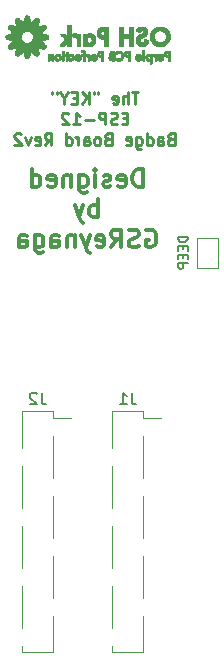
<source format=gbr>
%TF.GenerationSoftware,KiCad,Pcbnew,5.0-dev-unknown-d043ef5~62~ubuntu16.04.1*%
%TF.CreationDate,2018-02-24T21:05:52-07:00*%
%TF.ProjectId,ESP12-Break-02,45535031322D427265616B2D30322E6B,rev?*%
%TF.SameCoordinates,Original*%
%TF.FileFunction,Legend,Bot*%
%TF.FilePolarity,Positive*%
%FSLAX46Y46*%
G04 Gerber Fmt 4.6, Leading zero omitted, Abs format (unit mm)*
G04 Created by KiCad (PCBNEW 5.0-dev-unknown-d043ef5~62~ubuntu16.04.1) date Sat Feb 24 21:05:52 2018*
%MOMM*%
%LPD*%
G01*
G04 APERTURE LIST*
%ADD10C,0.200000*%
%ADD11C,0.250000*%
%ADD12C,0.300000*%
%ADD13C,0.120000*%
%ADD14C,0.010000*%
%ADD15C,0.150000*%
G04 APERTURE END LIST*
D10*
X149459904Y-67754666D02*
X148659904Y-67754666D01*
X148659904Y-67945142D01*
X148698000Y-68059428D01*
X148774190Y-68135619D01*
X148850380Y-68173714D01*
X149002761Y-68211809D01*
X149117047Y-68211809D01*
X149269428Y-68173714D01*
X149345619Y-68135619D01*
X149421809Y-68059428D01*
X149459904Y-67945142D01*
X149459904Y-67754666D01*
X149040857Y-68554666D02*
X149040857Y-68821333D01*
X149459904Y-68935619D02*
X149459904Y-68554666D01*
X148659904Y-68554666D01*
X148659904Y-68935619D01*
X149040857Y-69278476D02*
X149040857Y-69545142D01*
X149459904Y-69659428D02*
X149459904Y-69278476D01*
X148659904Y-69278476D01*
X148659904Y-69659428D01*
X149459904Y-70002285D02*
X148659904Y-70002285D01*
X148659904Y-70307047D01*
X148698000Y-70383238D01*
X148736095Y-70421333D01*
X148812285Y-70459428D01*
X148926571Y-70459428D01*
X149002761Y-70421333D01*
X149040857Y-70383238D01*
X149078952Y-70307047D01*
X149078952Y-70002285D01*
D11*
X145295476Y-55487380D02*
X144724047Y-55487380D01*
X145009761Y-56487380D02*
X145009761Y-55487380D01*
X144390714Y-56487380D02*
X144390714Y-55487380D01*
X143962142Y-56487380D02*
X143962142Y-55963571D01*
X144009761Y-55868333D01*
X144105000Y-55820714D01*
X144247857Y-55820714D01*
X144343095Y-55868333D01*
X144390714Y-55915952D01*
X143105000Y-56439761D02*
X143200238Y-56487380D01*
X143390714Y-56487380D01*
X143485952Y-56439761D01*
X143533571Y-56344523D01*
X143533571Y-55963571D01*
X143485952Y-55868333D01*
X143390714Y-55820714D01*
X143200238Y-55820714D01*
X143105000Y-55868333D01*
X143057380Y-55963571D01*
X143057380Y-56058809D01*
X143533571Y-56154047D01*
X141914523Y-55487380D02*
X141914523Y-55677857D01*
X141533571Y-55487380D02*
X141533571Y-55677857D01*
X141105000Y-56487380D02*
X141105000Y-55487380D01*
X140533571Y-56487380D02*
X140962142Y-55915952D01*
X140533571Y-55487380D02*
X141105000Y-56058809D01*
X140105000Y-55963571D02*
X139771666Y-55963571D01*
X139628809Y-56487380D02*
X140105000Y-56487380D01*
X140105000Y-55487380D01*
X139628809Y-55487380D01*
X139009761Y-56011190D02*
X139009761Y-56487380D01*
X139343095Y-55487380D02*
X139009761Y-56011190D01*
X138676428Y-55487380D01*
X138390714Y-55487380D02*
X138390714Y-55677857D01*
X138009761Y-55487380D02*
X138009761Y-55677857D01*
X144366904Y-57713571D02*
X144033571Y-57713571D01*
X143890714Y-58237380D02*
X144366904Y-58237380D01*
X144366904Y-57237380D01*
X143890714Y-57237380D01*
X143509761Y-58189761D02*
X143366904Y-58237380D01*
X143128809Y-58237380D01*
X143033571Y-58189761D01*
X142985952Y-58142142D01*
X142938333Y-58046904D01*
X142938333Y-57951666D01*
X142985952Y-57856428D01*
X143033571Y-57808809D01*
X143128809Y-57761190D01*
X143319285Y-57713571D01*
X143414523Y-57665952D01*
X143462142Y-57618333D01*
X143509761Y-57523095D01*
X143509761Y-57427857D01*
X143462142Y-57332619D01*
X143414523Y-57285000D01*
X143319285Y-57237380D01*
X143081190Y-57237380D01*
X142938333Y-57285000D01*
X142509761Y-58237380D02*
X142509761Y-57237380D01*
X142128809Y-57237380D01*
X142033571Y-57285000D01*
X141985952Y-57332619D01*
X141938333Y-57427857D01*
X141938333Y-57570714D01*
X141985952Y-57665952D01*
X142033571Y-57713571D01*
X142128809Y-57761190D01*
X142509761Y-57761190D01*
X141509761Y-57856428D02*
X140747857Y-57856428D01*
X139747857Y-58237380D02*
X140319285Y-58237380D01*
X140033571Y-58237380D02*
X140033571Y-57237380D01*
X140128809Y-57380238D01*
X140224047Y-57475476D01*
X140319285Y-57523095D01*
X139366904Y-57332619D02*
X139319285Y-57285000D01*
X139224047Y-57237380D01*
X138985952Y-57237380D01*
X138890714Y-57285000D01*
X138843095Y-57332619D01*
X138795476Y-57427857D01*
X138795476Y-57523095D01*
X138843095Y-57665952D01*
X139414523Y-58237380D01*
X138795476Y-58237380D01*
X148033571Y-59463571D02*
X147890714Y-59511190D01*
X147843095Y-59558809D01*
X147795476Y-59654047D01*
X147795476Y-59796904D01*
X147843095Y-59892142D01*
X147890714Y-59939761D01*
X147985952Y-59987380D01*
X148366904Y-59987380D01*
X148366904Y-58987380D01*
X148033571Y-58987380D01*
X147938333Y-59035000D01*
X147890714Y-59082619D01*
X147843095Y-59177857D01*
X147843095Y-59273095D01*
X147890714Y-59368333D01*
X147938333Y-59415952D01*
X148033571Y-59463571D01*
X148366904Y-59463571D01*
X146938333Y-59987380D02*
X146938333Y-59463571D01*
X146985952Y-59368333D01*
X147081190Y-59320714D01*
X147271666Y-59320714D01*
X147366904Y-59368333D01*
X146938333Y-59939761D02*
X147033571Y-59987380D01*
X147271666Y-59987380D01*
X147366904Y-59939761D01*
X147414523Y-59844523D01*
X147414523Y-59749285D01*
X147366904Y-59654047D01*
X147271666Y-59606428D01*
X147033571Y-59606428D01*
X146938333Y-59558809D01*
X146033571Y-59987380D02*
X146033571Y-58987380D01*
X146033571Y-59939761D02*
X146128809Y-59987380D01*
X146319285Y-59987380D01*
X146414523Y-59939761D01*
X146462142Y-59892142D01*
X146509761Y-59796904D01*
X146509761Y-59511190D01*
X146462142Y-59415952D01*
X146414523Y-59368333D01*
X146319285Y-59320714D01*
X146128809Y-59320714D01*
X146033571Y-59368333D01*
X145128809Y-59320714D02*
X145128809Y-60130238D01*
X145176428Y-60225476D01*
X145224047Y-60273095D01*
X145319285Y-60320714D01*
X145462142Y-60320714D01*
X145557380Y-60273095D01*
X145128809Y-59939761D02*
X145224047Y-59987380D01*
X145414523Y-59987380D01*
X145509761Y-59939761D01*
X145557380Y-59892142D01*
X145605000Y-59796904D01*
X145605000Y-59511190D01*
X145557380Y-59415952D01*
X145509761Y-59368333D01*
X145414523Y-59320714D01*
X145224047Y-59320714D01*
X145128809Y-59368333D01*
X144271666Y-59939761D02*
X144366904Y-59987380D01*
X144557380Y-59987380D01*
X144652619Y-59939761D01*
X144700238Y-59844523D01*
X144700238Y-59463571D01*
X144652619Y-59368333D01*
X144557380Y-59320714D01*
X144366904Y-59320714D01*
X144271666Y-59368333D01*
X144224047Y-59463571D01*
X144224047Y-59558809D01*
X144700238Y-59654047D01*
X142700238Y-59463571D02*
X142557380Y-59511190D01*
X142509761Y-59558809D01*
X142462142Y-59654047D01*
X142462142Y-59796904D01*
X142509761Y-59892142D01*
X142557380Y-59939761D01*
X142652619Y-59987380D01*
X143033571Y-59987380D01*
X143033571Y-58987380D01*
X142700238Y-58987380D01*
X142605000Y-59035000D01*
X142557380Y-59082619D01*
X142509761Y-59177857D01*
X142509761Y-59273095D01*
X142557380Y-59368333D01*
X142605000Y-59415952D01*
X142700238Y-59463571D01*
X143033571Y-59463571D01*
X141890714Y-59987380D02*
X141985952Y-59939761D01*
X142033571Y-59892142D01*
X142081190Y-59796904D01*
X142081190Y-59511190D01*
X142033571Y-59415952D01*
X141985952Y-59368333D01*
X141890714Y-59320714D01*
X141747857Y-59320714D01*
X141652619Y-59368333D01*
X141605000Y-59415952D01*
X141557380Y-59511190D01*
X141557380Y-59796904D01*
X141605000Y-59892142D01*
X141652619Y-59939761D01*
X141747857Y-59987380D01*
X141890714Y-59987380D01*
X140700238Y-59987380D02*
X140700238Y-59463571D01*
X140747857Y-59368333D01*
X140843095Y-59320714D01*
X141033571Y-59320714D01*
X141128809Y-59368333D01*
X140700238Y-59939761D02*
X140795476Y-59987380D01*
X141033571Y-59987380D01*
X141128809Y-59939761D01*
X141176428Y-59844523D01*
X141176428Y-59749285D01*
X141128809Y-59654047D01*
X141033571Y-59606428D01*
X140795476Y-59606428D01*
X140700238Y-59558809D01*
X140224047Y-59987380D02*
X140224047Y-59320714D01*
X140224047Y-59511190D02*
X140176428Y-59415952D01*
X140128809Y-59368333D01*
X140033571Y-59320714D01*
X139938333Y-59320714D01*
X139176428Y-59987380D02*
X139176428Y-58987380D01*
X139176428Y-59939761D02*
X139271666Y-59987380D01*
X139462142Y-59987380D01*
X139557380Y-59939761D01*
X139605000Y-59892142D01*
X139652619Y-59796904D01*
X139652619Y-59511190D01*
X139605000Y-59415952D01*
X139557380Y-59368333D01*
X139462142Y-59320714D01*
X139271666Y-59320714D01*
X139176428Y-59368333D01*
X137366904Y-59987380D02*
X137700238Y-59511190D01*
X137938333Y-59987380D02*
X137938333Y-58987380D01*
X137557380Y-58987380D01*
X137462142Y-59035000D01*
X137414523Y-59082619D01*
X137366904Y-59177857D01*
X137366904Y-59320714D01*
X137414523Y-59415952D01*
X137462142Y-59463571D01*
X137557380Y-59511190D01*
X137938333Y-59511190D01*
X136557380Y-59939761D02*
X136652619Y-59987380D01*
X136843095Y-59987380D01*
X136938333Y-59939761D01*
X136985952Y-59844523D01*
X136985952Y-59463571D01*
X136938333Y-59368333D01*
X136843095Y-59320714D01*
X136652619Y-59320714D01*
X136557380Y-59368333D01*
X136509761Y-59463571D01*
X136509761Y-59558809D01*
X136985952Y-59654047D01*
X136176428Y-59320714D02*
X135938333Y-59987380D01*
X135700238Y-59320714D01*
X135366904Y-59082619D02*
X135319285Y-59035000D01*
X135224047Y-58987380D01*
X134985952Y-58987380D01*
X134890714Y-59035000D01*
X134843095Y-59082619D01*
X134795476Y-59177857D01*
X134795476Y-59273095D01*
X134843095Y-59415952D01*
X135414523Y-59987380D01*
X134795476Y-59987380D01*
D12*
X145648571Y-63533571D02*
X145648571Y-62033571D01*
X145291428Y-62033571D01*
X145077142Y-62105000D01*
X144934285Y-62247857D01*
X144862857Y-62390714D01*
X144791428Y-62676428D01*
X144791428Y-62890714D01*
X144862857Y-63176428D01*
X144934285Y-63319285D01*
X145077142Y-63462142D01*
X145291428Y-63533571D01*
X145648571Y-63533571D01*
X143577142Y-63462142D02*
X143720000Y-63533571D01*
X144005714Y-63533571D01*
X144148571Y-63462142D01*
X144220000Y-63319285D01*
X144220000Y-62747857D01*
X144148571Y-62605000D01*
X144005714Y-62533571D01*
X143720000Y-62533571D01*
X143577142Y-62605000D01*
X143505714Y-62747857D01*
X143505714Y-62890714D01*
X144220000Y-63033571D01*
X142934285Y-63462142D02*
X142791428Y-63533571D01*
X142505714Y-63533571D01*
X142362857Y-63462142D01*
X142291428Y-63319285D01*
X142291428Y-63247857D01*
X142362857Y-63105000D01*
X142505714Y-63033571D01*
X142720000Y-63033571D01*
X142862857Y-62962142D01*
X142934285Y-62819285D01*
X142934285Y-62747857D01*
X142862857Y-62605000D01*
X142720000Y-62533571D01*
X142505714Y-62533571D01*
X142362857Y-62605000D01*
X141648571Y-63533571D02*
X141648571Y-62533571D01*
X141648571Y-62033571D02*
X141720000Y-62105000D01*
X141648571Y-62176428D01*
X141577142Y-62105000D01*
X141648571Y-62033571D01*
X141648571Y-62176428D01*
X140291428Y-62533571D02*
X140291428Y-63747857D01*
X140362857Y-63890714D01*
X140434285Y-63962142D01*
X140577142Y-64033571D01*
X140791428Y-64033571D01*
X140934285Y-63962142D01*
X140291428Y-63462142D02*
X140434285Y-63533571D01*
X140720000Y-63533571D01*
X140862857Y-63462142D01*
X140934285Y-63390714D01*
X141005714Y-63247857D01*
X141005714Y-62819285D01*
X140934285Y-62676428D01*
X140862857Y-62605000D01*
X140720000Y-62533571D01*
X140434285Y-62533571D01*
X140291428Y-62605000D01*
X139577142Y-62533571D02*
X139577142Y-63533571D01*
X139577142Y-62676428D02*
X139505714Y-62605000D01*
X139362857Y-62533571D01*
X139148571Y-62533571D01*
X139005714Y-62605000D01*
X138934285Y-62747857D01*
X138934285Y-63533571D01*
X137648571Y-63462142D02*
X137791428Y-63533571D01*
X138077142Y-63533571D01*
X138220000Y-63462142D01*
X138291428Y-63319285D01*
X138291428Y-62747857D01*
X138220000Y-62605000D01*
X138077142Y-62533571D01*
X137791428Y-62533571D01*
X137648571Y-62605000D01*
X137577142Y-62747857D01*
X137577142Y-62890714D01*
X138291428Y-63033571D01*
X136291428Y-63533571D02*
X136291428Y-62033571D01*
X136291428Y-63462142D02*
X136434285Y-63533571D01*
X136720000Y-63533571D01*
X136862857Y-63462142D01*
X136934285Y-63390714D01*
X137005714Y-63247857D01*
X137005714Y-62819285D01*
X136934285Y-62676428D01*
X136862857Y-62605000D01*
X136720000Y-62533571D01*
X136434285Y-62533571D01*
X136291428Y-62605000D01*
X141862857Y-66083571D02*
X141862857Y-64583571D01*
X141862857Y-65155000D02*
X141720000Y-65083571D01*
X141434285Y-65083571D01*
X141291428Y-65155000D01*
X141220000Y-65226428D01*
X141148571Y-65369285D01*
X141148571Y-65797857D01*
X141220000Y-65940714D01*
X141291428Y-66012142D01*
X141434285Y-66083571D01*
X141720000Y-66083571D01*
X141862857Y-66012142D01*
X140648571Y-65083571D02*
X140291428Y-66083571D01*
X139934285Y-65083571D02*
X140291428Y-66083571D01*
X140434285Y-66440714D01*
X140505714Y-66512142D01*
X140648571Y-66583571D01*
X145970000Y-67205000D02*
X146112857Y-67133571D01*
X146327142Y-67133571D01*
X146541428Y-67205000D01*
X146684285Y-67347857D01*
X146755714Y-67490714D01*
X146827142Y-67776428D01*
X146827142Y-67990714D01*
X146755714Y-68276428D01*
X146684285Y-68419285D01*
X146541428Y-68562142D01*
X146327142Y-68633571D01*
X146184285Y-68633571D01*
X145970000Y-68562142D01*
X145898571Y-68490714D01*
X145898571Y-67990714D01*
X146184285Y-67990714D01*
X145327142Y-68562142D02*
X145112857Y-68633571D01*
X144755714Y-68633571D01*
X144612857Y-68562142D01*
X144541428Y-68490714D01*
X144470000Y-68347857D01*
X144470000Y-68205000D01*
X144541428Y-68062142D01*
X144612857Y-67990714D01*
X144755714Y-67919285D01*
X145041428Y-67847857D01*
X145184285Y-67776428D01*
X145255714Y-67705000D01*
X145327142Y-67562142D01*
X145327142Y-67419285D01*
X145255714Y-67276428D01*
X145184285Y-67205000D01*
X145041428Y-67133571D01*
X144684285Y-67133571D01*
X144470000Y-67205000D01*
X142970000Y-68633571D02*
X143470000Y-67919285D01*
X143827142Y-68633571D02*
X143827142Y-67133571D01*
X143255714Y-67133571D01*
X143112857Y-67205000D01*
X143041428Y-67276428D01*
X142970000Y-67419285D01*
X142970000Y-67633571D01*
X143041428Y-67776428D01*
X143112857Y-67847857D01*
X143255714Y-67919285D01*
X143827142Y-67919285D01*
X141755714Y-68562142D02*
X141898571Y-68633571D01*
X142184285Y-68633571D01*
X142327142Y-68562142D01*
X142398571Y-68419285D01*
X142398571Y-67847857D01*
X142327142Y-67705000D01*
X142184285Y-67633571D01*
X141898571Y-67633571D01*
X141755714Y-67705000D01*
X141684285Y-67847857D01*
X141684285Y-67990714D01*
X142398571Y-68133571D01*
X141184285Y-67633571D02*
X140827142Y-68633571D01*
X140470000Y-67633571D02*
X140827142Y-68633571D01*
X140970000Y-68990714D01*
X141041428Y-69062142D01*
X141184285Y-69133571D01*
X139898571Y-67633571D02*
X139898571Y-68633571D01*
X139898571Y-67776428D02*
X139827142Y-67705000D01*
X139684285Y-67633571D01*
X139470000Y-67633571D01*
X139327142Y-67705000D01*
X139255714Y-67847857D01*
X139255714Y-68633571D01*
X137898571Y-68633571D02*
X137898571Y-67847857D01*
X137970000Y-67705000D01*
X138112857Y-67633571D01*
X138398571Y-67633571D01*
X138541428Y-67705000D01*
X137898571Y-68562142D02*
X138041428Y-68633571D01*
X138398571Y-68633571D01*
X138541428Y-68562142D01*
X138612857Y-68419285D01*
X138612857Y-68276428D01*
X138541428Y-68133571D01*
X138398571Y-68062142D01*
X138041428Y-68062142D01*
X137898571Y-67990714D01*
X136541428Y-67633571D02*
X136541428Y-68847857D01*
X136612857Y-68990714D01*
X136684285Y-69062142D01*
X136827142Y-69133571D01*
X137041428Y-69133571D01*
X137184285Y-69062142D01*
X136541428Y-68562142D02*
X136684285Y-68633571D01*
X136970000Y-68633571D01*
X137112857Y-68562142D01*
X137184285Y-68490714D01*
X137255714Y-68347857D01*
X137255714Y-67919285D01*
X137184285Y-67776428D01*
X137112857Y-67705000D01*
X136970000Y-67633571D01*
X136684285Y-67633571D01*
X136541428Y-67705000D01*
X135184285Y-68633571D02*
X135184285Y-67847857D01*
X135255714Y-67705000D01*
X135398571Y-67633571D01*
X135684285Y-67633571D01*
X135827142Y-67705000D01*
X135184285Y-68562142D02*
X135327142Y-68633571D01*
X135684285Y-68633571D01*
X135827142Y-68562142D01*
X135898571Y-68419285D01*
X135898571Y-68276428D01*
X135827142Y-68133571D01*
X135684285Y-68062142D01*
X135327142Y-68062142D01*
X135184285Y-67990714D01*
D13*
X138105000Y-99820000D02*
X138105000Y-102930000D01*
X138105000Y-94740000D02*
X138105000Y-98300000D01*
X138105000Y-89660000D02*
X138105000Y-93220000D01*
X138105000Y-84580000D02*
X138105000Y-88140000D01*
X135445000Y-97280000D02*
X135445000Y-100840000D01*
X135445000Y-92200000D02*
X135445000Y-95760000D01*
X135445000Y-87120000D02*
X135445000Y-90680000D01*
X135445000Y-102360000D02*
X135445000Y-102930000D01*
X138105000Y-82490000D02*
X138105000Y-83060000D01*
X138105000Y-83060000D02*
X139625000Y-83060000D01*
X135445000Y-82490000D02*
X135445000Y-85600000D01*
X138105000Y-102930000D02*
X135445000Y-102930000D01*
X138105000Y-82490000D02*
X135445000Y-82490000D01*
X152020000Y-67818000D02*
X150240000Y-67818000D01*
X150240000Y-70358000D02*
X152020000Y-70358000D01*
X150240000Y-70358000D02*
X150240000Y-67818000D01*
X152020000Y-67818000D02*
X152020000Y-70358000D01*
X145725000Y-99820000D02*
X145725000Y-102930000D01*
X145725000Y-94740000D02*
X145725000Y-98300000D01*
X145725000Y-89660000D02*
X145725000Y-93220000D01*
X145725000Y-84580000D02*
X145725000Y-88140000D01*
X143065000Y-97280000D02*
X143065000Y-100840000D01*
X143065000Y-92200000D02*
X143065000Y-95760000D01*
X143065000Y-87120000D02*
X143065000Y-90680000D01*
X143065000Y-102360000D02*
X143065000Y-102930000D01*
X145725000Y-82490000D02*
X145725000Y-83060000D01*
X145725000Y-83060000D02*
X147245000Y-83060000D01*
X143065000Y-82490000D02*
X143065000Y-85600000D01*
X145725000Y-102930000D02*
X143065000Y-102930000D01*
X145725000Y-82490000D02*
X143065000Y-82490000D01*
D14*
G36*
X135825149Y-49000278D02*
X135813803Y-49009141D01*
X135813800Y-49009300D01*
X135803491Y-49020512D01*
X135794416Y-49021999D01*
X135770963Y-49031725D01*
X135740198Y-49056528D01*
X135708109Y-49089847D01*
X135680687Y-49125121D01*
X135663920Y-49155789D01*
X135661400Y-49167715D01*
X135657094Y-49191742D01*
X135648700Y-49199800D01*
X135640748Y-49211066D01*
X135636324Y-49239212D01*
X135636000Y-49250600D01*
X135633184Y-49282411D01*
X135626147Y-49300104D01*
X135623300Y-49301400D01*
X135615348Y-49312666D01*
X135610924Y-49340812D01*
X135610600Y-49352200D01*
X135607784Y-49384011D01*
X135600747Y-49401704D01*
X135597900Y-49403000D01*
X135589574Y-49414180D01*
X135585336Y-49441740D01*
X135585200Y-49448357D01*
X135577995Y-49492600D01*
X135554638Y-49518840D01*
X135512521Y-49529485D01*
X135496765Y-49530000D01*
X135475011Y-49528945D01*
X135455646Y-49523907D01*
X135434726Y-49512075D01*
X135408305Y-49490640D01*
X135372440Y-49456790D01*
X135323185Y-49407715D01*
X135318500Y-49403000D01*
X135271631Y-49357133D01*
X135229773Y-49318637D01*
X135196708Y-49290810D01*
X135176214Y-49276948D01*
X135172893Y-49276000D01*
X135155710Y-49269278D01*
X135153400Y-49263300D01*
X135142764Y-49252981D01*
X135128000Y-49250600D01*
X135107363Y-49245281D01*
X135102600Y-49237900D01*
X135091178Y-49230655D01*
X135061974Y-49226057D01*
X135039100Y-49225200D01*
X135002877Y-49227484D01*
X134979886Y-49233325D01*
X134975600Y-49237900D01*
X134965275Y-49249073D01*
X134955973Y-49250600D01*
X134931804Y-49260251D01*
X134904213Y-49283317D01*
X134882034Y-49310962D01*
X134874000Y-49332572D01*
X134867319Y-49349840D01*
X134861300Y-49352200D01*
X134854536Y-49363767D01*
X134849949Y-49393987D01*
X134848600Y-49428400D01*
X134850528Y-49468988D01*
X134855565Y-49496506D01*
X134861300Y-49504600D01*
X134869253Y-49515866D01*
X134873677Y-49544012D01*
X134874000Y-49555400D01*
X134876817Y-49587211D01*
X134883854Y-49604904D01*
X134886700Y-49606200D01*
X134894653Y-49617466D01*
X134899077Y-49645612D01*
X134899400Y-49657000D01*
X134902217Y-49688811D01*
X134909254Y-49706504D01*
X134912100Y-49707800D01*
X134921018Y-49718835D01*
X134924800Y-49745425D01*
X134924800Y-49745900D01*
X134928479Y-49772651D01*
X134937342Y-49783997D01*
X134937500Y-49784000D01*
X134949266Y-49792866D01*
X134948242Y-49813384D01*
X134936251Y-49836431D01*
X134924800Y-49847500D01*
X134904963Y-49870322D01*
X134899400Y-49888403D01*
X134893921Y-49903429D01*
X134873442Y-49909993D01*
X134848600Y-49911000D01*
X134816789Y-49908183D01*
X134799096Y-49901146D01*
X134797800Y-49898300D01*
X134786765Y-49889382D01*
X134760175Y-49885600D01*
X134759700Y-49885600D01*
X134732949Y-49881921D01*
X134721603Y-49873058D01*
X134721600Y-49872900D01*
X134710334Y-49864947D01*
X134682188Y-49860523D01*
X134670800Y-49860200D01*
X134638989Y-49857383D01*
X134621296Y-49850346D01*
X134620000Y-49847500D01*
X134608578Y-49840255D01*
X134600817Y-49839033D01*
X134463367Y-49839033D01*
X134461624Y-49846583D01*
X134454900Y-49847500D01*
X134444447Y-49842853D01*
X134446434Y-49839033D01*
X134461506Y-49837513D01*
X134463367Y-49839033D01*
X134600817Y-49839033D01*
X134579374Y-49835657D01*
X134556500Y-49834800D01*
X134520277Y-49832515D01*
X134497286Y-49826674D01*
X134493000Y-49822100D01*
X134481965Y-49813182D01*
X134455375Y-49809400D01*
X134454900Y-49809400D01*
X134428149Y-49813078D01*
X134416803Y-49821941D01*
X134416800Y-49822100D01*
X134405915Y-49831584D01*
X134384473Y-49834799D01*
X134353321Y-49843940D01*
X134321387Y-49866318D01*
X134297406Y-49894370D01*
X134289800Y-49916772D01*
X134283119Y-49934040D01*
X134277100Y-49936400D01*
X134270336Y-49947967D01*
X134265749Y-49978187D01*
X134264400Y-50012600D01*
X134266328Y-50053188D01*
X134271365Y-50080706D01*
X134277100Y-50088800D01*
X134288302Y-50099114D01*
X134289800Y-50108254D01*
X134298425Y-50123543D01*
X134322210Y-50152900D01*
X134358021Y-50192776D01*
X134402725Y-50239618D01*
X134429500Y-50266600D01*
X134482484Y-50319539D01*
X134520032Y-50358386D01*
X134544799Y-50386876D01*
X134559443Y-50408745D01*
X134566619Y-50427728D01*
X134568985Y-50447560D01*
X134569200Y-50463045D01*
X134567563Y-50498913D01*
X134560752Y-50515938D01*
X134545922Y-50520570D01*
X134543800Y-50520600D01*
X134523163Y-50525918D01*
X134518400Y-50533300D01*
X134507365Y-50542217D01*
X134480775Y-50545999D01*
X134480300Y-50546000D01*
X134453549Y-50549678D01*
X134442203Y-50558541D01*
X134442200Y-50558700D01*
X134430934Y-50566652D01*
X134402788Y-50571076D01*
X134391400Y-50571400D01*
X134359589Y-50574216D01*
X134341896Y-50581253D01*
X134340600Y-50584100D01*
X134329334Y-50592052D01*
X134301188Y-50596476D01*
X134289800Y-50596800D01*
X134257989Y-50599616D01*
X134240296Y-50606653D01*
X134239000Y-50609500D01*
X134228033Y-50618680D01*
X134203704Y-50622200D01*
X134168240Y-50631870D01*
X134150101Y-50647600D01*
X134129550Y-50667296D01*
X134114640Y-50673000D01*
X134088501Y-50683573D01*
X134067414Y-50707954D01*
X134061200Y-50729242D01*
X134054616Y-50746717D01*
X134048500Y-50749200D01*
X134041256Y-50760622D01*
X134036658Y-50789826D01*
X134035800Y-50812700D01*
X134038085Y-50848923D01*
X134043926Y-50871914D01*
X134048500Y-50876200D01*
X134059699Y-50886515D01*
X134061200Y-50895673D01*
X134071237Y-50920633D01*
X134096338Y-50950513D01*
X134128990Y-50978594D01*
X134161683Y-50998157D01*
X134181427Y-51003200D01*
X134205496Y-51007495D01*
X134213600Y-51015900D01*
X134224636Y-51024817D01*
X134251226Y-51028599D01*
X134251700Y-51028600D01*
X134278452Y-51032278D01*
X134289798Y-51041141D01*
X134289800Y-51041300D01*
X134301067Y-51049252D01*
X134329213Y-51053676D01*
X134340600Y-51054000D01*
X134372412Y-51056816D01*
X134390105Y-51063853D01*
X134391400Y-51066700D01*
X134402436Y-51075617D01*
X134429026Y-51079399D01*
X134429500Y-51079400D01*
X134456252Y-51083078D01*
X134467598Y-51091941D01*
X134467600Y-51092100D01*
X134478496Y-51101549D01*
X134500258Y-51104800D01*
X134539644Y-51115039D01*
X134563121Y-51144398D01*
X134569200Y-51180535D01*
X134566527Y-51199318D01*
X134556696Y-51220241D01*
X134536997Y-51246840D01*
X134504717Y-51282653D01*
X134457142Y-51331214D01*
X134442200Y-51346100D01*
X134396386Y-51392724D01*
X134357921Y-51434023D01*
X134330090Y-51466301D01*
X134316177Y-51485866D01*
X134315200Y-51488903D01*
X134305807Y-51508607D01*
X134289800Y-51523900D01*
X134275756Y-51538376D01*
X134267966Y-51560772D01*
X134264783Y-51597851D01*
X134264400Y-51628303D01*
X134266128Y-51672828D01*
X134270735Y-51703471D01*
X134277100Y-51714400D01*
X134288221Y-51724747D01*
X134289800Y-51734357D01*
X134300546Y-51763046D01*
X134325610Y-51785001D01*
X134346043Y-51790600D01*
X134363518Y-51797184D01*
X134366000Y-51803300D01*
X134377883Y-51809589D01*
X134410323Y-51814009D01*
X134458512Y-51815957D01*
X134467600Y-51816000D01*
X134517915Y-51814514D01*
X134553273Y-51810459D01*
X134568862Y-51804436D01*
X134569200Y-51803300D01*
X134580467Y-51795347D01*
X134608613Y-51790923D01*
X134620000Y-51790600D01*
X134651812Y-51787783D01*
X134669505Y-51780746D01*
X134670800Y-51777900D01*
X134682067Y-51769947D01*
X134710213Y-51765523D01*
X134721600Y-51765200D01*
X134753412Y-51762383D01*
X134771105Y-51755346D01*
X134772400Y-51752500D01*
X134783412Y-51743486D01*
X134809442Y-51739800D01*
X134837600Y-51735095D01*
X134851617Y-51724401D01*
X134861888Y-51723170D01*
X134882053Y-51736525D01*
X134906513Y-51758927D01*
X134929667Y-51784835D01*
X134945915Y-51808709D01*
X134950200Y-51821926D01*
X134943473Y-51839097D01*
X134937500Y-51841400D01*
X134929548Y-51852666D01*
X134925124Y-51880812D01*
X134924800Y-51892200D01*
X134921984Y-51924011D01*
X134914947Y-51941704D01*
X134912100Y-51943000D01*
X134903183Y-51954035D01*
X134899401Y-51980625D01*
X134899400Y-51981100D01*
X134895722Y-52007851D01*
X134886859Y-52019197D01*
X134886700Y-52019200D01*
X134878748Y-52030466D01*
X134874324Y-52058612D01*
X134874000Y-52070000D01*
X134871184Y-52101811D01*
X134864147Y-52119504D01*
X134861300Y-52120800D01*
X134854536Y-52132367D01*
X134849949Y-52162587D01*
X134848600Y-52197000D01*
X134850528Y-52237588D01*
X134855565Y-52265106D01*
X134861300Y-52273200D01*
X134871619Y-52283836D01*
X134874000Y-52298600D01*
X134879319Y-52319237D01*
X134886700Y-52324000D01*
X134897019Y-52334636D01*
X134899400Y-52349400D01*
X134908381Y-52370625D01*
X134924800Y-52374800D01*
X134945438Y-52380118D01*
X134950200Y-52387500D01*
X134961947Y-52394014D01*
X134993430Y-52398516D01*
X135039014Y-52400199D01*
X135039100Y-52400200D01*
X135084704Y-52398521D01*
X135116216Y-52394024D01*
X135128000Y-52387512D01*
X135128000Y-52387500D01*
X135138370Y-52376434D01*
X135148305Y-52374800D01*
X135169350Y-52366074D01*
X135196626Y-52344363D01*
X135204201Y-52336700D01*
X135229926Y-52312668D01*
X135250424Y-52299470D01*
X135254323Y-52298600D01*
X135275245Y-52289072D01*
X135300562Y-52266387D01*
X135321978Y-52239389D01*
X135331197Y-52216924D01*
X135331200Y-52216627D01*
X135341816Y-52200477D01*
X135356600Y-52197000D01*
X135377826Y-52188019D01*
X135382000Y-52171600D01*
X135390981Y-52150374D01*
X135407400Y-52146200D01*
X135428626Y-52137219D01*
X135432800Y-52120800D01*
X135438788Y-52102207D01*
X135461065Y-52095662D01*
X135470900Y-52095400D01*
X135497652Y-52099078D01*
X135508998Y-52107941D01*
X135509000Y-52108100D01*
X135519348Y-52119220D01*
X135528958Y-52120800D01*
X135559300Y-52132173D01*
X135579116Y-52163071D01*
X135585200Y-52202442D01*
X135588331Y-52232181D01*
X135596048Y-52247315D01*
X135597900Y-52247800D01*
X135605853Y-52259066D01*
X135610277Y-52287212D01*
X135610600Y-52298600D01*
X135613417Y-52330411D01*
X135620454Y-52348104D01*
X135623300Y-52349400D01*
X135631253Y-52360666D01*
X135635677Y-52388812D01*
X135636000Y-52400200D01*
X135638817Y-52432011D01*
X135645854Y-52449704D01*
X135648700Y-52451000D01*
X135659019Y-52461636D01*
X135661400Y-52476400D01*
X135666719Y-52497037D01*
X135674100Y-52501800D01*
X135685274Y-52512125D01*
X135686800Y-52521427D01*
X135696452Y-52545596D01*
X135719518Y-52573187D01*
X135747163Y-52595366D01*
X135768773Y-52603400D01*
X135786041Y-52610081D01*
X135788400Y-52616100D01*
X135799958Y-52622886D01*
X135830149Y-52627085D01*
X135861425Y-52627879D01*
X135903467Y-52626059D01*
X135931993Y-52618866D01*
X135957214Y-52601728D01*
X135988425Y-52571025D01*
X136017147Y-52538275D01*
X136036725Y-52510238D01*
X136042400Y-52495746D01*
X136049167Y-52478656D01*
X136055100Y-52476400D01*
X136063053Y-52465133D01*
X136067477Y-52436987D01*
X136067800Y-52425600D01*
X136070617Y-52393788D01*
X136077654Y-52376095D01*
X136080500Y-52374800D01*
X136088453Y-52363533D01*
X136092877Y-52335387D01*
X136093200Y-52324000D01*
X136096017Y-52292188D01*
X136103054Y-52274495D01*
X136105900Y-52273200D01*
X136114818Y-52262164D01*
X136118600Y-52235574D01*
X136118600Y-52235100D01*
X136122279Y-52208348D01*
X136131142Y-52197002D01*
X136131300Y-52197000D01*
X136140218Y-52185964D01*
X136144000Y-52159374D01*
X136144000Y-52158900D01*
X136147992Y-52131011D01*
X136162844Y-52121193D01*
X136169400Y-52120800D01*
X136190038Y-52115481D01*
X136194800Y-52108100D01*
X136205681Y-52098597D01*
X136226955Y-52095400D01*
X136245473Y-52100600D01*
X136271730Y-52117540D01*
X136308184Y-52148229D01*
X136357297Y-52194675D01*
X136398001Y-52235100D01*
X136447130Y-52283308D01*
X136491215Y-52324317D01*
X136526701Y-52354995D01*
X136550039Y-52372207D01*
X136556346Y-52374800D01*
X136573505Y-52381533D01*
X136575800Y-52387500D01*
X136587625Y-52393888D01*
X136619661Y-52398345D01*
X136666750Y-52400186D01*
X136671628Y-52400200D01*
X136722609Y-52399250D01*
X136755600Y-52395195D01*
X136777977Y-52386224D01*
X136797116Y-52370526D01*
X136798628Y-52369027D01*
X136819897Y-52342447D01*
X136829722Y-52319697D01*
X136829800Y-52318227D01*
X136836482Y-52300959D01*
X136842500Y-52298600D01*
X136848790Y-52286717D01*
X136853210Y-52254277D01*
X136855158Y-52206088D01*
X136855200Y-52197000D01*
X136853715Y-52146685D01*
X136849660Y-52111327D01*
X136843637Y-52095738D01*
X136842500Y-52095400D01*
X136834548Y-52084133D01*
X136830124Y-52055987D01*
X136829800Y-52044600D01*
X136826984Y-52012788D01*
X136819947Y-51995095D01*
X136817100Y-51993800D01*
X136809148Y-51982533D01*
X136804724Y-51954387D01*
X136804400Y-51943000D01*
X136801584Y-51911188D01*
X136794547Y-51893495D01*
X136791700Y-51892200D01*
X136784158Y-51880841D01*
X136779608Y-51852074D01*
X136779000Y-51834472D01*
X136783062Y-51790841D01*
X136798319Y-51759297D01*
X136812987Y-51742758D01*
X136837933Y-51722430D01*
X136851218Y-51722329D01*
X136852146Y-51724285D01*
X136867126Y-51734357D01*
X136898129Y-51739565D01*
X136907059Y-51739800D01*
X136938477Y-51742672D01*
X136955688Y-51749831D01*
X136956800Y-51752500D01*
X136968067Y-51760452D01*
X136996213Y-51764876D01*
X137007600Y-51765200D01*
X137039412Y-51768016D01*
X137057105Y-51775053D01*
X137058400Y-51777900D01*
X137069436Y-51786817D01*
X137096026Y-51790599D01*
X137096500Y-51790600D01*
X137123252Y-51794278D01*
X137134598Y-51803141D01*
X137134600Y-51803300D01*
X137146483Y-51809589D01*
X137178923Y-51814009D01*
X137227112Y-51815957D01*
X137236200Y-51816000D01*
X137286515Y-51814514D01*
X137321873Y-51810459D01*
X137337462Y-51804436D01*
X137337800Y-51803300D01*
X137348126Y-51792126D01*
X137357428Y-51790600D01*
X137387540Y-51779351D01*
X137415187Y-51750899D01*
X137434305Y-51713185D01*
X137439401Y-51683227D01*
X137442552Y-51653618D01*
X137450315Y-51638646D01*
X137452100Y-51638200D01*
X137462419Y-51627563D01*
X137464800Y-51612800D01*
X137459482Y-51592162D01*
X137452100Y-51587400D01*
X137441782Y-51576763D01*
X137439400Y-51562000D01*
X137434082Y-51541362D01*
X137426700Y-51536600D01*
X137415499Y-51526285D01*
X137414000Y-51517145D01*
X137405376Y-51501856D01*
X137381591Y-51472499D01*
X137345780Y-51432623D01*
X137301076Y-51385781D01*
X137274300Y-51358800D01*
X137211323Y-51294452D01*
X137167361Y-51245375D01*
X137141804Y-51210714D01*
X137134044Y-51189616D01*
X137143470Y-51181227D01*
X137147300Y-51181000D01*
X137156218Y-51169964D01*
X137160000Y-51143374D01*
X137160000Y-51142900D01*
X137163147Y-51115913D01*
X137177991Y-51105967D01*
X137198100Y-51104800D01*
X137224852Y-51101121D01*
X137236198Y-51092258D01*
X137236200Y-51092100D01*
X137247236Y-51083182D01*
X137273826Y-51079400D01*
X137274300Y-51079400D01*
X137301052Y-51075721D01*
X137312398Y-51066858D01*
X137312400Y-51066700D01*
X137323667Y-51058747D01*
X137351813Y-51054323D01*
X137363200Y-51054000D01*
X137395012Y-51051183D01*
X137412705Y-51044146D01*
X137414000Y-51041300D01*
X137425267Y-51033347D01*
X137453413Y-51028923D01*
X137464800Y-51028600D01*
X137496612Y-51025783D01*
X137514305Y-51018746D01*
X137515600Y-51015900D01*
X137526237Y-51005581D01*
X137541000Y-51003200D01*
X137561638Y-50997881D01*
X137566400Y-50990500D01*
X137576748Y-50979379D01*
X137586358Y-50977800D01*
X137615047Y-50967054D01*
X137637002Y-50941990D01*
X137642601Y-50921557D01*
X137649185Y-50904082D01*
X137655300Y-50901600D01*
X137662065Y-50890032D01*
X137666652Y-50859812D01*
X137668000Y-50825400D01*
X137667398Y-50812700D01*
X136372600Y-50812700D01*
X136371497Y-50875733D01*
X136368381Y-50921861D01*
X136363550Y-50947836D01*
X136359900Y-50952400D01*
X136350983Y-50963435D01*
X136347201Y-50990025D01*
X136347200Y-50990500D01*
X136343522Y-51017251D01*
X136334659Y-51028597D01*
X136334500Y-51028600D01*
X136323786Y-51039102D01*
X136321800Y-51051196D01*
X136312218Y-51075750D01*
X136296400Y-51092100D01*
X136276717Y-51112451D01*
X136271000Y-51127076D01*
X136262599Y-51145244D01*
X136241249Y-51172593D01*
X136226974Y-51187773D01*
X136198001Y-51213564D01*
X136174072Y-51229410D01*
X136166277Y-51231800D01*
X136146589Y-51241192D01*
X136131300Y-51257200D01*
X136108478Y-51277037D01*
X136090397Y-51282600D01*
X136071333Y-51288502D01*
X136067800Y-51295300D01*
X136056765Y-51304217D01*
X136030175Y-51307999D01*
X136029700Y-51308000D01*
X136002949Y-51311678D01*
X135991603Y-51320541D01*
X135991600Y-51320700D01*
X135979457Y-51326430D01*
X135945189Y-51330623D01*
X135892042Y-51332985D01*
X135851900Y-51333400D01*
X135788867Y-51332296D01*
X135742739Y-51329180D01*
X135716764Y-51324349D01*
X135712200Y-51320700D01*
X135701165Y-51311782D01*
X135674575Y-51308000D01*
X135674100Y-51308000D01*
X135647349Y-51304321D01*
X135636003Y-51295458D01*
X135636000Y-51295300D01*
X135625700Y-51284066D01*
X135616746Y-51282600D01*
X135600241Y-51274052D01*
X135570790Y-51250958D01*
X135532991Y-51217139D01*
X135502446Y-51187554D01*
X135463166Y-51146543D01*
X135431791Y-51110489D01*
X135412143Y-51083990D01*
X135407400Y-51073254D01*
X135400606Y-51056223D01*
X135394700Y-51054000D01*
X135384382Y-51043363D01*
X135382000Y-51028600D01*
X135376682Y-51007962D01*
X135369300Y-51003200D01*
X135360383Y-50992164D01*
X135356601Y-50965574D01*
X135356600Y-50965100D01*
X135352922Y-50938348D01*
X135344059Y-50927002D01*
X135343900Y-50927000D01*
X135337611Y-50915117D01*
X135333191Y-50882677D01*
X135331243Y-50834488D01*
X135331200Y-50825400D01*
X135332686Y-50775085D01*
X135336741Y-50739727D01*
X135342764Y-50724138D01*
X135343900Y-50723800D01*
X135352818Y-50712764D01*
X135356600Y-50686174D01*
X135356600Y-50685700D01*
X135360279Y-50658948D01*
X135369142Y-50647602D01*
X135369300Y-50647600D01*
X135378481Y-50636632D01*
X135382000Y-50612303D01*
X135391671Y-50576839D01*
X135407400Y-50558700D01*
X135427082Y-50538384D01*
X135432800Y-50523812D01*
X135441673Y-50505621D01*
X135464140Y-50477772D01*
X135493975Y-50446491D01*
X135524952Y-50418004D01*
X135550846Y-50398537D01*
X135563013Y-50393599D01*
X135582628Y-50384210D01*
X135597900Y-50368200D01*
X135626118Y-50347695D01*
X135651504Y-50342800D01*
X135677018Y-50338853D01*
X135686800Y-50330100D01*
X135697836Y-50321182D01*
X135724426Y-50317400D01*
X135724900Y-50317400D01*
X135751652Y-50313721D01*
X135762998Y-50304858D01*
X135763000Y-50304700D01*
X135774747Y-50298185D01*
X135806230Y-50293683D01*
X135851814Y-50292000D01*
X135851900Y-50292000D01*
X135897504Y-50293678D01*
X135929016Y-50298175D01*
X135940800Y-50304687D01*
X135940800Y-50304700D01*
X135952067Y-50312652D01*
X135980213Y-50317076D01*
X135991600Y-50317400D01*
X136023412Y-50320216D01*
X136041105Y-50327253D01*
X136042400Y-50330100D01*
X136053037Y-50340418D01*
X136067800Y-50342800D01*
X136088438Y-50348118D01*
X136093200Y-50355500D01*
X136103503Y-50366728D01*
X136112486Y-50368200D01*
X136130574Y-50377063D01*
X136159909Y-50400248D01*
X136195380Y-50432641D01*
X136231875Y-50469133D01*
X136264285Y-50504613D01*
X136287497Y-50533968D01*
X136296400Y-50552089D01*
X136296400Y-50552114D01*
X136303185Y-50569165D01*
X136309100Y-50571400D01*
X136319419Y-50582036D01*
X136321800Y-50596800D01*
X136327119Y-50617437D01*
X136334500Y-50622200D01*
X136344819Y-50632836D01*
X136347200Y-50647600D01*
X136352519Y-50668237D01*
X136359900Y-50673000D01*
X136365631Y-50685143D01*
X136369824Y-50719411D01*
X136372186Y-50772558D01*
X136372600Y-50812700D01*
X137667398Y-50812700D01*
X137666073Y-50784811D01*
X137661036Y-50757293D01*
X137655300Y-50749200D01*
X137644127Y-50738874D01*
X137642600Y-50729572D01*
X137632949Y-50705403D01*
X137609883Y-50677812D01*
X137582238Y-50655633D01*
X137560628Y-50647600D01*
X137543360Y-50640918D01*
X137541000Y-50634900D01*
X137529965Y-50625982D01*
X137503375Y-50622200D01*
X137502900Y-50622200D01*
X137476149Y-50618521D01*
X137464803Y-50609658D01*
X137464800Y-50609500D01*
X137453765Y-50600582D01*
X137427175Y-50596800D01*
X137426700Y-50596800D01*
X137399949Y-50593121D01*
X137388603Y-50584258D01*
X137388600Y-50584100D01*
X137377334Y-50576147D01*
X137349188Y-50571723D01*
X137337800Y-50571400D01*
X137305989Y-50568583D01*
X137288296Y-50561546D01*
X137287000Y-50558700D01*
X137275820Y-50550373D01*
X137248260Y-50546135D01*
X137241643Y-50546000D01*
X137197598Y-50538164D01*
X137168834Y-50516879D01*
X137160000Y-50489757D01*
X137153416Y-50472282D01*
X137147300Y-50469800D01*
X137134327Y-50463254D01*
X137139704Y-50443225D01*
X137163836Y-50409130D01*
X137207130Y-50360382D01*
X137261600Y-50304700D01*
X137307415Y-50258075D01*
X137345880Y-50216776D01*
X137373711Y-50184498D01*
X137387624Y-50164933D01*
X137388600Y-50161896D01*
X137397994Y-50142192D01*
X137414000Y-50126900D01*
X137434505Y-50098682D01*
X137439400Y-50073296D01*
X137443347Y-50047782D01*
X137452100Y-50038000D01*
X137461018Y-50026964D01*
X137464800Y-50000374D01*
X137464800Y-49999900D01*
X137463927Y-49993550D01*
X137439400Y-49993550D01*
X137433050Y-49999900D01*
X137426700Y-49993550D01*
X137433050Y-49987200D01*
X137439400Y-49993550D01*
X137463927Y-49993550D01*
X137461122Y-49973148D01*
X137452259Y-49961802D01*
X137452100Y-49961800D01*
X137441782Y-49951163D01*
X137439400Y-49936400D01*
X137434082Y-49915762D01*
X137426700Y-49911000D01*
X137416382Y-49900363D01*
X137414000Y-49885600D01*
X137405020Y-49864374D01*
X137388600Y-49860200D01*
X137367963Y-49854881D01*
X137363200Y-49847500D01*
X137352724Y-49839033D01*
X137257367Y-49839033D01*
X137255624Y-49846583D01*
X137248900Y-49847500D01*
X137238447Y-49842853D01*
X137240434Y-49839033D01*
X137255506Y-49837513D01*
X137257367Y-49839033D01*
X137352724Y-49839033D01*
X137352165Y-49838582D01*
X137325575Y-49834800D01*
X137325100Y-49834800D01*
X137298349Y-49831121D01*
X137287003Y-49822258D01*
X137287000Y-49822100D01*
X137275965Y-49813182D01*
X137249375Y-49809400D01*
X137248900Y-49809400D01*
X137222149Y-49813078D01*
X137210803Y-49821941D01*
X137210800Y-49822100D01*
X137199534Y-49830052D01*
X137171388Y-49834476D01*
X137160000Y-49834800D01*
X137128189Y-49837616D01*
X137110496Y-49844653D01*
X137109200Y-49847500D01*
X137097934Y-49855452D01*
X137069788Y-49859876D01*
X137058400Y-49860200D01*
X137026589Y-49863016D01*
X137008896Y-49870053D01*
X137007600Y-49872900D01*
X136996334Y-49880852D01*
X136968188Y-49885276D01*
X136956800Y-49885600D01*
X136924989Y-49888416D01*
X136907296Y-49895453D01*
X136906000Y-49898300D01*
X136895119Y-49907800D01*
X136873827Y-49910999D01*
X136851162Y-49904221D01*
X136823031Y-49887115D01*
X136794849Y-49864523D01*
X136772030Y-49841287D01*
X136759987Y-49822250D01*
X136763602Y-49812416D01*
X136774655Y-49797414D01*
X136779000Y-49770241D01*
X136782776Y-49743951D01*
X136791700Y-49733200D01*
X136799653Y-49721933D01*
X136804077Y-49693787D01*
X136804400Y-49682400D01*
X136807217Y-49650588D01*
X136814254Y-49632895D01*
X136817100Y-49631600D01*
X136825053Y-49620333D01*
X136829477Y-49592187D01*
X136829800Y-49580800D01*
X136832617Y-49548988D01*
X136839654Y-49531295D01*
X136842500Y-49530000D01*
X136848894Y-49518177D01*
X136853352Y-49486159D01*
X136855187Y-49439120D01*
X136855200Y-49434415D01*
X136855200Y-49338831D01*
X136798385Y-49282015D01*
X136765386Y-49250654D01*
X136739869Y-49233630D01*
X136712111Y-49226595D01*
X136672392Y-49225200D01*
X136671385Y-49225200D01*
X136633028Y-49227278D01*
X136607536Y-49232642D01*
X136601200Y-49237900D01*
X136590698Y-49248614D01*
X136578604Y-49250599D01*
X136554050Y-49260182D01*
X136537701Y-49275999D01*
X136517322Y-49295685D01*
X136502659Y-49301400D01*
X136487798Y-49309987D01*
X136459312Y-49333432D01*
X136421155Y-49368259D01*
X136377281Y-49410993D01*
X136372600Y-49415699D01*
X136322953Y-49464779D01*
X136286514Y-49497884D01*
X136259453Y-49517877D01*
X136237941Y-49527623D01*
X136219781Y-49530000D01*
X136179043Y-49521559D01*
X136151856Y-49499286D01*
X136144000Y-49473757D01*
X136137416Y-49456282D01*
X136131300Y-49453800D01*
X136123348Y-49442533D01*
X136118924Y-49414387D01*
X136118600Y-49403000D01*
X136115784Y-49371188D01*
X136108747Y-49353495D01*
X136105900Y-49352200D01*
X136096983Y-49341164D01*
X136093201Y-49314574D01*
X136093200Y-49314100D01*
X136089522Y-49287348D01*
X136080659Y-49276002D01*
X136080500Y-49276000D01*
X136072548Y-49264733D01*
X136068124Y-49236587D01*
X136067800Y-49225200D01*
X136064984Y-49193388D01*
X136057947Y-49175695D01*
X136055100Y-49174400D01*
X136044782Y-49163763D01*
X136042400Y-49149000D01*
X136037082Y-49128362D01*
X136029700Y-49123600D01*
X136018527Y-49113274D01*
X136017000Y-49103972D01*
X136006444Y-49076999D01*
X135980598Y-49049348D01*
X135948201Y-49028585D01*
X135938962Y-49026233D01*
X135860367Y-49026233D01*
X135858624Y-49033783D01*
X135851900Y-49034700D01*
X135841447Y-49030053D01*
X135843434Y-49026233D01*
X135858506Y-49024713D01*
X135860367Y-49026233D01*
X135938962Y-49026233D01*
X135922328Y-49021999D01*
X135898186Y-49017723D01*
X135890000Y-49009300D01*
X135878965Y-49000382D01*
X135852375Y-48996600D01*
X135851900Y-48996600D01*
X135825149Y-49000278D01*
X135825149Y-49000278D01*
G37*
X135825149Y-49000278D02*
X135813803Y-49009141D01*
X135813800Y-49009300D01*
X135803491Y-49020512D01*
X135794416Y-49021999D01*
X135770963Y-49031725D01*
X135740198Y-49056528D01*
X135708109Y-49089847D01*
X135680687Y-49125121D01*
X135663920Y-49155789D01*
X135661400Y-49167715D01*
X135657094Y-49191742D01*
X135648700Y-49199800D01*
X135640748Y-49211066D01*
X135636324Y-49239212D01*
X135636000Y-49250600D01*
X135633184Y-49282411D01*
X135626147Y-49300104D01*
X135623300Y-49301400D01*
X135615348Y-49312666D01*
X135610924Y-49340812D01*
X135610600Y-49352200D01*
X135607784Y-49384011D01*
X135600747Y-49401704D01*
X135597900Y-49403000D01*
X135589574Y-49414180D01*
X135585336Y-49441740D01*
X135585200Y-49448357D01*
X135577995Y-49492600D01*
X135554638Y-49518840D01*
X135512521Y-49529485D01*
X135496765Y-49530000D01*
X135475011Y-49528945D01*
X135455646Y-49523907D01*
X135434726Y-49512075D01*
X135408305Y-49490640D01*
X135372440Y-49456790D01*
X135323185Y-49407715D01*
X135318500Y-49403000D01*
X135271631Y-49357133D01*
X135229773Y-49318637D01*
X135196708Y-49290810D01*
X135176214Y-49276948D01*
X135172893Y-49276000D01*
X135155710Y-49269278D01*
X135153400Y-49263300D01*
X135142764Y-49252981D01*
X135128000Y-49250600D01*
X135107363Y-49245281D01*
X135102600Y-49237900D01*
X135091178Y-49230655D01*
X135061974Y-49226057D01*
X135039100Y-49225200D01*
X135002877Y-49227484D01*
X134979886Y-49233325D01*
X134975600Y-49237900D01*
X134965275Y-49249073D01*
X134955973Y-49250600D01*
X134931804Y-49260251D01*
X134904213Y-49283317D01*
X134882034Y-49310962D01*
X134874000Y-49332572D01*
X134867319Y-49349840D01*
X134861300Y-49352200D01*
X134854536Y-49363767D01*
X134849949Y-49393987D01*
X134848600Y-49428400D01*
X134850528Y-49468988D01*
X134855565Y-49496506D01*
X134861300Y-49504600D01*
X134869253Y-49515866D01*
X134873677Y-49544012D01*
X134874000Y-49555400D01*
X134876817Y-49587211D01*
X134883854Y-49604904D01*
X134886700Y-49606200D01*
X134894653Y-49617466D01*
X134899077Y-49645612D01*
X134899400Y-49657000D01*
X134902217Y-49688811D01*
X134909254Y-49706504D01*
X134912100Y-49707800D01*
X134921018Y-49718835D01*
X134924800Y-49745425D01*
X134924800Y-49745900D01*
X134928479Y-49772651D01*
X134937342Y-49783997D01*
X134937500Y-49784000D01*
X134949266Y-49792866D01*
X134948242Y-49813384D01*
X134936251Y-49836431D01*
X134924800Y-49847500D01*
X134904963Y-49870322D01*
X134899400Y-49888403D01*
X134893921Y-49903429D01*
X134873442Y-49909993D01*
X134848600Y-49911000D01*
X134816789Y-49908183D01*
X134799096Y-49901146D01*
X134797800Y-49898300D01*
X134786765Y-49889382D01*
X134760175Y-49885600D01*
X134759700Y-49885600D01*
X134732949Y-49881921D01*
X134721603Y-49873058D01*
X134721600Y-49872900D01*
X134710334Y-49864947D01*
X134682188Y-49860523D01*
X134670800Y-49860200D01*
X134638989Y-49857383D01*
X134621296Y-49850346D01*
X134620000Y-49847500D01*
X134608578Y-49840255D01*
X134600817Y-49839033D01*
X134463367Y-49839033D01*
X134461624Y-49846583D01*
X134454900Y-49847500D01*
X134444447Y-49842853D01*
X134446434Y-49839033D01*
X134461506Y-49837513D01*
X134463367Y-49839033D01*
X134600817Y-49839033D01*
X134579374Y-49835657D01*
X134556500Y-49834800D01*
X134520277Y-49832515D01*
X134497286Y-49826674D01*
X134493000Y-49822100D01*
X134481965Y-49813182D01*
X134455375Y-49809400D01*
X134454900Y-49809400D01*
X134428149Y-49813078D01*
X134416803Y-49821941D01*
X134416800Y-49822100D01*
X134405915Y-49831584D01*
X134384473Y-49834799D01*
X134353321Y-49843940D01*
X134321387Y-49866318D01*
X134297406Y-49894370D01*
X134289800Y-49916772D01*
X134283119Y-49934040D01*
X134277100Y-49936400D01*
X134270336Y-49947967D01*
X134265749Y-49978187D01*
X134264400Y-50012600D01*
X134266328Y-50053188D01*
X134271365Y-50080706D01*
X134277100Y-50088800D01*
X134288302Y-50099114D01*
X134289800Y-50108254D01*
X134298425Y-50123543D01*
X134322210Y-50152900D01*
X134358021Y-50192776D01*
X134402725Y-50239618D01*
X134429500Y-50266600D01*
X134482484Y-50319539D01*
X134520032Y-50358386D01*
X134544799Y-50386876D01*
X134559443Y-50408745D01*
X134566619Y-50427728D01*
X134568985Y-50447560D01*
X134569200Y-50463045D01*
X134567563Y-50498913D01*
X134560752Y-50515938D01*
X134545922Y-50520570D01*
X134543800Y-50520600D01*
X134523163Y-50525918D01*
X134518400Y-50533300D01*
X134507365Y-50542217D01*
X134480775Y-50545999D01*
X134480300Y-50546000D01*
X134453549Y-50549678D01*
X134442203Y-50558541D01*
X134442200Y-50558700D01*
X134430934Y-50566652D01*
X134402788Y-50571076D01*
X134391400Y-50571400D01*
X134359589Y-50574216D01*
X134341896Y-50581253D01*
X134340600Y-50584100D01*
X134329334Y-50592052D01*
X134301188Y-50596476D01*
X134289800Y-50596800D01*
X134257989Y-50599616D01*
X134240296Y-50606653D01*
X134239000Y-50609500D01*
X134228033Y-50618680D01*
X134203704Y-50622200D01*
X134168240Y-50631870D01*
X134150101Y-50647600D01*
X134129550Y-50667296D01*
X134114640Y-50673000D01*
X134088501Y-50683573D01*
X134067414Y-50707954D01*
X134061200Y-50729242D01*
X134054616Y-50746717D01*
X134048500Y-50749200D01*
X134041256Y-50760622D01*
X134036658Y-50789826D01*
X134035800Y-50812700D01*
X134038085Y-50848923D01*
X134043926Y-50871914D01*
X134048500Y-50876200D01*
X134059699Y-50886515D01*
X134061200Y-50895673D01*
X134071237Y-50920633D01*
X134096338Y-50950513D01*
X134128990Y-50978594D01*
X134161683Y-50998157D01*
X134181427Y-51003200D01*
X134205496Y-51007495D01*
X134213600Y-51015900D01*
X134224636Y-51024817D01*
X134251226Y-51028599D01*
X134251700Y-51028600D01*
X134278452Y-51032278D01*
X134289798Y-51041141D01*
X134289800Y-51041300D01*
X134301067Y-51049252D01*
X134329213Y-51053676D01*
X134340600Y-51054000D01*
X134372412Y-51056816D01*
X134390105Y-51063853D01*
X134391400Y-51066700D01*
X134402436Y-51075617D01*
X134429026Y-51079399D01*
X134429500Y-51079400D01*
X134456252Y-51083078D01*
X134467598Y-51091941D01*
X134467600Y-51092100D01*
X134478496Y-51101549D01*
X134500258Y-51104800D01*
X134539644Y-51115039D01*
X134563121Y-51144398D01*
X134569200Y-51180535D01*
X134566527Y-51199318D01*
X134556696Y-51220241D01*
X134536997Y-51246840D01*
X134504717Y-51282653D01*
X134457142Y-51331214D01*
X134442200Y-51346100D01*
X134396386Y-51392724D01*
X134357921Y-51434023D01*
X134330090Y-51466301D01*
X134316177Y-51485866D01*
X134315200Y-51488903D01*
X134305807Y-51508607D01*
X134289800Y-51523900D01*
X134275756Y-51538376D01*
X134267966Y-51560772D01*
X134264783Y-51597851D01*
X134264400Y-51628303D01*
X134266128Y-51672828D01*
X134270735Y-51703471D01*
X134277100Y-51714400D01*
X134288221Y-51724747D01*
X134289800Y-51734357D01*
X134300546Y-51763046D01*
X134325610Y-51785001D01*
X134346043Y-51790600D01*
X134363518Y-51797184D01*
X134366000Y-51803300D01*
X134377883Y-51809589D01*
X134410323Y-51814009D01*
X134458512Y-51815957D01*
X134467600Y-51816000D01*
X134517915Y-51814514D01*
X134553273Y-51810459D01*
X134568862Y-51804436D01*
X134569200Y-51803300D01*
X134580467Y-51795347D01*
X134608613Y-51790923D01*
X134620000Y-51790600D01*
X134651812Y-51787783D01*
X134669505Y-51780746D01*
X134670800Y-51777900D01*
X134682067Y-51769947D01*
X134710213Y-51765523D01*
X134721600Y-51765200D01*
X134753412Y-51762383D01*
X134771105Y-51755346D01*
X134772400Y-51752500D01*
X134783412Y-51743486D01*
X134809442Y-51739800D01*
X134837600Y-51735095D01*
X134851617Y-51724401D01*
X134861888Y-51723170D01*
X134882053Y-51736525D01*
X134906513Y-51758927D01*
X134929667Y-51784835D01*
X134945915Y-51808709D01*
X134950200Y-51821926D01*
X134943473Y-51839097D01*
X134937500Y-51841400D01*
X134929548Y-51852666D01*
X134925124Y-51880812D01*
X134924800Y-51892200D01*
X134921984Y-51924011D01*
X134914947Y-51941704D01*
X134912100Y-51943000D01*
X134903183Y-51954035D01*
X134899401Y-51980625D01*
X134899400Y-51981100D01*
X134895722Y-52007851D01*
X134886859Y-52019197D01*
X134886700Y-52019200D01*
X134878748Y-52030466D01*
X134874324Y-52058612D01*
X134874000Y-52070000D01*
X134871184Y-52101811D01*
X134864147Y-52119504D01*
X134861300Y-52120800D01*
X134854536Y-52132367D01*
X134849949Y-52162587D01*
X134848600Y-52197000D01*
X134850528Y-52237588D01*
X134855565Y-52265106D01*
X134861300Y-52273200D01*
X134871619Y-52283836D01*
X134874000Y-52298600D01*
X134879319Y-52319237D01*
X134886700Y-52324000D01*
X134897019Y-52334636D01*
X134899400Y-52349400D01*
X134908381Y-52370625D01*
X134924800Y-52374800D01*
X134945438Y-52380118D01*
X134950200Y-52387500D01*
X134961947Y-52394014D01*
X134993430Y-52398516D01*
X135039014Y-52400199D01*
X135039100Y-52400200D01*
X135084704Y-52398521D01*
X135116216Y-52394024D01*
X135128000Y-52387512D01*
X135128000Y-52387500D01*
X135138370Y-52376434D01*
X135148305Y-52374800D01*
X135169350Y-52366074D01*
X135196626Y-52344363D01*
X135204201Y-52336700D01*
X135229926Y-52312668D01*
X135250424Y-52299470D01*
X135254323Y-52298600D01*
X135275245Y-52289072D01*
X135300562Y-52266387D01*
X135321978Y-52239389D01*
X135331197Y-52216924D01*
X135331200Y-52216627D01*
X135341816Y-52200477D01*
X135356600Y-52197000D01*
X135377826Y-52188019D01*
X135382000Y-52171600D01*
X135390981Y-52150374D01*
X135407400Y-52146200D01*
X135428626Y-52137219D01*
X135432800Y-52120800D01*
X135438788Y-52102207D01*
X135461065Y-52095662D01*
X135470900Y-52095400D01*
X135497652Y-52099078D01*
X135508998Y-52107941D01*
X135509000Y-52108100D01*
X135519348Y-52119220D01*
X135528958Y-52120800D01*
X135559300Y-52132173D01*
X135579116Y-52163071D01*
X135585200Y-52202442D01*
X135588331Y-52232181D01*
X135596048Y-52247315D01*
X135597900Y-52247800D01*
X135605853Y-52259066D01*
X135610277Y-52287212D01*
X135610600Y-52298600D01*
X135613417Y-52330411D01*
X135620454Y-52348104D01*
X135623300Y-52349400D01*
X135631253Y-52360666D01*
X135635677Y-52388812D01*
X135636000Y-52400200D01*
X135638817Y-52432011D01*
X135645854Y-52449704D01*
X135648700Y-52451000D01*
X135659019Y-52461636D01*
X135661400Y-52476400D01*
X135666719Y-52497037D01*
X135674100Y-52501800D01*
X135685274Y-52512125D01*
X135686800Y-52521427D01*
X135696452Y-52545596D01*
X135719518Y-52573187D01*
X135747163Y-52595366D01*
X135768773Y-52603400D01*
X135786041Y-52610081D01*
X135788400Y-52616100D01*
X135799958Y-52622886D01*
X135830149Y-52627085D01*
X135861425Y-52627879D01*
X135903467Y-52626059D01*
X135931993Y-52618866D01*
X135957214Y-52601728D01*
X135988425Y-52571025D01*
X136017147Y-52538275D01*
X136036725Y-52510238D01*
X136042400Y-52495746D01*
X136049167Y-52478656D01*
X136055100Y-52476400D01*
X136063053Y-52465133D01*
X136067477Y-52436987D01*
X136067800Y-52425600D01*
X136070617Y-52393788D01*
X136077654Y-52376095D01*
X136080500Y-52374800D01*
X136088453Y-52363533D01*
X136092877Y-52335387D01*
X136093200Y-52324000D01*
X136096017Y-52292188D01*
X136103054Y-52274495D01*
X136105900Y-52273200D01*
X136114818Y-52262164D01*
X136118600Y-52235574D01*
X136118600Y-52235100D01*
X136122279Y-52208348D01*
X136131142Y-52197002D01*
X136131300Y-52197000D01*
X136140218Y-52185964D01*
X136144000Y-52159374D01*
X136144000Y-52158900D01*
X136147992Y-52131011D01*
X136162844Y-52121193D01*
X136169400Y-52120800D01*
X136190038Y-52115481D01*
X136194800Y-52108100D01*
X136205681Y-52098597D01*
X136226955Y-52095400D01*
X136245473Y-52100600D01*
X136271730Y-52117540D01*
X136308184Y-52148229D01*
X136357297Y-52194675D01*
X136398001Y-52235100D01*
X136447130Y-52283308D01*
X136491215Y-52324317D01*
X136526701Y-52354995D01*
X136550039Y-52372207D01*
X136556346Y-52374800D01*
X136573505Y-52381533D01*
X136575800Y-52387500D01*
X136587625Y-52393888D01*
X136619661Y-52398345D01*
X136666750Y-52400186D01*
X136671628Y-52400200D01*
X136722609Y-52399250D01*
X136755600Y-52395195D01*
X136777977Y-52386224D01*
X136797116Y-52370526D01*
X136798628Y-52369027D01*
X136819897Y-52342447D01*
X136829722Y-52319697D01*
X136829800Y-52318227D01*
X136836482Y-52300959D01*
X136842500Y-52298600D01*
X136848790Y-52286717D01*
X136853210Y-52254277D01*
X136855158Y-52206088D01*
X136855200Y-52197000D01*
X136853715Y-52146685D01*
X136849660Y-52111327D01*
X136843637Y-52095738D01*
X136842500Y-52095400D01*
X136834548Y-52084133D01*
X136830124Y-52055987D01*
X136829800Y-52044600D01*
X136826984Y-52012788D01*
X136819947Y-51995095D01*
X136817100Y-51993800D01*
X136809148Y-51982533D01*
X136804724Y-51954387D01*
X136804400Y-51943000D01*
X136801584Y-51911188D01*
X136794547Y-51893495D01*
X136791700Y-51892200D01*
X136784158Y-51880841D01*
X136779608Y-51852074D01*
X136779000Y-51834472D01*
X136783062Y-51790841D01*
X136798319Y-51759297D01*
X136812987Y-51742758D01*
X136837933Y-51722430D01*
X136851218Y-51722329D01*
X136852146Y-51724285D01*
X136867126Y-51734357D01*
X136898129Y-51739565D01*
X136907059Y-51739800D01*
X136938477Y-51742672D01*
X136955688Y-51749831D01*
X136956800Y-51752500D01*
X136968067Y-51760452D01*
X136996213Y-51764876D01*
X137007600Y-51765200D01*
X137039412Y-51768016D01*
X137057105Y-51775053D01*
X137058400Y-51777900D01*
X137069436Y-51786817D01*
X137096026Y-51790599D01*
X137096500Y-51790600D01*
X137123252Y-51794278D01*
X137134598Y-51803141D01*
X137134600Y-51803300D01*
X137146483Y-51809589D01*
X137178923Y-51814009D01*
X137227112Y-51815957D01*
X137236200Y-51816000D01*
X137286515Y-51814514D01*
X137321873Y-51810459D01*
X137337462Y-51804436D01*
X137337800Y-51803300D01*
X137348126Y-51792126D01*
X137357428Y-51790600D01*
X137387540Y-51779351D01*
X137415187Y-51750899D01*
X137434305Y-51713185D01*
X137439401Y-51683227D01*
X137442552Y-51653618D01*
X137450315Y-51638646D01*
X137452100Y-51638200D01*
X137462419Y-51627563D01*
X137464800Y-51612800D01*
X137459482Y-51592162D01*
X137452100Y-51587400D01*
X137441782Y-51576763D01*
X137439400Y-51562000D01*
X137434082Y-51541362D01*
X137426700Y-51536600D01*
X137415499Y-51526285D01*
X137414000Y-51517145D01*
X137405376Y-51501856D01*
X137381591Y-51472499D01*
X137345780Y-51432623D01*
X137301076Y-51385781D01*
X137274300Y-51358800D01*
X137211323Y-51294452D01*
X137167361Y-51245375D01*
X137141804Y-51210714D01*
X137134044Y-51189616D01*
X137143470Y-51181227D01*
X137147300Y-51181000D01*
X137156218Y-51169964D01*
X137160000Y-51143374D01*
X137160000Y-51142900D01*
X137163147Y-51115913D01*
X137177991Y-51105967D01*
X137198100Y-51104800D01*
X137224852Y-51101121D01*
X137236198Y-51092258D01*
X137236200Y-51092100D01*
X137247236Y-51083182D01*
X137273826Y-51079400D01*
X137274300Y-51079400D01*
X137301052Y-51075721D01*
X137312398Y-51066858D01*
X137312400Y-51066700D01*
X137323667Y-51058747D01*
X137351813Y-51054323D01*
X137363200Y-51054000D01*
X137395012Y-51051183D01*
X137412705Y-51044146D01*
X137414000Y-51041300D01*
X137425267Y-51033347D01*
X137453413Y-51028923D01*
X137464800Y-51028600D01*
X137496612Y-51025783D01*
X137514305Y-51018746D01*
X137515600Y-51015900D01*
X137526237Y-51005581D01*
X137541000Y-51003200D01*
X137561638Y-50997881D01*
X137566400Y-50990500D01*
X137576748Y-50979379D01*
X137586358Y-50977800D01*
X137615047Y-50967054D01*
X137637002Y-50941990D01*
X137642601Y-50921557D01*
X137649185Y-50904082D01*
X137655300Y-50901600D01*
X137662065Y-50890032D01*
X137666652Y-50859812D01*
X137668000Y-50825400D01*
X137667398Y-50812700D01*
X136372600Y-50812700D01*
X136371497Y-50875733D01*
X136368381Y-50921861D01*
X136363550Y-50947836D01*
X136359900Y-50952400D01*
X136350983Y-50963435D01*
X136347201Y-50990025D01*
X136347200Y-50990500D01*
X136343522Y-51017251D01*
X136334659Y-51028597D01*
X136334500Y-51028600D01*
X136323786Y-51039102D01*
X136321800Y-51051196D01*
X136312218Y-51075750D01*
X136296400Y-51092100D01*
X136276717Y-51112451D01*
X136271000Y-51127076D01*
X136262599Y-51145244D01*
X136241249Y-51172593D01*
X136226974Y-51187773D01*
X136198001Y-51213564D01*
X136174072Y-51229410D01*
X136166277Y-51231800D01*
X136146589Y-51241192D01*
X136131300Y-51257200D01*
X136108478Y-51277037D01*
X136090397Y-51282600D01*
X136071333Y-51288502D01*
X136067800Y-51295300D01*
X136056765Y-51304217D01*
X136030175Y-51307999D01*
X136029700Y-51308000D01*
X136002949Y-51311678D01*
X135991603Y-51320541D01*
X135991600Y-51320700D01*
X135979457Y-51326430D01*
X135945189Y-51330623D01*
X135892042Y-51332985D01*
X135851900Y-51333400D01*
X135788867Y-51332296D01*
X135742739Y-51329180D01*
X135716764Y-51324349D01*
X135712200Y-51320700D01*
X135701165Y-51311782D01*
X135674575Y-51308000D01*
X135674100Y-51308000D01*
X135647349Y-51304321D01*
X135636003Y-51295458D01*
X135636000Y-51295300D01*
X135625700Y-51284066D01*
X135616746Y-51282600D01*
X135600241Y-51274052D01*
X135570790Y-51250958D01*
X135532991Y-51217139D01*
X135502446Y-51187554D01*
X135463166Y-51146543D01*
X135431791Y-51110489D01*
X135412143Y-51083990D01*
X135407400Y-51073254D01*
X135400606Y-51056223D01*
X135394700Y-51054000D01*
X135384382Y-51043363D01*
X135382000Y-51028600D01*
X135376682Y-51007962D01*
X135369300Y-51003200D01*
X135360383Y-50992164D01*
X135356601Y-50965574D01*
X135356600Y-50965100D01*
X135352922Y-50938348D01*
X135344059Y-50927002D01*
X135343900Y-50927000D01*
X135337611Y-50915117D01*
X135333191Y-50882677D01*
X135331243Y-50834488D01*
X135331200Y-50825400D01*
X135332686Y-50775085D01*
X135336741Y-50739727D01*
X135342764Y-50724138D01*
X135343900Y-50723800D01*
X135352818Y-50712764D01*
X135356600Y-50686174D01*
X135356600Y-50685700D01*
X135360279Y-50658948D01*
X135369142Y-50647602D01*
X135369300Y-50647600D01*
X135378481Y-50636632D01*
X135382000Y-50612303D01*
X135391671Y-50576839D01*
X135407400Y-50558700D01*
X135427082Y-50538384D01*
X135432800Y-50523812D01*
X135441673Y-50505621D01*
X135464140Y-50477772D01*
X135493975Y-50446491D01*
X135524952Y-50418004D01*
X135550846Y-50398537D01*
X135563013Y-50393599D01*
X135582628Y-50384210D01*
X135597900Y-50368200D01*
X135626118Y-50347695D01*
X135651504Y-50342800D01*
X135677018Y-50338853D01*
X135686800Y-50330100D01*
X135697836Y-50321182D01*
X135724426Y-50317400D01*
X135724900Y-50317400D01*
X135751652Y-50313721D01*
X135762998Y-50304858D01*
X135763000Y-50304700D01*
X135774747Y-50298185D01*
X135806230Y-50293683D01*
X135851814Y-50292000D01*
X135851900Y-50292000D01*
X135897504Y-50293678D01*
X135929016Y-50298175D01*
X135940800Y-50304687D01*
X135940800Y-50304700D01*
X135952067Y-50312652D01*
X135980213Y-50317076D01*
X135991600Y-50317400D01*
X136023412Y-50320216D01*
X136041105Y-50327253D01*
X136042400Y-50330100D01*
X136053037Y-50340418D01*
X136067800Y-50342800D01*
X136088438Y-50348118D01*
X136093200Y-50355500D01*
X136103503Y-50366728D01*
X136112486Y-50368200D01*
X136130574Y-50377063D01*
X136159909Y-50400248D01*
X136195380Y-50432641D01*
X136231875Y-50469133D01*
X136264285Y-50504613D01*
X136287497Y-50533968D01*
X136296400Y-50552089D01*
X136296400Y-50552114D01*
X136303185Y-50569165D01*
X136309100Y-50571400D01*
X136319419Y-50582036D01*
X136321800Y-50596800D01*
X136327119Y-50617437D01*
X136334500Y-50622200D01*
X136344819Y-50632836D01*
X136347200Y-50647600D01*
X136352519Y-50668237D01*
X136359900Y-50673000D01*
X136365631Y-50685143D01*
X136369824Y-50719411D01*
X136372186Y-50772558D01*
X136372600Y-50812700D01*
X137667398Y-50812700D01*
X137666073Y-50784811D01*
X137661036Y-50757293D01*
X137655300Y-50749200D01*
X137644127Y-50738874D01*
X137642600Y-50729572D01*
X137632949Y-50705403D01*
X137609883Y-50677812D01*
X137582238Y-50655633D01*
X137560628Y-50647600D01*
X137543360Y-50640918D01*
X137541000Y-50634900D01*
X137529965Y-50625982D01*
X137503375Y-50622200D01*
X137502900Y-50622200D01*
X137476149Y-50618521D01*
X137464803Y-50609658D01*
X137464800Y-50609500D01*
X137453765Y-50600582D01*
X137427175Y-50596800D01*
X137426700Y-50596800D01*
X137399949Y-50593121D01*
X137388603Y-50584258D01*
X137388600Y-50584100D01*
X137377334Y-50576147D01*
X137349188Y-50571723D01*
X137337800Y-50571400D01*
X137305989Y-50568583D01*
X137288296Y-50561546D01*
X137287000Y-50558700D01*
X137275820Y-50550373D01*
X137248260Y-50546135D01*
X137241643Y-50546000D01*
X137197598Y-50538164D01*
X137168834Y-50516879D01*
X137160000Y-50489757D01*
X137153416Y-50472282D01*
X137147300Y-50469800D01*
X137134327Y-50463254D01*
X137139704Y-50443225D01*
X137163836Y-50409130D01*
X137207130Y-50360382D01*
X137261600Y-50304700D01*
X137307415Y-50258075D01*
X137345880Y-50216776D01*
X137373711Y-50184498D01*
X137387624Y-50164933D01*
X137388600Y-50161896D01*
X137397994Y-50142192D01*
X137414000Y-50126900D01*
X137434505Y-50098682D01*
X137439400Y-50073296D01*
X137443347Y-50047782D01*
X137452100Y-50038000D01*
X137461018Y-50026964D01*
X137464800Y-50000374D01*
X137464800Y-49999900D01*
X137463927Y-49993550D01*
X137439400Y-49993550D01*
X137433050Y-49999900D01*
X137426700Y-49993550D01*
X137433050Y-49987200D01*
X137439400Y-49993550D01*
X137463927Y-49993550D01*
X137461122Y-49973148D01*
X137452259Y-49961802D01*
X137452100Y-49961800D01*
X137441782Y-49951163D01*
X137439400Y-49936400D01*
X137434082Y-49915762D01*
X137426700Y-49911000D01*
X137416382Y-49900363D01*
X137414000Y-49885600D01*
X137405020Y-49864374D01*
X137388600Y-49860200D01*
X137367963Y-49854881D01*
X137363200Y-49847500D01*
X137352724Y-49839033D01*
X137257367Y-49839033D01*
X137255624Y-49846583D01*
X137248900Y-49847500D01*
X137238447Y-49842853D01*
X137240434Y-49839033D01*
X137255506Y-49837513D01*
X137257367Y-49839033D01*
X137352724Y-49839033D01*
X137352165Y-49838582D01*
X137325575Y-49834800D01*
X137325100Y-49834800D01*
X137298349Y-49831121D01*
X137287003Y-49822258D01*
X137287000Y-49822100D01*
X137275965Y-49813182D01*
X137249375Y-49809400D01*
X137248900Y-49809400D01*
X137222149Y-49813078D01*
X137210803Y-49821941D01*
X137210800Y-49822100D01*
X137199534Y-49830052D01*
X137171388Y-49834476D01*
X137160000Y-49834800D01*
X137128189Y-49837616D01*
X137110496Y-49844653D01*
X137109200Y-49847500D01*
X137097934Y-49855452D01*
X137069788Y-49859876D01*
X137058400Y-49860200D01*
X137026589Y-49863016D01*
X137008896Y-49870053D01*
X137007600Y-49872900D01*
X136996334Y-49880852D01*
X136968188Y-49885276D01*
X136956800Y-49885600D01*
X136924989Y-49888416D01*
X136907296Y-49895453D01*
X136906000Y-49898300D01*
X136895119Y-49907800D01*
X136873827Y-49910999D01*
X136851162Y-49904221D01*
X136823031Y-49887115D01*
X136794849Y-49864523D01*
X136772030Y-49841287D01*
X136759987Y-49822250D01*
X136763602Y-49812416D01*
X136774655Y-49797414D01*
X136779000Y-49770241D01*
X136782776Y-49743951D01*
X136791700Y-49733200D01*
X136799653Y-49721933D01*
X136804077Y-49693787D01*
X136804400Y-49682400D01*
X136807217Y-49650588D01*
X136814254Y-49632895D01*
X136817100Y-49631600D01*
X136825053Y-49620333D01*
X136829477Y-49592187D01*
X136829800Y-49580800D01*
X136832617Y-49548988D01*
X136839654Y-49531295D01*
X136842500Y-49530000D01*
X136848894Y-49518177D01*
X136853352Y-49486159D01*
X136855187Y-49439120D01*
X136855200Y-49434415D01*
X136855200Y-49338831D01*
X136798385Y-49282015D01*
X136765386Y-49250654D01*
X136739869Y-49233630D01*
X136712111Y-49226595D01*
X136672392Y-49225200D01*
X136671385Y-49225200D01*
X136633028Y-49227278D01*
X136607536Y-49232642D01*
X136601200Y-49237900D01*
X136590698Y-49248614D01*
X136578604Y-49250599D01*
X136554050Y-49260182D01*
X136537701Y-49275999D01*
X136517322Y-49295685D01*
X136502659Y-49301400D01*
X136487798Y-49309987D01*
X136459312Y-49333432D01*
X136421155Y-49368259D01*
X136377281Y-49410993D01*
X136372600Y-49415699D01*
X136322953Y-49464779D01*
X136286514Y-49497884D01*
X136259453Y-49517877D01*
X136237941Y-49527623D01*
X136219781Y-49530000D01*
X136179043Y-49521559D01*
X136151856Y-49499286D01*
X136144000Y-49473757D01*
X136137416Y-49456282D01*
X136131300Y-49453800D01*
X136123348Y-49442533D01*
X136118924Y-49414387D01*
X136118600Y-49403000D01*
X136115784Y-49371188D01*
X136108747Y-49353495D01*
X136105900Y-49352200D01*
X136096983Y-49341164D01*
X136093201Y-49314574D01*
X136093200Y-49314100D01*
X136089522Y-49287348D01*
X136080659Y-49276002D01*
X136080500Y-49276000D01*
X136072548Y-49264733D01*
X136068124Y-49236587D01*
X136067800Y-49225200D01*
X136064984Y-49193388D01*
X136057947Y-49175695D01*
X136055100Y-49174400D01*
X136044782Y-49163763D01*
X136042400Y-49149000D01*
X136037082Y-49128362D01*
X136029700Y-49123600D01*
X136018527Y-49113274D01*
X136017000Y-49103972D01*
X136006444Y-49076999D01*
X135980598Y-49049348D01*
X135948201Y-49028585D01*
X135938962Y-49026233D01*
X135860367Y-49026233D01*
X135858624Y-49033783D01*
X135851900Y-49034700D01*
X135841447Y-49030053D01*
X135843434Y-49026233D01*
X135858506Y-49024713D01*
X135860367Y-49026233D01*
X135938962Y-49026233D01*
X135922328Y-49021999D01*
X135898186Y-49017723D01*
X135890000Y-49009300D01*
X135878965Y-49000382D01*
X135852375Y-48996600D01*
X135851900Y-48996600D01*
X135825149Y-49000278D01*
G36*
X139276666Y-50292000D02*
X139276434Y-50401665D01*
X139275776Y-50501720D01*
X139274748Y-50588823D01*
X139273408Y-50659636D01*
X139271814Y-50710819D01*
X139270023Y-50739032D01*
X139268930Y-50743556D01*
X139256363Y-50734145D01*
X139228785Y-50708811D01*
X139190824Y-50671900D01*
X139163777Y-50644778D01*
X139066362Y-50546000D01*
X138861070Y-50546000D01*
X138779821Y-50546386D01*
X138722775Y-50547823D01*
X138685920Y-50550733D01*
X138665242Y-50555537D01*
X138656729Y-50562654D01*
X138655777Y-50567525D01*
X138665384Y-50583714D01*
X138692162Y-50616188D01*
X138733044Y-50661556D01*
X138784965Y-50716432D01*
X138844860Y-50777426D01*
X138853333Y-50785889D01*
X138913973Y-50847077D01*
X138967079Y-50902134D01*
X139009600Y-50947775D01*
X139038486Y-50980715D01*
X139050686Y-50997668D01*
X139050889Y-50998591D01*
X139041350Y-51017505D01*
X139017566Y-51045218D01*
X139008555Y-51054000D01*
X138981840Y-51082705D01*
X138967182Y-51105746D01*
X138966222Y-51110157D01*
X138956722Y-51128480D01*
X138932270Y-51158005D01*
X138909777Y-51181000D01*
X138878541Y-51213758D01*
X138858043Y-51240521D01*
X138853333Y-51251556D01*
X138843838Y-51269712D01*
X138819398Y-51299122D01*
X138796889Y-51322111D01*
X138765652Y-51354869D01*
X138745154Y-51381632D01*
X138740444Y-51392667D01*
X138730949Y-51410823D01*
X138706509Y-51440233D01*
X138684000Y-51463222D01*
X138642953Y-51511145D01*
X138627645Y-51550971D01*
X138627555Y-51553838D01*
X138627555Y-51590222D01*
X138825111Y-51590222D01*
X138904302Y-51589845D01*
X138959423Y-51588402D01*
X138994621Y-51585427D01*
X139014043Y-51580450D01*
X139021834Y-51573005D01*
X139022666Y-51567949D01*
X139032267Y-51546337D01*
X139056951Y-51514534D01*
X139079111Y-51491444D01*
X139110348Y-51458686D01*
X139130846Y-51431924D01*
X139135555Y-51420889D01*
X139145051Y-51402732D01*
X139169491Y-51373322D01*
X139192000Y-51350333D01*
X139223393Y-51316382D01*
X139243886Y-51286952D01*
X139248444Y-51273828D01*
X139255732Y-51254350D01*
X139262555Y-51251556D01*
X139268749Y-51265113D01*
X139273332Y-51303633D01*
X139276035Y-51363890D01*
X139276666Y-51420889D01*
X139276666Y-51590222D01*
X139587111Y-51590222D01*
X139587111Y-49840444D01*
X139276666Y-49840444D01*
X139276666Y-50292000D01*
X139276666Y-50292000D01*
G37*
X139276666Y-50292000D02*
X139276434Y-50401665D01*
X139275776Y-50501720D01*
X139274748Y-50588823D01*
X139273408Y-50659636D01*
X139271814Y-50710819D01*
X139270023Y-50739032D01*
X139268930Y-50743556D01*
X139256363Y-50734145D01*
X139228785Y-50708811D01*
X139190824Y-50671900D01*
X139163777Y-50644778D01*
X139066362Y-50546000D01*
X138861070Y-50546000D01*
X138779821Y-50546386D01*
X138722775Y-50547823D01*
X138685920Y-50550733D01*
X138665242Y-50555537D01*
X138656729Y-50562654D01*
X138655777Y-50567525D01*
X138665384Y-50583714D01*
X138692162Y-50616188D01*
X138733044Y-50661556D01*
X138784965Y-50716432D01*
X138844860Y-50777426D01*
X138853333Y-50785889D01*
X138913973Y-50847077D01*
X138967079Y-50902134D01*
X139009600Y-50947775D01*
X139038486Y-50980715D01*
X139050686Y-50997668D01*
X139050889Y-50998591D01*
X139041350Y-51017505D01*
X139017566Y-51045218D01*
X139008555Y-51054000D01*
X138981840Y-51082705D01*
X138967182Y-51105746D01*
X138966222Y-51110157D01*
X138956722Y-51128480D01*
X138932270Y-51158005D01*
X138909777Y-51181000D01*
X138878541Y-51213758D01*
X138858043Y-51240521D01*
X138853333Y-51251556D01*
X138843838Y-51269712D01*
X138819398Y-51299122D01*
X138796889Y-51322111D01*
X138765652Y-51354869D01*
X138745154Y-51381632D01*
X138740444Y-51392667D01*
X138730949Y-51410823D01*
X138706509Y-51440233D01*
X138684000Y-51463222D01*
X138642953Y-51511145D01*
X138627645Y-51550971D01*
X138627555Y-51553838D01*
X138627555Y-51590222D01*
X138825111Y-51590222D01*
X138904302Y-51589845D01*
X138959423Y-51588402D01*
X138994621Y-51585427D01*
X139014043Y-51580450D01*
X139021834Y-51573005D01*
X139022666Y-51567949D01*
X139032267Y-51546337D01*
X139056951Y-51514534D01*
X139079111Y-51491444D01*
X139110348Y-51458686D01*
X139130846Y-51431924D01*
X139135555Y-51420889D01*
X139145051Y-51402732D01*
X139169491Y-51373322D01*
X139192000Y-51350333D01*
X139223393Y-51316382D01*
X139243886Y-51286952D01*
X139248444Y-51273828D01*
X139255732Y-51254350D01*
X139262555Y-51251556D01*
X139268749Y-51265113D01*
X139273332Y-51303633D01*
X139276035Y-51363890D01*
X139276666Y-51420889D01*
X139276666Y-51590222D01*
X139587111Y-51590222D01*
X139587111Y-49840444D01*
X139276666Y-49840444D01*
X139276666Y-50292000D01*
G36*
X139832002Y-50519119D02*
X139784608Y-50522873D01*
X139759439Y-50528632D01*
X139756444Y-50531889D01*
X139744947Y-50544245D01*
X139734270Y-50546000D01*
X139706172Y-50555381D01*
X139691936Y-50566159D01*
X139679798Y-50589597D01*
X139673142Y-50623594D01*
X139672485Y-50657793D01*
X139678345Y-50681836D01*
X139685889Y-50687111D01*
X139697354Y-50698930D01*
X139700000Y-50715333D01*
X139705909Y-50738263D01*
X139714111Y-50743556D01*
X139725576Y-50755374D01*
X139728222Y-50771778D01*
X139734131Y-50794708D01*
X139742333Y-50800000D01*
X139753798Y-50811819D01*
X139756444Y-50828222D01*
X139761178Y-50846686D01*
X139780309Y-50854847D01*
X139812889Y-50856444D01*
X139848234Y-50853315D01*
X139867894Y-50845496D01*
X139869333Y-50842333D01*
X139881957Y-50833973D01*
X139913950Y-50828913D01*
X139933841Y-50828222D01*
X139990907Y-50835694D01*
X140026593Y-50857220D01*
X140038666Y-50890714D01*
X140045983Y-50910131D01*
X140052777Y-50912889D01*
X140057619Y-50926780D01*
X140061504Y-50967603D01*
X140064378Y-51034080D01*
X140066189Y-51124937D01*
X140066883Y-51238896D01*
X140066889Y-51251556D01*
X140066889Y-51590222D01*
X140377333Y-51590222D01*
X140377333Y-50546000D01*
X140208000Y-50546000D01*
X140133669Y-50544870D01*
X140078674Y-50541660D01*
X140046243Y-50536639D01*
X140038666Y-50531889D01*
X140025251Y-50525334D01*
X139987714Y-50520594D01*
X139930121Y-50518077D01*
X139897555Y-50517778D01*
X139832002Y-50519119D01*
X139832002Y-50519119D01*
G37*
X139832002Y-50519119D02*
X139784608Y-50522873D01*
X139759439Y-50528632D01*
X139756444Y-50531889D01*
X139744947Y-50544245D01*
X139734270Y-50546000D01*
X139706172Y-50555381D01*
X139691936Y-50566159D01*
X139679798Y-50589597D01*
X139673142Y-50623594D01*
X139672485Y-50657793D01*
X139678345Y-50681836D01*
X139685889Y-50687111D01*
X139697354Y-50698930D01*
X139700000Y-50715333D01*
X139705909Y-50738263D01*
X139714111Y-50743556D01*
X139725576Y-50755374D01*
X139728222Y-50771778D01*
X139734131Y-50794708D01*
X139742333Y-50800000D01*
X139753798Y-50811819D01*
X139756444Y-50828222D01*
X139761178Y-50846686D01*
X139780309Y-50854847D01*
X139812889Y-50856444D01*
X139848234Y-50853315D01*
X139867894Y-50845496D01*
X139869333Y-50842333D01*
X139881957Y-50833973D01*
X139913950Y-50828913D01*
X139933841Y-50828222D01*
X139990907Y-50835694D01*
X140026593Y-50857220D01*
X140038666Y-50890714D01*
X140045983Y-50910131D01*
X140052777Y-50912889D01*
X140057619Y-50926780D01*
X140061504Y-50967603D01*
X140064378Y-51034080D01*
X140066189Y-51124937D01*
X140066883Y-51238896D01*
X140066889Y-51251556D01*
X140066889Y-51590222D01*
X140377333Y-51590222D01*
X140377333Y-50546000D01*
X140208000Y-50546000D01*
X140133669Y-50544870D01*
X140078674Y-50541660D01*
X140046243Y-50536639D01*
X140038666Y-50531889D01*
X140025251Y-50525334D01*
X139987714Y-50520594D01*
X139930121Y-50518077D01*
X139897555Y-50517778D01*
X139832002Y-50519119D01*
G36*
X142305577Y-49982247D02*
X142223972Y-49984267D01*
X142166157Y-49987532D01*
X142133772Y-49991963D01*
X142127111Y-49995667D01*
X142114592Y-50004503D01*
X142083319Y-50009418D01*
X142070666Y-50009778D01*
X142035321Y-50012907D01*
X142015661Y-50020726D01*
X142014222Y-50023889D01*
X142002771Y-50036358D01*
X141992749Y-50038000D01*
X141971731Y-50047919D01*
X141939166Y-50073521D01*
X141901287Y-50108571D01*
X141864327Y-50146837D01*
X141834520Y-50182084D01*
X141818101Y-50208080D01*
X141816666Y-50214082D01*
X141809142Y-50233057D01*
X141802555Y-50235556D01*
X141791090Y-50247374D01*
X141788444Y-50263778D01*
X141782535Y-50286708D01*
X141774333Y-50292000D01*
X141768139Y-50305557D01*
X141763556Y-50344078D01*
X141760853Y-50404334D01*
X141760222Y-50461333D01*
X141761352Y-50535664D01*
X141764562Y-50590659D01*
X141769583Y-50623090D01*
X141774333Y-50630667D01*
X141784533Y-50642853D01*
X141788444Y-50669885D01*
X141799190Y-50709289D01*
X141816666Y-50729444D01*
X141838542Y-50752128D01*
X141844889Y-50768479D01*
X141855260Y-50792496D01*
X141879888Y-50821650D01*
X141909040Y-50846210D01*
X141932854Y-50856444D01*
X141954870Y-50866886D01*
X141971889Y-50884667D01*
X142003242Y-50907449D01*
X142031448Y-50912889D01*
X142059797Y-50917274D01*
X142070666Y-50927000D01*
X142082928Y-50936908D01*
X142112473Y-50941110D01*
X142113000Y-50941111D01*
X142142723Y-50945198D01*
X142155330Y-50955047D01*
X142155333Y-50955222D01*
X142168536Y-50962210D01*
X142204581Y-50967121D01*
X142258123Y-50969286D01*
X142268222Y-50969333D01*
X142381111Y-50969333D01*
X142381111Y-51590222D01*
X142691555Y-51590222D01*
X142691555Y-50292000D01*
X142381111Y-50292000D01*
X142381111Y-50658889D01*
X142296444Y-50658889D01*
X142251346Y-50656747D01*
X142220771Y-50651150D01*
X142211777Y-50644778D01*
X142200316Y-50632335D01*
X142190140Y-50630667D01*
X142168030Y-50621269D01*
X142136386Y-50597406D01*
X142119585Y-50581748D01*
X142088313Y-50545846D01*
X142074015Y-50512407D01*
X142070666Y-50468859D01*
X142073450Y-50430827D01*
X142080497Y-50407915D01*
X142084777Y-50404889D01*
X142097134Y-50393391D01*
X142098889Y-50382714D01*
X142110829Y-50350837D01*
X142138677Y-50326443D01*
X142161381Y-50320222D01*
X142180797Y-50312906D01*
X142183555Y-50306111D01*
X142196607Y-50298872D01*
X142231588Y-50293871D01*
X142282237Y-50292000D01*
X142381111Y-50292000D01*
X142691555Y-50292000D01*
X142691555Y-49981556D01*
X142409333Y-49981556D01*
X142305577Y-49982247D01*
X142305577Y-49982247D01*
G37*
X142305577Y-49982247D02*
X142223972Y-49984267D01*
X142166157Y-49987532D01*
X142133772Y-49991963D01*
X142127111Y-49995667D01*
X142114592Y-50004503D01*
X142083319Y-50009418D01*
X142070666Y-50009778D01*
X142035321Y-50012907D01*
X142015661Y-50020726D01*
X142014222Y-50023889D01*
X142002771Y-50036358D01*
X141992749Y-50038000D01*
X141971731Y-50047919D01*
X141939166Y-50073521D01*
X141901287Y-50108571D01*
X141864327Y-50146837D01*
X141834520Y-50182084D01*
X141818101Y-50208080D01*
X141816666Y-50214082D01*
X141809142Y-50233057D01*
X141802555Y-50235556D01*
X141791090Y-50247374D01*
X141788444Y-50263778D01*
X141782535Y-50286708D01*
X141774333Y-50292000D01*
X141768139Y-50305557D01*
X141763556Y-50344078D01*
X141760853Y-50404334D01*
X141760222Y-50461333D01*
X141761352Y-50535664D01*
X141764562Y-50590659D01*
X141769583Y-50623090D01*
X141774333Y-50630667D01*
X141784533Y-50642853D01*
X141788444Y-50669885D01*
X141799190Y-50709289D01*
X141816666Y-50729444D01*
X141838542Y-50752128D01*
X141844889Y-50768479D01*
X141855260Y-50792496D01*
X141879888Y-50821650D01*
X141909040Y-50846210D01*
X141932854Y-50856444D01*
X141954870Y-50866886D01*
X141971889Y-50884667D01*
X142003242Y-50907449D01*
X142031448Y-50912889D01*
X142059797Y-50917274D01*
X142070666Y-50927000D01*
X142082928Y-50936908D01*
X142112473Y-50941110D01*
X142113000Y-50941111D01*
X142142723Y-50945198D01*
X142155330Y-50955047D01*
X142155333Y-50955222D01*
X142168536Y-50962210D01*
X142204581Y-50967121D01*
X142258123Y-50969286D01*
X142268222Y-50969333D01*
X142381111Y-50969333D01*
X142381111Y-51590222D01*
X142691555Y-51590222D01*
X142691555Y-50292000D01*
X142381111Y-50292000D01*
X142381111Y-50658889D01*
X142296444Y-50658889D01*
X142251346Y-50656747D01*
X142220771Y-50651150D01*
X142211777Y-50644778D01*
X142200316Y-50632335D01*
X142190140Y-50630667D01*
X142168030Y-50621269D01*
X142136386Y-50597406D01*
X142119585Y-50581748D01*
X142088313Y-50545846D01*
X142074015Y-50512407D01*
X142070666Y-50468859D01*
X142073450Y-50430827D01*
X142080497Y-50407915D01*
X142084777Y-50404889D01*
X142097134Y-50393391D01*
X142098889Y-50382714D01*
X142110829Y-50350837D01*
X142138677Y-50326443D01*
X142161381Y-50320222D01*
X142180797Y-50312906D01*
X142183555Y-50306111D01*
X142196607Y-50298872D01*
X142231588Y-50293871D01*
X142282237Y-50292000D01*
X142381111Y-50292000D01*
X142691555Y-50292000D01*
X142691555Y-49981556D01*
X142409333Y-49981556D01*
X142305577Y-49982247D01*
G36*
X144526000Y-50574222D02*
X143989777Y-50574222D01*
X143989777Y-49981556D01*
X143651111Y-49981556D01*
X143651111Y-51590222D01*
X143800285Y-51590222D01*
X143874902Y-51589033D01*
X143925595Y-51585130D01*
X143956579Y-51578012D01*
X143969619Y-51570063D01*
X143976245Y-51558529D01*
X143981313Y-51536709D01*
X143985007Y-51501380D01*
X143987511Y-51449317D01*
X143989010Y-51377296D01*
X143989688Y-51282091D01*
X143989777Y-51217286D01*
X143989777Y-50884667D01*
X144526000Y-50884667D01*
X144526000Y-51217286D01*
X144526297Y-51326916D01*
X144527312Y-51411554D01*
X144529230Y-51474423D01*
X144532233Y-51518748D01*
X144536507Y-51547754D01*
X144542236Y-51564665D01*
X144546158Y-51570063D01*
X144564883Y-51579986D01*
X144600087Y-51586309D01*
X144655982Y-51589534D01*
X144715492Y-51590222D01*
X144864666Y-51590222D01*
X144864666Y-49981556D01*
X144526000Y-49981556D01*
X144526000Y-50574222D01*
X144526000Y-50574222D01*
G37*
X144526000Y-50574222D02*
X143989777Y-50574222D01*
X143989777Y-49981556D01*
X143651111Y-49981556D01*
X143651111Y-51590222D01*
X143800285Y-51590222D01*
X143874902Y-51589033D01*
X143925595Y-51585130D01*
X143956579Y-51578012D01*
X143969619Y-51570063D01*
X143976245Y-51558529D01*
X143981313Y-51536709D01*
X143985007Y-51501380D01*
X143987511Y-51449317D01*
X143989010Y-51377296D01*
X143989688Y-51282091D01*
X143989777Y-51217286D01*
X143989777Y-50884667D01*
X144526000Y-50884667D01*
X144526000Y-51217286D01*
X144526297Y-51326916D01*
X144527312Y-51411554D01*
X144529230Y-51474423D01*
X144532233Y-51518748D01*
X144536507Y-51547754D01*
X144542236Y-51564665D01*
X144546158Y-51570063D01*
X144564883Y-51579986D01*
X144600087Y-51586309D01*
X144655982Y-51589534D01*
X144715492Y-51590222D01*
X144864666Y-51590222D01*
X144864666Y-49981556D01*
X144526000Y-49981556D01*
X144526000Y-50574222D01*
G36*
X141083407Y-50519004D02*
X141032154Y-50522466D01*
X141003292Y-50527834D01*
X140998222Y-50531889D01*
X140986456Y-50543515D01*
X140971176Y-50546000D01*
X140944624Y-50554135D01*
X140935898Y-50563639D01*
X140926631Y-50574016D01*
X140919435Y-50563639D01*
X140905720Y-50555349D01*
X140871849Y-50549833D01*
X140815053Y-50546813D01*
X140743046Y-50546000D01*
X140574889Y-50546000D01*
X140574889Y-51047952D01*
X140575054Y-51184026D01*
X140575619Y-51294513D01*
X140576684Y-51382049D01*
X140578351Y-51449267D01*
X140580722Y-51498802D01*
X140583899Y-51533288D01*
X140587984Y-51555361D01*
X140593077Y-51567653D01*
X140595047Y-51570063D01*
X140615927Y-51578279D01*
X140655799Y-51584598D01*
X140707870Y-51588893D01*
X140765349Y-51591034D01*
X140821442Y-51590893D01*
X140869358Y-51588341D01*
X140902304Y-51583247D01*
X140913555Y-51576111D01*
X140925374Y-51564646D01*
X140941777Y-51562000D01*
X140964708Y-51567909D01*
X140970000Y-51576111D01*
X140982518Y-51584947D01*
X141013792Y-51589862D01*
X141026444Y-51590222D01*
X141061790Y-51593352D01*
X141081449Y-51601170D01*
X141082889Y-51604333D01*
X141095407Y-51613170D01*
X141126681Y-51618085D01*
X141139333Y-51618444D01*
X141174679Y-51615315D01*
X141194338Y-51607496D01*
X141195777Y-51604333D01*
X141208469Y-51596284D01*
X141240918Y-51591174D01*
X141266333Y-51590222D01*
X141306581Y-51587684D01*
X141332127Y-51581194D01*
X141336889Y-51576111D01*
X141348707Y-51564646D01*
X141365111Y-51562000D01*
X141388041Y-51556091D01*
X141388781Y-51554944D01*
X140885333Y-51554944D01*
X140878277Y-51562000D01*
X140871222Y-51554944D01*
X140878277Y-51547889D01*
X140885333Y-51554944D01*
X141388781Y-51554944D01*
X141393333Y-51547889D01*
X141404788Y-51535430D01*
X141414871Y-51533778D01*
X141437121Y-51523741D01*
X141469550Y-51498288D01*
X141505174Y-51464403D01*
X141537008Y-51429072D01*
X141558065Y-51399281D01*
X141562666Y-51385982D01*
X141570171Y-51366967D01*
X141576777Y-51364444D01*
X141588243Y-51352626D01*
X141590889Y-51336222D01*
X141596798Y-51313292D01*
X141605000Y-51308000D01*
X141614908Y-51295738D01*
X141619110Y-51266193D01*
X141619111Y-51265667D01*
X141623198Y-51235943D01*
X141633046Y-51223337D01*
X141633222Y-51223333D01*
X141639416Y-51209776D01*
X141643999Y-51171256D01*
X141646702Y-51110999D01*
X141647176Y-51068111D01*
X141336889Y-51068111D01*
X141334350Y-51108359D01*
X141327861Y-51133905D01*
X141322777Y-51138667D01*
X141311312Y-51150485D01*
X141308666Y-51166889D01*
X141302757Y-51189819D01*
X141294555Y-51195111D01*
X141282199Y-51206608D01*
X141280444Y-51217286D01*
X141268504Y-51249163D01*
X141240656Y-51273557D01*
X141217952Y-51279778D01*
X141198535Y-51287094D01*
X141195777Y-51293889D01*
X141182924Y-51301405D01*
X141149347Y-51306501D01*
X141111111Y-51308000D01*
X141066013Y-51305858D01*
X141035437Y-51300262D01*
X141026444Y-51293889D01*
X141014947Y-51281533D01*
X141004270Y-51279778D01*
X140972392Y-51267838D01*
X140947998Y-51239989D01*
X140941777Y-51217286D01*
X140934461Y-51197869D01*
X140927666Y-51195111D01*
X140917759Y-51182849D01*
X140913556Y-51153304D01*
X140913555Y-51152778D01*
X140909468Y-51123054D01*
X140899620Y-51110448D01*
X140899444Y-51110444D01*
X140890608Y-51097926D01*
X140885693Y-51066652D01*
X140885333Y-51054000D01*
X140888463Y-51018654D01*
X140896281Y-50998995D01*
X140899444Y-50997556D01*
X140910001Y-50985465D01*
X140913555Y-50961807D01*
X140923529Y-50930798D01*
X140948472Y-50893676D01*
X140980921Y-50858790D01*
X141013409Y-50834486D01*
X141033029Y-50828222D01*
X141052108Y-50820747D01*
X141054666Y-50814111D01*
X141067185Y-50805275D01*
X141098458Y-50800360D01*
X141111111Y-50800000D01*
X141146456Y-50803130D01*
X141166116Y-50810948D01*
X141167555Y-50814111D01*
X141179017Y-50826554D01*
X141189192Y-50828222D01*
X141216926Y-50839374D01*
X141250126Y-50867263D01*
X141281327Y-50903544D01*
X141303064Y-50939869D01*
X141308666Y-50961807D01*
X141313439Y-50988551D01*
X141322777Y-50997556D01*
X141330827Y-51010247D01*
X141335936Y-51042696D01*
X141336889Y-51068111D01*
X141647176Y-51068111D01*
X141647333Y-51054000D01*
X141646203Y-50979669D01*
X141642993Y-50924675D01*
X141637972Y-50892243D01*
X141633222Y-50884667D01*
X141623314Y-50872405D01*
X141619112Y-50842860D01*
X141619111Y-50842333D01*
X141615023Y-50812610D01*
X141605175Y-50800003D01*
X141605000Y-50800000D01*
X141593535Y-50788181D01*
X141590889Y-50771778D01*
X141584979Y-50748848D01*
X141576777Y-50743556D01*
X141564335Y-50732094D01*
X141562666Y-50721918D01*
X141552708Y-50698847D01*
X141528083Y-50667285D01*
X141496669Y-50635321D01*
X141466343Y-50611041D01*
X141446307Y-50602444D01*
X141424432Y-50592008D01*
X141407444Y-50574222D01*
X141376091Y-50551440D01*
X141347885Y-50546000D01*
X141319536Y-50541615D01*
X141308666Y-50531889D01*
X141295173Y-50525522D01*
X141257098Y-50520862D01*
X141198046Y-50518239D01*
X141153444Y-50517778D01*
X141083407Y-50519004D01*
X141083407Y-50519004D01*
G37*
X141083407Y-50519004D02*
X141032154Y-50522466D01*
X141003292Y-50527834D01*
X140998222Y-50531889D01*
X140986456Y-50543515D01*
X140971176Y-50546000D01*
X140944624Y-50554135D01*
X140935898Y-50563639D01*
X140926631Y-50574016D01*
X140919435Y-50563639D01*
X140905720Y-50555349D01*
X140871849Y-50549833D01*
X140815053Y-50546813D01*
X140743046Y-50546000D01*
X140574889Y-50546000D01*
X140574889Y-51047952D01*
X140575054Y-51184026D01*
X140575619Y-51294513D01*
X140576684Y-51382049D01*
X140578351Y-51449267D01*
X140580722Y-51498802D01*
X140583899Y-51533288D01*
X140587984Y-51555361D01*
X140593077Y-51567653D01*
X140595047Y-51570063D01*
X140615927Y-51578279D01*
X140655799Y-51584598D01*
X140707870Y-51588893D01*
X140765349Y-51591034D01*
X140821442Y-51590893D01*
X140869358Y-51588341D01*
X140902304Y-51583247D01*
X140913555Y-51576111D01*
X140925374Y-51564646D01*
X140941777Y-51562000D01*
X140964708Y-51567909D01*
X140970000Y-51576111D01*
X140982518Y-51584947D01*
X141013792Y-51589862D01*
X141026444Y-51590222D01*
X141061790Y-51593352D01*
X141081449Y-51601170D01*
X141082889Y-51604333D01*
X141095407Y-51613170D01*
X141126681Y-51618085D01*
X141139333Y-51618444D01*
X141174679Y-51615315D01*
X141194338Y-51607496D01*
X141195777Y-51604333D01*
X141208469Y-51596284D01*
X141240918Y-51591174D01*
X141266333Y-51590222D01*
X141306581Y-51587684D01*
X141332127Y-51581194D01*
X141336889Y-51576111D01*
X141348707Y-51564646D01*
X141365111Y-51562000D01*
X141388041Y-51556091D01*
X141388781Y-51554944D01*
X140885333Y-51554944D01*
X140878277Y-51562000D01*
X140871222Y-51554944D01*
X140878277Y-51547889D01*
X140885333Y-51554944D01*
X141388781Y-51554944D01*
X141393333Y-51547889D01*
X141404788Y-51535430D01*
X141414871Y-51533778D01*
X141437121Y-51523741D01*
X141469550Y-51498288D01*
X141505174Y-51464403D01*
X141537008Y-51429072D01*
X141558065Y-51399281D01*
X141562666Y-51385982D01*
X141570171Y-51366967D01*
X141576777Y-51364444D01*
X141588243Y-51352626D01*
X141590889Y-51336222D01*
X141596798Y-51313292D01*
X141605000Y-51308000D01*
X141614908Y-51295738D01*
X141619110Y-51266193D01*
X141619111Y-51265667D01*
X141623198Y-51235943D01*
X141633046Y-51223337D01*
X141633222Y-51223333D01*
X141639416Y-51209776D01*
X141643999Y-51171256D01*
X141646702Y-51110999D01*
X141647176Y-51068111D01*
X141336889Y-51068111D01*
X141334350Y-51108359D01*
X141327861Y-51133905D01*
X141322777Y-51138667D01*
X141311312Y-51150485D01*
X141308666Y-51166889D01*
X141302757Y-51189819D01*
X141294555Y-51195111D01*
X141282199Y-51206608D01*
X141280444Y-51217286D01*
X141268504Y-51249163D01*
X141240656Y-51273557D01*
X141217952Y-51279778D01*
X141198535Y-51287094D01*
X141195777Y-51293889D01*
X141182924Y-51301405D01*
X141149347Y-51306501D01*
X141111111Y-51308000D01*
X141066013Y-51305858D01*
X141035437Y-51300262D01*
X141026444Y-51293889D01*
X141014947Y-51281533D01*
X141004270Y-51279778D01*
X140972392Y-51267838D01*
X140947998Y-51239989D01*
X140941777Y-51217286D01*
X140934461Y-51197869D01*
X140927666Y-51195111D01*
X140917759Y-51182849D01*
X140913556Y-51153304D01*
X140913555Y-51152778D01*
X140909468Y-51123054D01*
X140899620Y-51110448D01*
X140899444Y-51110444D01*
X140890608Y-51097926D01*
X140885693Y-51066652D01*
X140885333Y-51054000D01*
X140888463Y-51018654D01*
X140896281Y-50998995D01*
X140899444Y-50997556D01*
X140910001Y-50985465D01*
X140913555Y-50961807D01*
X140923529Y-50930798D01*
X140948472Y-50893676D01*
X140980921Y-50858790D01*
X141013409Y-50834486D01*
X141033029Y-50828222D01*
X141052108Y-50820747D01*
X141054666Y-50814111D01*
X141067185Y-50805275D01*
X141098458Y-50800360D01*
X141111111Y-50800000D01*
X141146456Y-50803130D01*
X141166116Y-50810948D01*
X141167555Y-50814111D01*
X141179017Y-50826554D01*
X141189192Y-50828222D01*
X141216926Y-50839374D01*
X141250126Y-50867263D01*
X141281327Y-50903544D01*
X141303064Y-50939869D01*
X141308666Y-50961807D01*
X141313439Y-50988551D01*
X141322777Y-50997556D01*
X141330827Y-51010247D01*
X141335936Y-51042696D01*
X141336889Y-51068111D01*
X141647176Y-51068111D01*
X141647333Y-51054000D01*
X141646203Y-50979669D01*
X141642993Y-50924675D01*
X141637972Y-50892243D01*
X141633222Y-50884667D01*
X141623314Y-50872405D01*
X141619112Y-50842860D01*
X141619111Y-50842333D01*
X141615023Y-50812610D01*
X141605175Y-50800003D01*
X141605000Y-50800000D01*
X141593535Y-50788181D01*
X141590889Y-50771778D01*
X141584979Y-50748848D01*
X141576777Y-50743556D01*
X141564335Y-50732094D01*
X141562666Y-50721918D01*
X141552708Y-50698847D01*
X141528083Y-50667285D01*
X141496669Y-50635321D01*
X141466343Y-50611041D01*
X141446307Y-50602444D01*
X141424432Y-50592008D01*
X141407444Y-50574222D01*
X141376091Y-50551440D01*
X141347885Y-50546000D01*
X141319536Y-50541615D01*
X141308666Y-50531889D01*
X141295173Y-50525522D01*
X141257098Y-50520862D01*
X141198046Y-50518239D01*
X141153444Y-50517778D01*
X141083407Y-50519004D01*
G36*
X145495891Y-49954463D02*
X145440897Y-49957673D01*
X145408465Y-49962694D01*
X145400889Y-49967444D01*
X145388771Y-49977903D01*
X145364217Y-49981556D01*
X145325497Y-49993677D01*
X145288000Y-50023889D01*
X145259320Y-50050601D01*
X145236335Y-50065261D01*
X145231941Y-50066222D01*
X145205808Y-50077489D01*
X145182922Y-50102811D01*
X145175111Y-50125599D01*
X145164657Y-50147914D01*
X145146889Y-50165000D01*
X145124847Y-50190358D01*
X145118666Y-50210448D01*
X145112108Y-50231630D01*
X145104555Y-50235556D01*
X145093090Y-50247374D01*
X145090444Y-50263778D01*
X145100422Y-50287362D01*
X145118666Y-50292000D01*
X145141596Y-50297909D01*
X145146889Y-50306111D01*
X145158558Y-50318016D01*
X145171996Y-50320222D01*
X145199278Y-50330869D01*
X145217444Y-50348444D01*
X145242802Y-50370486D01*
X145262893Y-50376667D01*
X145284074Y-50383225D01*
X145288000Y-50390778D01*
X145300106Y-50401277D01*
X145324285Y-50404889D01*
X145362427Y-50395732D01*
X145391246Y-50373216D01*
X145400889Y-50348444D01*
X145412451Y-50322028D01*
X145438848Y-50299577D01*
X145463381Y-50292000D01*
X145482797Y-50284683D01*
X145485555Y-50277889D01*
X145498318Y-50270181D01*
X145531259Y-50265056D01*
X145563637Y-50263778D01*
X145611789Y-50265767D01*
X145644209Y-50274915D01*
X145673284Y-50295994D01*
X145690637Y-50312696D01*
X145719585Y-50347337D01*
X145737135Y-50379318D01*
X145739555Y-50390778D01*
X145728260Y-50422714D01*
X145699924Y-50459106D01*
X145662873Y-50492038D01*
X145625433Y-50513595D01*
X145605970Y-50517778D01*
X145579227Y-50522550D01*
X145570222Y-50531889D01*
X145558403Y-50543354D01*
X145542000Y-50546000D01*
X145519070Y-50551909D01*
X145513777Y-50560111D01*
X145501959Y-50571576D01*
X145485555Y-50574222D01*
X145462625Y-50580132D01*
X145457333Y-50588333D01*
X145445071Y-50598241D01*
X145415526Y-50602443D01*
X145415000Y-50602444D01*
X145385276Y-50606532D01*
X145372670Y-50616380D01*
X145372666Y-50616556D01*
X145360997Y-50628460D01*
X145347559Y-50630667D01*
X145320277Y-50641313D01*
X145302111Y-50658889D01*
X145279498Y-50680760D01*
X145263248Y-50687111D01*
X145241574Y-50697127D01*
X145211115Y-50721846D01*
X145179861Y-50753279D01*
X145155803Y-50783434D01*
X145146889Y-50803470D01*
X145136452Y-50825346D01*
X145118666Y-50842333D01*
X145096520Y-50872356D01*
X145090444Y-50916004D01*
X145087144Y-50950181D01*
X145078954Y-50968404D01*
X145076333Y-50969333D01*
X145069345Y-50982536D01*
X145064434Y-51018581D01*
X145062269Y-51072123D01*
X145062222Y-51082222D01*
X145063872Y-51138128D01*
X145068378Y-51177413D01*
X145075071Y-51194735D01*
X145076333Y-51195111D01*
X145085169Y-51207630D01*
X145090084Y-51238903D01*
X145090444Y-51251556D01*
X145093574Y-51286901D01*
X145101392Y-51306561D01*
X145104555Y-51308000D01*
X145117032Y-51319447D01*
X145118666Y-51329428D01*
X145128515Y-51349526D01*
X145154275Y-51382120D01*
X145190268Y-51421532D01*
X145230815Y-51462083D01*
X145270236Y-51498093D01*
X145302854Y-51523885D01*
X145322988Y-51533778D01*
X145323016Y-51533778D01*
X145341962Y-51541316D01*
X145344444Y-51547889D01*
X145356263Y-51559354D01*
X145372666Y-51562000D01*
X145395596Y-51567909D01*
X145400889Y-51576111D01*
X145413580Y-51584161D01*
X145446029Y-51589270D01*
X145471444Y-51590222D01*
X145511692Y-51592760D01*
X145537238Y-51599250D01*
X145542000Y-51604333D01*
X145554691Y-51612383D01*
X145587140Y-51617492D01*
X145612555Y-51618444D01*
X145652803Y-51615906D01*
X145678349Y-51609416D01*
X145683111Y-51604333D01*
X145695630Y-51595497D01*
X145726903Y-51590582D01*
X145739555Y-51590222D01*
X145774901Y-51587092D01*
X145794560Y-51579274D01*
X145796000Y-51576111D01*
X145808117Y-51565653D01*
X145832672Y-51562000D01*
X145871391Y-51549878D01*
X145908889Y-51519667D01*
X145939168Y-51492783D01*
X145965647Y-51478200D01*
X145970995Y-51477333D01*
X145989957Y-51465788D01*
X145993555Y-51452226D01*
X146004202Y-51424944D01*
X146021777Y-51406778D01*
X146043819Y-51381420D01*
X146050000Y-51361329D01*
X146056558Y-51340148D01*
X146064111Y-51336222D01*
X146075576Y-51324403D01*
X146078222Y-51308000D01*
X146084131Y-51285070D01*
X146092333Y-51279778D01*
X146101169Y-51267259D01*
X146106084Y-51235986D01*
X146106444Y-51223333D01*
X146109574Y-51187988D01*
X146117392Y-51168328D01*
X146120555Y-51166889D01*
X146131901Y-51155515D01*
X146134132Y-51128802D01*
X146127975Y-51097863D01*
X146114508Y-51074159D01*
X146087241Y-51061147D01*
X146043661Y-51054391D01*
X146029841Y-51054000D01*
X145991623Y-51051238D01*
X145968490Y-51044240D01*
X145965333Y-51039889D01*
X145952480Y-51032372D01*
X145918903Y-51027277D01*
X145880666Y-51025778D01*
X145796000Y-51025778D01*
X145796000Y-51096333D01*
X145793461Y-51136581D01*
X145786972Y-51162127D01*
X145781889Y-51166889D01*
X145769474Y-51178362D01*
X145767777Y-51188697D01*
X145756048Y-51218667D01*
X145727331Y-51249390D01*
X145691334Y-51272461D01*
X145662586Y-51279778D01*
X145635761Y-51284529D01*
X145626666Y-51293889D01*
X145614848Y-51305354D01*
X145598444Y-51308000D01*
X145575514Y-51302091D01*
X145570222Y-51293889D01*
X145558132Y-51283332D01*
X145534474Y-51279778D01*
X145498140Y-51268264D01*
X145455946Y-51236811D01*
X145449807Y-51230859D01*
X145420885Y-51198763D01*
X145406306Y-51169581D01*
X145401296Y-51130926D01*
X145400889Y-51103859D01*
X145403195Y-51061210D01*
X145409148Y-51032850D01*
X145415000Y-51025778D01*
X145427415Y-51014304D01*
X145429111Y-51003970D01*
X145439835Y-50977115D01*
X145465463Y-50946458D01*
X145496181Y-50921815D01*
X145520192Y-50912889D01*
X145539378Y-50905465D01*
X145542000Y-50898778D01*
X145553818Y-50887313D01*
X145570222Y-50884667D01*
X145593152Y-50878757D01*
X145598444Y-50870556D01*
X145610706Y-50860648D01*
X145640251Y-50856445D01*
X145640777Y-50856444D01*
X145670501Y-50852357D01*
X145683108Y-50842509D01*
X145683111Y-50842333D01*
X145694930Y-50830868D01*
X145711333Y-50828222D01*
X145734263Y-50822313D01*
X145739555Y-50814111D01*
X145751374Y-50802646D01*
X145767777Y-50800000D01*
X145790708Y-50794091D01*
X145796000Y-50785889D01*
X145807669Y-50773984D01*
X145821107Y-50771778D01*
X145848389Y-50761131D01*
X145866555Y-50743556D01*
X145889389Y-50721670D01*
X145905956Y-50715333D01*
X145934367Y-50703900D01*
X145958134Y-50678010D01*
X145965333Y-50655956D01*
X145975787Y-50633642D01*
X145993555Y-50616556D01*
X146015596Y-50591198D01*
X146021777Y-50571107D01*
X146028336Y-50549925D01*
X146035889Y-50546000D01*
X146042256Y-50532507D01*
X146046915Y-50494431D01*
X146049539Y-50435380D01*
X146050000Y-50390778D01*
X146048773Y-50320740D01*
X146045312Y-50269488D01*
X146039943Y-50240626D01*
X146035889Y-50235556D01*
X146024424Y-50223737D01*
X146021777Y-50207333D01*
X146015868Y-50184403D01*
X146007666Y-50179111D01*
X145995224Y-50167649D01*
X145993555Y-50157474D01*
X145983301Y-50133453D01*
X145957925Y-50101440D01*
X145925504Y-50069513D01*
X145894116Y-50045749D01*
X145874081Y-50038000D01*
X145855003Y-50030525D01*
X145852444Y-50023889D01*
X145840625Y-50012424D01*
X145824222Y-50009778D01*
X145801292Y-50003868D01*
X145796000Y-49995667D01*
X145784181Y-49984202D01*
X145767777Y-49981556D01*
X145744847Y-49975646D01*
X145739555Y-49967444D01*
X145725998Y-49961250D01*
X145687478Y-49956667D01*
X145627221Y-49953965D01*
X145570222Y-49953333D01*
X145495891Y-49954463D01*
X145495891Y-49954463D01*
G37*
X145495891Y-49954463D02*
X145440897Y-49957673D01*
X145408465Y-49962694D01*
X145400889Y-49967444D01*
X145388771Y-49977903D01*
X145364217Y-49981556D01*
X145325497Y-49993677D01*
X145288000Y-50023889D01*
X145259320Y-50050601D01*
X145236335Y-50065261D01*
X145231941Y-50066222D01*
X145205808Y-50077489D01*
X145182922Y-50102811D01*
X145175111Y-50125599D01*
X145164657Y-50147914D01*
X145146889Y-50165000D01*
X145124847Y-50190358D01*
X145118666Y-50210448D01*
X145112108Y-50231630D01*
X145104555Y-50235556D01*
X145093090Y-50247374D01*
X145090444Y-50263778D01*
X145100422Y-50287362D01*
X145118666Y-50292000D01*
X145141596Y-50297909D01*
X145146889Y-50306111D01*
X145158558Y-50318016D01*
X145171996Y-50320222D01*
X145199278Y-50330869D01*
X145217444Y-50348444D01*
X145242802Y-50370486D01*
X145262893Y-50376667D01*
X145284074Y-50383225D01*
X145288000Y-50390778D01*
X145300106Y-50401277D01*
X145324285Y-50404889D01*
X145362427Y-50395732D01*
X145391246Y-50373216D01*
X145400889Y-50348444D01*
X145412451Y-50322028D01*
X145438848Y-50299577D01*
X145463381Y-50292000D01*
X145482797Y-50284683D01*
X145485555Y-50277889D01*
X145498318Y-50270181D01*
X145531259Y-50265056D01*
X145563637Y-50263778D01*
X145611789Y-50265767D01*
X145644209Y-50274915D01*
X145673284Y-50295994D01*
X145690637Y-50312696D01*
X145719585Y-50347337D01*
X145737135Y-50379318D01*
X145739555Y-50390778D01*
X145728260Y-50422714D01*
X145699924Y-50459106D01*
X145662873Y-50492038D01*
X145625433Y-50513595D01*
X145605970Y-50517778D01*
X145579227Y-50522550D01*
X145570222Y-50531889D01*
X145558403Y-50543354D01*
X145542000Y-50546000D01*
X145519070Y-50551909D01*
X145513777Y-50560111D01*
X145501959Y-50571576D01*
X145485555Y-50574222D01*
X145462625Y-50580132D01*
X145457333Y-50588333D01*
X145445071Y-50598241D01*
X145415526Y-50602443D01*
X145415000Y-50602444D01*
X145385276Y-50606532D01*
X145372670Y-50616380D01*
X145372666Y-50616556D01*
X145360997Y-50628460D01*
X145347559Y-50630667D01*
X145320277Y-50641313D01*
X145302111Y-50658889D01*
X145279498Y-50680760D01*
X145263248Y-50687111D01*
X145241574Y-50697127D01*
X145211115Y-50721846D01*
X145179861Y-50753279D01*
X145155803Y-50783434D01*
X145146889Y-50803470D01*
X145136452Y-50825346D01*
X145118666Y-50842333D01*
X145096520Y-50872356D01*
X145090444Y-50916004D01*
X145087144Y-50950181D01*
X145078954Y-50968404D01*
X145076333Y-50969333D01*
X145069345Y-50982536D01*
X145064434Y-51018581D01*
X145062269Y-51072123D01*
X145062222Y-51082222D01*
X145063872Y-51138128D01*
X145068378Y-51177413D01*
X145075071Y-51194735D01*
X145076333Y-51195111D01*
X145085169Y-51207630D01*
X145090084Y-51238903D01*
X145090444Y-51251556D01*
X145093574Y-51286901D01*
X145101392Y-51306561D01*
X145104555Y-51308000D01*
X145117032Y-51319447D01*
X145118666Y-51329428D01*
X145128515Y-51349526D01*
X145154275Y-51382120D01*
X145190268Y-51421532D01*
X145230815Y-51462083D01*
X145270236Y-51498093D01*
X145302854Y-51523885D01*
X145322988Y-51533778D01*
X145323016Y-51533778D01*
X145341962Y-51541316D01*
X145344444Y-51547889D01*
X145356263Y-51559354D01*
X145372666Y-51562000D01*
X145395596Y-51567909D01*
X145400889Y-51576111D01*
X145413580Y-51584161D01*
X145446029Y-51589270D01*
X145471444Y-51590222D01*
X145511692Y-51592760D01*
X145537238Y-51599250D01*
X145542000Y-51604333D01*
X145554691Y-51612383D01*
X145587140Y-51617492D01*
X145612555Y-51618444D01*
X145652803Y-51615906D01*
X145678349Y-51609416D01*
X145683111Y-51604333D01*
X145695630Y-51595497D01*
X145726903Y-51590582D01*
X145739555Y-51590222D01*
X145774901Y-51587092D01*
X145794560Y-51579274D01*
X145796000Y-51576111D01*
X145808117Y-51565653D01*
X145832672Y-51562000D01*
X145871391Y-51549878D01*
X145908889Y-51519667D01*
X145939168Y-51492783D01*
X145965647Y-51478200D01*
X145970995Y-51477333D01*
X145989957Y-51465788D01*
X145993555Y-51452226D01*
X146004202Y-51424944D01*
X146021777Y-51406778D01*
X146043819Y-51381420D01*
X146050000Y-51361329D01*
X146056558Y-51340148D01*
X146064111Y-51336222D01*
X146075576Y-51324403D01*
X146078222Y-51308000D01*
X146084131Y-51285070D01*
X146092333Y-51279778D01*
X146101169Y-51267259D01*
X146106084Y-51235986D01*
X146106444Y-51223333D01*
X146109574Y-51187988D01*
X146117392Y-51168328D01*
X146120555Y-51166889D01*
X146131901Y-51155515D01*
X146134132Y-51128802D01*
X146127975Y-51097863D01*
X146114508Y-51074159D01*
X146087241Y-51061147D01*
X146043661Y-51054391D01*
X146029841Y-51054000D01*
X145991623Y-51051238D01*
X145968490Y-51044240D01*
X145965333Y-51039889D01*
X145952480Y-51032372D01*
X145918903Y-51027277D01*
X145880666Y-51025778D01*
X145796000Y-51025778D01*
X145796000Y-51096333D01*
X145793461Y-51136581D01*
X145786972Y-51162127D01*
X145781889Y-51166889D01*
X145769474Y-51178362D01*
X145767777Y-51188697D01*
X145756048Y-51218667D01*
X145727331Y-51249390D01*
X145691334Y-51272461D01*
X145662586Y-51279778D01*
X145635761Y-51284529D01*
X145626666Y-51293889D01*
X145614848Y-51305354D01*
X145598444Y-51308000D01*
X145575514Y-51302091D01*
X145570222Y-51293889D01*
X145558132Y-51283332D01*
X145534474Y-51279778D01*
X145498140Y-51268264D01*
X145455946Y-51236811D01*
X145449807Y-51230859D01*
X145420885Y-51198763D01*
X145406306Y-51169581D01*
X145401296Y-51130926D01*
X145400889Y-51103859D01*
X145403195Y-51061210D01*
X145409148Y-51032850D01*
X145415000Y-51025778D01*
X145427415Y-51014304D01*
X145429111Y-51003970D01*
X145439835Y-50977115D01*
X145465463Y-50946458D01*
X145496181Y-50921815D01*
X145520192Y-50912889D01*
X145539378Y-50905465D01*
X145542000Y-50898778D01*
X145553818Y-50887313D01*
X145570222Y-50884667D01*
X145593152Y-50878757D01*
X145598444Y-50870556D01*
X145610706Y-50860648D01*
X145640251Y-50856445D01*
X145640777Y-50856444D01*
X145670501Y-50852357D01*
X145683108Y-50842509D01*
X145683111Y-50842333D01*
X145694930Y-50830868D01*
X145711333Y-50828222D01*
X145734263Y-50822313D01*
X145739555Y-50814111D01*
X145751374Y-50802646D01*
X145767777Y-50800000D01*
X145790708Y-50794091D01*
X145796000Y-50785889D01*
X145807669Y-50773984D01*
X145821107Y-50771778D01*
X145848389Y-50761131D01*
X145866555Y-50743556D01*
X145889389Y-50721670D01*
X145905956Y-50715333D01*
X145934367Y-50703900D01*
X145958134Y-50678010D01*
X145965333Y-50655956D01*
X145975787Y-50633642D01*
X145993555Y-50616556D01*
X146015596Y-50591198D01*
X146021777Y-50571107D01*
X146028336Y-50549925D01*
X146035889Y-50546000D01*
X146042256Y-50532507D01*
X146046915Y-50494431D01*
X146049539Y-50435380D01*
X146050000Y-50390778D01*
X146048773Y-50320740D01*
X146045312Y-50269488D01*
X146039943Y-50240626D01*
X146035889Y-50235556D01*
X146024424Y-50223737D01*
X146021777Y-50207333D01*
X146015868Y-50184403D01*
X146007666Y-50179111D01*
X145995224Y-50167649D01*
X145993555Y-50157474D01*
X145983301Y-50133453D01*
X145957925Y-50101440D01*
X145925504Y-50069513D01*
X145894116Y-50045749D01*
X145874081Y-50038000D01*
X145855003Y-50030525D01*
X145852444Y-50023889D01*
X145840625Y-50012424D01*
X145824222Y-50009778D01*
X145801292Y-50003868D01*
X145796000Y-49995667D01*
X145784181Y-49984202D01*
X145767777Y-49981556D01*
X145744847Y-49975646D01*
X145739555Y-49967444D01*
X145725998Y-49961250D01*
X145687478Y-49956667D01*
X145627221Y-49953965D01*
X145570222Y-49953333D01*
X145495891Y-49954463D01*
G36*
X147022073Y-49954246D02*
X146956471Y-49956878D01*
X146913937Y-49961068D01*
X146896886Y-49966656D01*
X146896666Y-49967444D01*
X146884404Y-49977352D01*
X146854860Y-49981554D01*
X146854333Y-49981556D01*
X146824609Y-49985643D01*
X146812003Y-49995491D01*
X146812000Y-49995667D01*
X146800181Y-50007132D01*
X146783777Y-50009778D01*
X146760847Y-50015687D01*
X146755555Y-50023889D01*
X146743737Y-50035354D01*
X146727333Y-50038000D01*
X146704403Y-50043909D01*
X146699111Y-50052111D01*
X146687442Y-50064016D01*
X146674004Y-50066222D01*
X146646722Y-50076869D01*
X146628555Y-50094444D01*
X146605942Y-50116315D01*
X146589692Y-50122667D01*
X146568782Y-50132448D01*
X146538688Y-50156575D01*
X146507414Y-50187219D01*
X146482963Y-50216551D01*
X146473333Y-50236479D01*
X146463792Y-50255467D01*
X146440002Y-50283224D01*
X146431000Y-50292000D01*
X146404116Y-50322279D01*
X146389533Y-50348759D01*
X146388666Y-50354106D01*
X146381460Y-50373762D01*
X146374555Y-50376667D01*
X146363090Y-50388485D01*
X146360444Y-50404889D01*
X146354535Y-50427819D01*
X146346333Y-50433111D01*
X146334868Y-50444930D01*
X146332222Y-50461333D01*
X146326313Y-50484263D01*
X146318111Y-50489556D01*
X146309274Y-50502074D01*
X146304360Y-50533347D01*
X146304000Y-50546000D01*
X146300870Y-50581346D01*
X146293052Y-50601005D01*
X146289889Y-50602444D01*
X146283854Y-50616055D01*
X146279344Y-50654949D01*
X146276583Y-50716214D01*
X146275777Y-50785889D01*
X146276825Y-50864343D01*
X146279816Y-50922972D01*
X146284529Y-50958865D01*
X146289889Y-50969333D01*
X146299796Y-50981595D01*
X146303999Y-51011140D01*
X146304000Y-51011667D01*
X146308087Y-51041390D01*
X146317935Y-51053997D01*
X146318111Y-51054000D01*
X146328019Y-51066262D01*
X146332221Y-51095807D01*
X146332222Y-51096333D01*
X146336309Y-51126057D01*
X146346157Y-51138663D01*
X146346333Y-51138667D01*
X146358238Y-51150336D01*
X146360444Y-51163774D01*
X146371091Y-51191056D01*
X146388666Y-51209222D01*
X146410532Y-51231749D01*
X146416889Y-51247876D01*
X146426619Y-51266310D01*
X146452052Y-51297574D01*
X146487552Y-51336033D01*
X146527479Y-51376050D01*
X146566198Y-51411986D01*
X146598071Y-51438205D01*
X146617461Y-51449070D01*
X146618123Y-51449111D01*
X146639828Y-51459541D01*
X146656777Y-51477333D01*
X146682135Y-51499374D01*
X146702226Y-51505556D01*
X146723408Y-51512114D01*
X146727333Y-51519667D01*
X146739152Y-51531132D01*
X146755555Y-51533778D01*
X146778485Y-51539687D01*
X146783777Y-51547889D01*
X146796040Y-51557797D01*
X146825584Y-51561999D01*
X146826111Y-51562000D01*
X146855834Y-51566087D01*
X146868441Y-51575935D01*
X146868444Y-51576111D01*
X146881297Y-51583627D01*
X146914875Y-51588723D01*
X146953111Y-51590222D01*
X146998209Y-51592364D01*
X147028784Y-51597961D01*
X147037777Y-51604333D01*
X147050469Y-51612383D01*
X147082918Y-51617492D01*
X147108333Y-51618444D01*
X147148581Y-51615906D01*
X147174127Y-51609416D01*
X147178889Y-51604333D01*
X147191940Y-51597095D01*
X147226921Y-51592093D01*
X147277571Y-51590222D01*
X147277666Y-51590222D01*
X147328337Y-51588358D01*
X147363350Y-51583360D01*
X147376444Y-51576125D01*
X147376444Y-51576111D01*
X147388263Y-51564646D01*
X147404666Y-51562000D01*
X147427596Y-51556091D01*
X147432889Y-51547889D01*
X147445075Y-51537689D01*
X147472107Y-51533778D01*
X147511511Y-51523032D01*
X147531666Y-51505556D01*
X147554169Y-51483692D01*
X147570261Y-51477333D01*
X147587613Y-51467648D01*
X147618950Y-51441841D01*
X147659397Y-51404787D01*
X147704079Y-51361361D01*
X147748123Y-51316437D01*
X147786654Y-51274890D01*
X147814797Y-51241593D01*
X147827678Y-51221423D01*
X147828000Y-51219594D01*
X147838427Y-51197938D01*
X147856222Y-51181000D01*
X147878263Y-51155642D01*
X147884444Y-51135551D01*
X147891003Y-51114370D01*
X147898555Y-51110444D01*
X147907392Y-51097926D01*
X147912307Y-51066652D01*
X147912666Y-51054000D01*
X147915796Y-51018654D01*
X147923614Y-50998995D01*
X147926777Y-50997556D01*
X147932401Y-50983826D01*
X147936710Y-50944113D01*
X147939568Y-50880631D01*
X147940836Y-50795594D01*
X147940857Y-50785793D01*
X147630444Y-50785793D01*
X147630444Y-50785889D01*
X147628580Y-50836559D01*
X147623582Y-50871572D01*
X147616347Y-50884667D01*
X147616333Y-50884667D01*
X147606425Y-50896929D01*
X147602223Y-50926473D01*
X147602222Y-50927000D01*
X147598135Y-50956724D01*
X147588286Y-50969330D01*
X147588111Y-50969333D01*
X147576646Y-50981152D01*
X147574000Y-50997556D01*
X147568090Y-51020486D01*
X147559889Y-51025778D01*
X147547430Y-51037233D01*
X147545777Y-51047316D01*
X147535961Y-51068725D01*
X147511079Y-51100689D01*
X147477981Y-51136209D01*
X147443520Y-51168287D01*
X147414545Y-51189924D01*
X147401097Y-51195111D01*
X147379302Y-51205544D01*
X147362333Y-51223333D01*
X147336975Y-51245374D01*
X147316885Y-51251556D01*
X147295703Y-51258114D01*
X147291777Y-51265667D01*
X147279086Y-51273716D01*
X147246637Y-51278825D01*
X147221222Y-51279778D01*
X147180974Y-51282316D01*
X147155428Y-51288806D01*
X147150666Y-51293889D01*
X147138848Y-51305354D01*
X147122444Y-51308000D01*
X147099514Y-51302091D01*
X147094222Y-51293889D01*
X147081531Y-51285839D01*
X147049082Y-51280730D01*
X147023666Y-51279778D01*
X146983418Y-51277239D01*
X146957872Y-51270750D01*
X146953111Y-51265667D01*
X146940924Y-51255466D01*
X146913893Y-51251556D01*
X146874489Y-51240810D01*
X146854333Y-51223333D01*
X146831720Y-51201462D01*
X146815470Y-51195111D01*
X146793000Y-51184886D01*
X146762261Y-51159601D01*
X146731130Y-51127347D01*
X146707484Y-51096209D01*
X146699111Y-51075637D01*
X146691636Y-51056558D01*
X146685000Y-51054000D01*
X146673535Y-51042181D01*
X146670889Y-51025778D01*
X146664979Y-51002848D01*
X146656777Y-50997556D01*
X146645312Y-50985737D01*
X146642666Y-50969333D01*
X146636757Y-50946403D01*
X146628555Y-50941111D01*
X146622361Y-50927554D01*
X146617778Y-50889033D01*
X146615076Y-50828777D01*
X146614444Y-50771778D01*
X146615574Y-50697447D01*
X146618784Y-50642452D01*
X146623805Y-50610021D01*
X146628555Y-50602444D01*
X146640020Y-50590626D01*
X146642666Y-50574222D01*
X146648576Y-50551292D01*
X146656777Y-50546000D01*
X146669254Y-50534552D01*
X146670889Y-50524572D01*
X146680737Y-50504474D01*
X146706498Y-50471880D01*
X146742491Y-50432467D01*
X146783037Y-50391917D01*
X146822459Y-50355906D01*
X146855076Y-50330115D01*
X146875210Y-50320222D01*
X146875238Y-50320222D01*
X146894184Y-50312684D01*
X146896666Y-50306111D01*
X146908928Y-50296203D01*
X146938473Y-50292001D01*
X146939000Y-50292000D01*
X146968723Y-50287913D01*
X146981330Y-50278064D01*
X146981333Y-50277889D01*
X146994654Y-50271127D01*
X147031529Y-50266304D01*
X147087325Y-50263934D01*
X147108333Y-50263778D01*
X147169186Y-50265258D01*
X147212595Y-50269355D01*
X147233926Y-50275555D01*
X147235333Y-50277889D01*
X147247595Y-50287797D01*
X147277140Y-50291999D01*
X147277666Y-50292000D01*
X147307390Y-50296087D01*
X147319996Y-50305935D01*
X147320000Y-50306111D01*
X147331669Y-50318016D01*
X147345107Y-50320222D01*
X147372389Y-50330869D01*
X147390555Y-50348444D01*
X147413238Y-50370320D01*
X147429590Y-50376667D01*
X147453607Y-50387038D01*
X147482761Y-50411666D01*
X147507321Y-50440818D01*
X147517555Y-50464632D01*
X147527997Y-50486648D01*
X147545777Y-50503667D01*
X147567819Y-50529025D01*
X147574000Y-50549115D01*
X147580558Y-50570297D01*
X147588111Y-50574222D01*
X147596947Y-50586741D01*
X147601862Y-50618014D01*
X147602222Y-50630667D01*
X147605352Y-50666012D01*
X147613170Y-50685672D01*
X147616333Y-50687111D01*
X147623572Y-50700163D01*
X147628574Y-50735144D01*
X147630444Y-50785793D01*
X147940857Y-50785793D01*
X147940889Y-50771778D01*
X147940030Y-50681809D01*
X147937548Y-50612853D01*
X147933581Y-50567124D01*
X147928266Y-50546837D01*
X147926777Y-50546000D01*
X147916870Y-50533738D01*
X147912667Y-50504193D01*
X147912666Y-50503667D01*
X147908579Y-50473943D01*
X147898731Y-50461337D01*
X147898555Y-50461333D01*
X147887090Y-50449515D01*
X147884444Y-50433111D01*
X147878535Y-50410181D01*
X147870333Y-50404889D01*
X147858428Y-50393220D01*
X147856222Y-50379782D01*
X147845575Y-50352500D01*
X147828000Y-50334333D01*
X147806134Y-50311806D01*
X147799777Y-50295679D01*
X147789925Y-50276584D01*
X147764161Y-50244932D01*
X147728176Y-50206327D01*
X147687661Y-50166373D01*
X147648308Y-50130675D01*
X147615806Y-50104835D01*
X147595848Y-50094459D01*
X147595428Y-50094444D01*
X147576482Y-50086906D01*
X147574000Y-50080333D01*
X147562331Y-50068428D01*
X147548893Y-50066222D01*
X147521611Y-50055575D01*
X147503444Y-50038000D01*
X147472091Y-50015217D01*
X147443885Y-50009778D01*
X147415536Y-50005393D01*
X147404666Y-49995667D01*
X147392404Y-49985759D01*
X147362860Y-49981557D01*
X147362333Y-49981556D01*
X147332609Y-49977468D01*
X147320003Y-49967620D01*
X147320000Y-49967444D01*
X147306304Y-49961694D01*
X147266824Y-49957320D01*
X147203974Y-49954485D01*
X147120165Y-49953348D01*
X147108333Y-49953333D01*
X147022073Y-49954246D01*
X147022073Y-49954246D01*
G37*
X147022073Y-49954246D02*
X146956471Y-49956878D01*
X146913937Y-49961068D01*
X146896886Y-49966656D01*
X146896666Y-49967444D01*
X146884404Y-49977352D01*
X146854860Y-49981554D01*
X146854333Y-49981556D01*
X146824609Y-49985643D01*
X146812003Y-49995491D01*
X146812000Y-49995667D01*
X146800181Y-50007132D01*
X146783777Y-50009778D01*
X146760847Y-50015687D01*
X146755555Y-50023889D01*
X146743737Y-50035354D01*
X146727333Y-50038000D01*
X146704403Y-50043909D01*
X146699111Y-50052111D01*
X146687442Y-50064016D01*
X146674004Y-50066222D01*
X146646722Y-50076869D01*
X146628555Y-50094444D01*
X146605942Y-50116315D01*
X146589692Y-50122667D01*
X146568782Y-50132448D01*
X146538688Y-50156575D01*
X146507414Y-50187219D01*
X146482963Y-50216551D01*
X146473333Y-50236479D01*
X146463792Y-50255467D01*
X146440002Y-50283224D01*
X146431000Y-50292000D01*
X146404116Y-50322279D01*
X146389533Y-50348759D01*
X146388666Y-50354106D01*
X146381460Y-50373762D01*
X146374555Y-50376667D01*
X146363090Y-50388485D01*
X146360444Y-50404889D01*
X146354535Y-50427819D01*
X146346333Y-50433111D01*
X146334868Y-50444930D01*
X146332222Y-50461333D01*
X146326313Y-50484263D01*
X146318111Y-50489556D01*
X146309274Y-50502074D01*
X146304360Y-50533347D01*
X146304000Y-50546000D01*
X146300870Y-50581346D01*
X146293052Y-50601005D01*
X146289889Y-50602444D01*
X146283854Y-50616055D01*
X146279344Y-50654949D01*
X146276583Y-50716214D01*
X146275777Y-50785889D01*
X146276825Y-50864343D01*
X146279816Y-50922972D01*
X146284529Y-50958865D01*
X146289889Y-50969333D01*
X146299796Y-50981595D01*
X146303999Y-51011140D01*
X146304000Y-51011667D01*
X146308087Y-51041390D01*
X146317935Y-51053997D01*
X146318111Y-51054000D01*
X146328019Y-51066262D01*
X146332221Y-51095807D01*
X146332222Y-51096333D01*
X146336309Y-51126057D01*
X146346157Y-51138663D01*
X146346333Y-51138667D01*
X146358238Y-51150336D01*
X146360444Y-51163774D01*
X146371091Y-51191056D01*
X146388666Y-51209222D01*
X146410532Y-51231749D01*
X146416889Y-51247876D01*
X146426619Y-51266310D01*
X146452052Y-51297574D01*
X146487552Y-51336033D01*
X146527479Y-51376050D01*
X146566198Y-51411986D01*
X146598071Y-51438205D01*
X146617461Y-51449070D01*
X146618123Y-51449111D01*
X146639828Y-51459541D01*
X146656777Y-51477333D01*
X146682135Y-51499374D01*
X146702226Y-51505556D01*
X146723408Y-51512114D01*
X146727333Y-51519667D01*
X146739152Y-51531132D01*
X146755555Y-51533778D01*
X146778485Y-51539687D01*
X146783777Y-51547889D01*
X146796040Y-51557797D01*
X146825584Y-51561999D01*
X146826111Y-51562000D01*
X146855834Y-51566087D01*
X146868441Y-51575935D01*
X146868444Y-51576111D01*
X146881297Y-51583627D01*
X146914875Y-51588723D01*
X146953111Y-51590222D01*
X146998209Y-51592364D01*
X147028784Y-51597961D01*
X147037777Y-51604333D01*
X147050469Y-51612383D01*
X147082918Y-51617492D01*
X147108333Y-51618444D01*
X147148581Y-51615906D01*
X147174127Y-51609416D01*
X147178889Y-51604333D01*
X147191940Y-51597095D01*
X147226921Y-51592093D01*
X147277571Y-51590222D01*
X147277666Y-51590222D01*
X147328337Y-51588358D01*
X147363350Y-51583360D01*
X147376444Y-51576125D01*
X147376444Y-51576111D01*
X147388263Y-51564646D01*
X147404666Y-51562000D01*
X147427596Y-51556091D01*
X147432889Y-51547889D01*
X147445075Y-51537689D01*
X147472107Y-51533778D01*
X147511511Y-51523032D01*
X147531666Y-51505556D01*
X147554169Y-51483692D01*
X147570261Y-51477333D01*
X147587613Y-51467648D01*
X147618950Y-51441841D01*
X147659397Y-51404787D01*
X147704079Y-51361361D01*
X147748123Y-51316437D01*
X147786654Y-51274890D01*
X147814797Y-51241593D01*
X147827678Y-51221423D01*
X147828000Y-51219594D01*
X147838427Y-51197938D01*
X147856222Y-51181000D01*
X147878263Y-51155642D01*
X147884444Y-51135551D01*
X147891003Y-51114370D01*
X147898555Y-51110444D01*
X147907392Y-51097926D01*
X147912307Y-51066652D01*
X147912666Y-51054000D01*
X147915796Y-51018654D01*
X147923614Y-50998995D01*
X147926777Y-50997556D01*
X147932401Y-50983826D01*
X147936710Y-50944113D01*
X147939568Y-50880631D01*
X147940836Y-50795594D01*
X147940857Y-50785793D01*
X147630444Y-50785793D01*
X147630444Y-50785889D01*
X147628580Y-50836559D01*
X147623582Y-50871572D01*
X147616347Y-50884667D01*
X147616333Y-50884667D01*
X147606425Y-50896929D01*
X147602223Y-50926473D01*
X147602222Y-50927000D01*
X147598135Y-50956724D01*
X147588286Y-50969330D01*
X147588111Y-50969333D01*
X147576646Y-50981152D01*
X147574000Y-50997556D01*
X147568090Y-51020486D01*
X147559889Y-51025778D01*
X147547430Y-51037233D01*
X147545777Y-51047316D01*
X147535961Y-51068725D01*
X147511079Y-51100689D01*
X147477981Y-51136209D01*
X147443520Y-51168287D01*
X147414545Y-51189924D01*
X147401097Y-51195111D01*
X147379302Y-51205544D01*
X147362333Y-51223333D01*
X147336975Y-51245374D01*
X147316885Y-51251556D01*
X147295703Y-51258114D01*
X147291777Y-51265667D01*
X147279086Y-51273716D01*
X147246637Y-51278825D01*
X147221222Y-51279778D01*
X147180974Y-51282316D01*
X147155428Y-51288806D01*
X147150666Y-51293889D01*
X147138848Y-51305354D01*
X147122444Y-51308000D01*
X147099514Y-51302091D01*
X147094222Y-51293889D01*
X147081531Y-51285839D01*
X147049082Y-51280730D01*
X147023666Y-51279778D01*
X146983418Y-51277239D01*
X146957872Y-51270750D01*
X146953111Y-51265667D01*
X146940924Y-51255466D01*
X146913893Y-51251556D01*
X146874489Y-51240810D01*
X146854333Y-51223333D01*
X146831720Y-51201462D01*
X146815470Y-51195111D01*
X146793000Y-51184886D01*
X146762261Y-51159601D01*
X146731130Y-51127347D01*
X146707484Y-51096209D01*
X146699111Y-51075637D01*
X146691636Y-51056558D01*
X146685000Y-51054000D01*
X146673535Y-51042181D01*
X146670889Y-51025778D01*
X146664979Y-51002848D01*
X146656777Y-50997556D01*
X146645312Y-50985737D01*
X146642666Y-50969333D01*
X146636757Y-50946403D01*
X146628555Y-50941111D01*
X146622361Y-50927554D01*
X146617778Y-50889033D01*
X146615076Y-50828777D01*
X146614444Y-50771778D01*
X146615574Y-50697447D01*
X146618784Y-50642452D01*
X146623805Y-50610021D01*
X146628555Y-50602444D01*
X146640020Y-50590626D01*
X146642666Y-50574222D01*
X146648576Y-50551292D01*
X146656777Y-50546000D01*
X146669254Y-50534552D01*
X146670889Y-50524572D01*
X146680737Y-50504474D01*
X146706498Y-50471880D01*
X146742491Y-50432467D01*
X146783037Y-50391917D01*
X146822459Y-50355906D01*
X146855076Y-50330115D01*
X146875210Y-50320222D01*
X146875238Y-50320222D01*
X146894184Y-50312684D01*
X146896666Y-50306111D01*
X146908928Y-50296203D01*
X146938473Y-50292001D01*
X146939000Y-50292000D01*
X146968723Y-50287913D01*
X146981330Y-50278064D01*
X146981333Y-50277889D01*
X146994654Y-50271127D01*
X147031529Y-50266304D01*
X147087325Y-50263934D01*
X147108333Y-50263778D01*
X147169186Y-50265258D01*
X147212595Y-50269355D01*
X147233926Y-50275555D01*
X147235333Y-50277889D01*
X147247595Y-50287797D01*
X147277140Y-50291999D01*
X147277666Y-50292000D01*
X147307390Y-50296087D01*
X147319996Y-50305935D01*
X147320000Y-50306111D01*
X147331669Y-50318016D01*
X147345107Y-50320222D01*
X147372389Y-50330869D01*
X147390555Y-50348444D01*
X147413238Y-50370320D01*
X147429590Y-50376667D01*
X147453607Y-50387038D01*
X147482761Y-50411666D01*
X147507321Y-50440818D01*
X147517555Y-50464632D01*
X147527997Y-50486648D01*
X147545777Y-50503667D01*
X147567819Y-50529025D01*
X147574000Y-50549115D01*
X147580558Y-50570297D01*
X147588111Y-50574222D01*
X147596947Y-50586741D01*
X147601862Y-50618014D01*
X147602222Y-50630667D01*
X147605352Y-50666012D01*
X147613170Y-50685672D01*
X147616333Y-50687111D01*
X147623572Y-50700163D01*
X147628574Y-50735144D01*
X147630444Y-50785793D01*
X147940857Y-50785793D01*
X147940889Y-50771778D01*
X147940030Y-50681809D01*
X147937548Y-50612853D01*
X147933581Y-50567124D01*
X147928266Y-50546837D01*
X147926777Y-50546000D01*
X147916870Y-50533738D01*
X147912667Y-50504193D01*
X147912666Y-50503667D01*
X147908579Y-50473943D01*
X147898731Y-50461337D01*
X147898555Y-50461333D01*
X147887090Y-50449515D01*
X147884444Y-50433111D01*
X147878535Y-50410181D01*
X147870333Y-50404889D01*
X147858428Y-50393220D01*
X147856222Y-50379782D01*
X147845575Y-50352500D01*
X147828000Y-50334333D01*
X147806134Y-50311806D01*
X147799777Y-50295679D01*
X147789925Y-50276584D01*
X147764161Y-50244932D01*
X147728176Y-50206327D01*
X147687661Y-50166373D01*
X147648308Y-50130675D01*
X147615806Y-50104835D01*
X147595848Y-50094459D01*
X147595428Y-50094444D01*
X147576482Y-50086906D01*
X147574000Y-50080333D01*
X147562331Y-50068428D01*
X147548893Y-50066222D01*
X147521611Y-50055575D01*
X147503444Y-50038000D01*
X147472091Y-50015217D01*
X147443885Y-50009778D01*
X147415536Y-50005393D01*
X147404666Y-49995667D01*
X147392404Y-49985759D01*
X147362860Y-49981557D01*
X147362333Y-49981556D01*
X147332609Y-49977468D01*
X147320003Y-49967620D01*
X147320000Y-49967444D01*
X147306304Y-49961694D01*
X147266824Y-49957320D01*
X147203974Y-49954485D01*
X147120165Y-49953348D01*
X147108333Y-49953333D01*
X147022073Y-49954246D01*
G36*
X138849325Y-52015364D02*
X138830344Y-52022889D01*
X138825148Y-52039282D01*
X138825111Y-52041778D01*
X138819201Y-52064708D01*
X138811000Y-52070000D01*
X138801092Y-52082262D01*
X138796890Y-52111807D01*
X138796889Y-52112333D01*
X138800976Y-52142057D01*
X138810824Y-52154663D01*
X138811000Y-52154667D01*
X138822465Y-52166485D01*
X138825111Y-52182889D01*
X138828918Y-52200085D01*
X138845058Y-52208270D01*
X138880613Y-52210333D01*
X138892139Y-52210248D01*
X138941577Y-52205438D01*
X138975198Y-52189861D01*
X138990916Y-52175474D01*
X139016674Y-52132348D01*
X139017453Y-52089910D01*
X138996209Y-52052869D01*
X138955896Y-52025932D01*
X138899472Y-52013807D01*
X138889252Y-52013556D01*
X138849325Y-52015364D01*
X138849325Y-52015364D01*
G37*
X138849325Y-52015364D02*
X138830344Y-52022889D01*
X138825148Y-52039282D01*
X138825111Y-52041778D01*
X138819201Y-52064708D01*
X138811000Y-52070000D01*
X138801092Y-52082262D01*
X138796890Y-52111807D01*
X138796889Y-52112333D01*
X138800976Y-52142057D01*
X138810824Y-52154663D01*
X138811000Y-52154667D01*
X138822465Y-52166485D01*
X138825111Y-52182889D01*
X138828918Y-52200085D01*
X138845058Y-52208270D01*
X138880613Y-52210333D01*
X138892139Y-52210248D01*
X138941577Y-52205438D01*
X138975198Y-52189861D01*
X138990916Y-52175474D01*
X139016674Y-52132348D01*
X139017453Y-52089910D01*
X138996209Y-52052869D01*
X138955896Y-52025932D01*
X138899472Y-52013807D01*
X138889252Y-52013556D01*
X138849325Y-52015364D01*
G36*
X137747226Y-52269163D02*
X137712960Y-52275708D01*
X137688061Y-52289771D01*
X137674414Y-52302192D01*
X137650782Y-52331725D01*
X137639864Y-52357003D01*
X137639777Y-52358636D01*
X137632354Y-52377823D01*
X137625666Y-52380444D01*
X137619858Y-52394124D01*
X137615457Y-52433493D01*
X137612633Y-52496043D01*
X137611560Y-52579269D01*
X137611555Y-52586063D01*
X137612201Y-52674946D01*
X137615025Y-52739477D01*
X137621355Y-52783515D01*
X137632519Y-52810917D01*
X137649845Y-52825542D01*
X137674662Y-52831247D01*
X137696222Y-52832000D01*
X137729963Y-52829244D01*
X137753439Y-52818165D01*
X137768456Y-52794549D01*
X137776821Y-52754179D01*
X137780341Y-52692842D01*
X137780889Y-52634444D01*
X137782144Y-52555401D01*
X137786982Y-52500363D01*
X137797011Y-52465183D01*
X137813839Y-52445715D01*
X137839075Y-52437810D01*
X137857492Y-52436889D01*
X137880845Y-52439816D01*
X137891227Y-52453910D01*
X137893758Y-52487138D01*
X137893777Y-52493333D01*
X137896907Y-52528679D01*
X137904725Y-52548338D01*
X137907889Y-52549778D01*
X137915127Y-52562829D01*
X137920129Y-52597810D01*
X137922000Y-52648460D01*
X137922000Y-52648556D01*
X137920135Y-52699226D01*
X137915138Y-52734239D01*
X137907902Y-52747333D01*
X137907889Y-52747333D01*
X137895352Y-52757618D01*
X137896319Y-52781214D01*
X137909768Y-52807234D01*
X137913936Y-52811841D01*
X137942806Y-52825501D01*
X137985747Y-52830934D01*
X138030648Y-52828212D01*
X138065398Y-52817407D01*
X138073694Y-52810892D01*
X138081157Y-52788341D01*
X138086764Y-52743646D01*
X138090542Y-52682620D01*
X138092521Y-52611076D01*
X138092727Y-52534829D01*
X138091190Y-52459691D01*
X138087936Y-52391475D01*
X138082994Y-52335997D01*
X138076392Y-52299067D01*
X138071174Y-52287714D01*
X138045413Y-52275134D01*
X138006355Y-52268670D01*
X137964594Y-52268496D01*
X137930726Y-52274782D01*
X137916120Y-52285194D01*
X137906853Y-52295572D01*
X137899657Y-52285194D01*
X137879757Y-52274135D01*
X137834060Y-52268357D01*
X137800238Y-52267556D01*
X137747226Y-52269163D01*
X137747226Y-52269163D01*
G37*
X137747226Y-52269163D02*
X137712960Y-52275708D01*
X137688061Y-52289771D01*
X137674414Y-52302192D01*
X137650782Y-52331725D01*
X137639864Y-52357003D01*
X137639777Y-52358636D01*
X137632354Y-52377823D01*
X137625666Y-52380444D01*
X137619858Y-52394124D01*
X137615457Y-52433493D01*
X137612633Y-52496043D01*
X137611560Y-52579269D01*
X137611555Y-52586063D01*
X137612201Y-52674946D01*
X137615025Y-52739477D01*
X137621355Y-52783515D01*
X137632519Y-52810917D01*
X137649845Y-52825542D01*
X137674662Y-52831247D01*
X137696222Y-52832000D01*
X137729963Y-52829244D01*
X137753439Y-52818165D01*
X137768456Y-52794549D01*
X137776821Y-52754179D01*
X137780341Y-52692842D01*
X137780889Y-52634444D01*
X137782144Y-52555401D01*
X137786982Y-52500363D01*
X137797011Y-52465183D01*
X137813839Y-52445715D01*
X137839075Y-52437810D01*
X137857492Y-52436889D01*
X137880845Y-52439816D01*
X137891227Y-52453910D01*
X137893758Y-52487138D01*
X137893777Y-52493333D01*
X137896907Y-52528679D01*
X137904725Y-52548338D01*
X137907889Y-52549778D01*
X137915127Y-52562829D01*
X137920129Y-52597810D01*
X137922000Y-52648460D01*
X137922000Y-52648556D01*
X137920135Y-52699226D01*
X137915138Y-52734239D01*
X137907902Y-52747333D01*
X137907889Y-52747333D01*
X137895352Y-52757618D01*
X137896319Y-52781214D01*
X137909768Y-52807234D01*
X137913936Y-52811841D01*
X137942806Y-52825501D01*
X137985747Y-52830934D01*
X138030648Y-52828212D01*
X138065398Y-52817407D01*
X138073694Y-52810892D01*
X138081157Y-52788341D01*
X138086764Y-52743646D01*
X138090542Y-52682620D01*
X138092521Y-52611076D01*
X138092727Y-52534829D01*
X138091190Y-52459691D01*
X138087936Y-52391475D01*
X138082994Y-52335997D01*
X138076392Y-52299067D01*
X138071174Y-52287714D01*
X138045413Y-52275134D01*
X138006355Y-52268670D01*
X137964594Y-52268496D01*
X137930726Y-52274782D01*
X137916120Y-52285194D01*
X137906853Y-52295572D01*
X137899657Y-52285194D01*
X137879757Y-52274135D01*
X137834060Y-52268357D01*
X137800238Y-52267556D01*
X137747226Y-52269163D01*
G36*
X138402317Y-52269206D02*
X138363031Y-52273711D01*
X138345709Y-52280404D01*
X138345333Y-52281667D01*
X138333514Y-52293132D01*
X138317111Y-52295778D01*
X138294181Y-52301687D01*
X138288889Y-52309889D01*
X138277391Y-52322245D01*
X138266714Y-52324000D01*
X138234837Y-52335940D01*
X138210443Y-52363788D01*
X138204222Y-52386492D01*
X138196905Y-52405909D01*
X138190111Y-52408667D01*
X138181274Y-52421185D01*
X138176360Y-52452459D01*
X138176000Y-52465111D01*
X138172870Y-52500457D01*
X138165052Y-52520116D01*
X138161889Y-52521556D01*
X138151981Y-52533818D01*
X138147779Y-52563362D01*
X138147777Y-52563889D01*
X138151865Y-52593612D01*
X138161713Y-52606219D01*
X138161889Y-52606222D01*
X138172456Y-52618309D01*
X138176000Y-52641871D01*
X138185864Y-52670418D01*
X138211021Y-52707866D01*
X138244816Y-52746924D01*
X138280593Y-52780302D01*
X138311698Y-52800711D01*
X138323795Y-52803778D01*
X138342811Y-52811283D01*
X138345333Y-52817889D01*
X138358385Y-52825127D01*
X138393366Y-52830129D01*
X138444015Y-52832000D01*
X138444111Y-52832000D01*
X138494781Y-52830135D01*
X138529794Y-52825138D01*
X138542889Y-52817903D01*
X138542889Y-52817889D01*
X138554707Y-52806424D01*
X138571111Y-52803778D01*
X138594041Y-52797868D01*
X138599333Y-52789667D01*
X138610830Y-52777311D01*
X138621508Y-52775556D01*
X138653385Y-52763616D01*
X138677779Y-52735767D01*
X138684000Y-52713063D01*
X138691316Y-52693647D01*
X138698111Y-52690889D01*
X138709576Y-52679070D01*
X138712222Y-52662667D01*
X138718131Y-52639737D01*
X138726333Y-52634444D01*
X138733849Y-52621591D01*
X138738945Y-52588014D01*
X138740444Y-52549778D01*
X138564055Y-52549778D01*
X138556364Y-52612273D01*
X138532096Y-52652750D01*
X138489459Y-52673230D01*
X138451439Y-52676778D01*
X138402036Y-52670543D01*
X138367874Y-52649261D01*
X138363852Y-52645028D01*
X138332156Y-52593907D01*
X138326095Y-52536119D01*
X138333071Y-52500213D01*
X138353271Y-52456703D01*
X138387545Y-52432096D01*
X138441202Y-52423025D01*
X138455107Y-52422778D01*
X138509033Y-52432085D01*
X138544056Y-52461027D01*
X138561488Y-52511131D01*
X138564055Y-52549778D01*
X138740444Y-52549778D01*
X138738302Y-52504679D01*
X138732706Y-52474104D01*
X138726333Y-52465111D01*
X138714868Y-52453292D01*
X138712222Y-52436889D01*
X138706313Y-52413959D01*
X138698111Y-52408667D01*
X138685696Y-52397193D01*
X138684000Y-52386859D01*
X138673276Y-52360004D01*
X138647647Y-52329347D01*
X138616930Y-52304703D01*
X138592919Y-52295778D01*
X138573732Y-52288354D01*
X138571111Y-52281667D01*
X138557908Y-52274678D01*
X138521863Y-52269768D01*
X138468321Y-52267603D01*
X138458222Y-52267556D01*
X138402317Y-52269206D01*
X138402317Y-52269206D01*
G37*
X138402317Y-52269206D02*
X138363031Y-52273711D01*
X138345709Y-52280404D01*
X138345333Y-52281667D01*
X138333514Y-52293132D01*
X138317111Y-52295778D01*
X138294181Y-52301687D01*
X138288889Y-52309889D01*
X138277391Y-52322245D01*
X138266714Y-52324000D01*
X138234837Y-52335940D01*
X138210443Y-52363788D01*
X138204222Y-52386492D01*
X138196905Y-52405909D01*
X138190111Y-52408667D01*
X138181274Y-52421185D01*
X138176360Y-52452459D01*
X138176000Y-52465111D01*
X138172870Y-52500457D01*
X138165052Y-52520116D01*
X138161889Y-52521556D01*
X138151981Y-52533818D01*
X138147779Y-52563362D01*
X138147777Y-52563889D01*
X138151865Y-52593612D01*
X138161713Y-52606219D01*
X138161889Y-52606222D01*
X138172456Y-52618309D01*
X138176000Y-52641871D01*
X138185864Y-52670418D01*
X138211021Y-52707866D01*
X138244816Y-52746924D01*
X138280593Y-52780302D01*
X138311698Y-52800711D01*
X138323795Y-52803778D01*
X138342811Y-52811283D01*
X138345333Y-52817889D01*
X138358385Y-52825127D01*
X138393366Y-52830129D01*
X138444015Y-52832000D01*
X138444111Y-52832000D01*
X138494781Y-52830135D01*
X138529794Y-52825138D01*
X138542889Y-52817903D01*
X138542889Y-52817889D01*
X138554707Y-52806424D01*
X138571111Y-52803778D01*
X138594041Y-52797868D01*
X138599333Y-52789667D01*
X138610830Y-52777311D01*
X138621508Y-52775556D01*
X138653385Y-52763616D01*
X138677779Y-52735767D01*
X138684000Y-52713063D01*
X138691316Y-52693647D01*
X138698111Y-52690889D01*
X138709576Y-52679070D01*
X138712222Y-52662667D01*
X138718131Y-52639737D01*
X138726333Y-52634444D01*
X138733849Y-52621591D01*
X138738945Y-52588014D01*
X138740444Y-52549778D01*
X138564055Y-52549778D01*
X138556364Y-52612273D01*
X138532096Y-52652750D01*
X138489459Y-52673230D01*
X138451439Y-52676778D01*
X138402036Y-52670543D01*
X138367874Y-52649261D01*
X138363852Y-52645028D01*
X138332156Y-52593907D01*
X138326095Y-52536119D01*
X138333071Y-52500213D01*
X138353271Y-52456703D01*
X138387545Y-52432096D01*
X138441202Y-52423025D01*
X138455107Y-52422778D01*
X138509033Y-52432085D01*
X138544056Y-52461027D01*
X138561488Y-52511131D01*
X138564055Y-52549778D01*
X138740444Y-52549778D01*
X138738302Y-52504679D01*
X138732706Y-52474104D01*
X138726333Y-52465111D01*
X138714868Y-52453292D01*
X138712222Y-52436889D01*
X138706313Y-52413959D01*
X138698111Y-52408667D01*
X138685696Y-52397193D01*
X138684000Y-52386859D01*
X138673276Y-52360004D01*
X138647647Y-52329347D01*
X138616930Y-52304703D01*
X138592919Y-52295778D01*
X138573732Y-52288354D01*
X138571111Y-52281667D01*
X138557908Y-52274678D01*
X138521863Y-52269768D01*
X138468321Y-52267603D01*
X138458222Y-52267556D01*
X138402317Y-52269206D01*
G36*
X138825111Y-52832000D02*
X138892139Y-52831463D01*
X138939754Y-52826768D01*
X138971899Y-52815094D01*
X138976805Y-52810892D01*
X138983698Y-52793501D01*
X138988752Y-52757535D01*
X138992122Y-52700505D01*
X138993964Y-52619924D01*
X138994444Y-52529207D01*
X138994444Y-52267556D01*
X138825111Y-52267556D01*
X138825111Y-52832000D01*
X138825111Y-52832000D01*
G37*
X138825111Y-52832000D02*
X138892139Y-52831463D01*
X138939754Y-52826768D01*
X138971899Y-52815094D01*
X138976805Y-52810892D01*
X138983698Y-52793501D01*
X138988752Y-52757535D01*
X138992122Y-52700505D01*
X138993964Y-52619924D01*
X138994444Y-52529207D01*
X138994444Y-52267556D01*
X138825111Y-52267556D01*
X138825111Y-52832000D01*
G36*
X139135555Y-52267556D02*
X139050889Y-52267556D01*
X139050889Y-52436889D01*
X139135555Y-52436889D01*
X139135555Y-52614286D01*
X139136461Y-52697352D01*
X139140232Y-52756288D01*
X139148447Y-52795155D01*
X139162688Y-52818017D01*
X139184532Y-52828935D01*
X139215561Y-52831972D01*
X139220222Y-52832000D01*
X139252525Y-52829671D01*
X139275445Y-52819974D01*
X139290560Y-52798849D01*
X139299451Y-52762231D01*
X139303697Y-52706060D01*
X139304878Y-52626272D01*
X139304889Y-52614286D01*
X139305143Y-52540841D01*
X139306391Y-52491045D01*
X139309360Y-52460326D01*
X139314778Y-52444113D01*
X139323371Y-52437833D01*
X139333111Y-52436889D01*
X139353769Y-52443541D01*
X139361042Y-52468294D01*
X139361333Y-52479222D01*
X139364830Y-52509207D01*
X139381323Y-52520259D01*
X139403666Y-52521556D01*
X139436624Y-52515694D01*
X139446000Y-52499381D01*
X139451769Y-52483926D01*
X139413074Y-52483926D01*
X139411137Y-52492315D01*
X139403666Y-52493333D01*
X139392051Y-52488170D01*
X139394259Y-52483926D01*
X139411006Y-52482237D01*
X139413074Y-52483926D01*
X139451769Y-52483926D01*
X139458609Y-52465602D01*
X139493962Y-52443998D01*
X139544777Y-52436889D01*
X139597674Y-52443915D01*
X139629030Y-52467369D01*
X139642424Y-52510820D01*
X139643555Y-52535300D01*
X139636550Y-52586137D01*
X139612318Y-52624534D01*
X139608919Y-52628030D01*
X139567559Y-52656766D01*
X139527017Y-52657874D01*
X139485075Y-52631227D01*
X139474222Y-52620333D01*
X139434178Y-52588707D01*
X139398005Y-52578000D01*
X139378381Y-52579424D01*
X139367407Y-52587929D01*
X139362572Y-52609865D01*
X139361364Y-52651580D01*
X139361333Y-52670730D01*
X139365681Y-52737563D01*
X139379543Y-52780025D01*
X139404141Y-52800720D01*
X139423825Y-52803778D01*
X139443242Y-52811094D01*
X139446000Y-52817889D01*
X139459051Y-52825127D01*
X139494032Y-52830129D01*
X139544682Y-52832000D01*
X139544777Y-52832000D01*
X139595448Y-52830135D01*
X139630461Y-52825138D01*
X139643555Y-52817903D01*
X139643555Y-52817889D01*
X139655374Y-52806424D01*
X139671777Y-52803778D01*
X139694708Y-52797868D01*
X139700000Y-52789667D01*
X139711497Y-52777311D01*
X139722174Y-52775556D01*
X139754052Y-52763616D01*
X139778446Y-52735767D01*
X139784666Y-52713063D01*
X139791983Y-52693647D01*
X139798777Y-52690889D01*
X139808685Y-52678627D01*
X139812888Y-52649082D01*
X139812889Y-52648556D01*
X139816976Y-52618832D01*
X139826824Y-52606225D01*
X139827000Y-52606222D01*
X139835836Y-52593703D01*
X139840751Y-52562430D01*
X139841111Y-52549778D01*
X139837981Y-52514432D01*
X139830163Y-52494773D01*
X139827000Y-52493333D01*
X139817092Y-52481071D01*
X139812890Y-52451527D01*
X139812889Y-52451000D01*
X139808801Y-52421276D01*
X139798953Y-52408670D01*
X139798777Y-52408667D01*
X139786363Y-52397193D01*
X139784666Y-52386859D01*
X139773942Y-52360004D01*
X139748314Y-52329347D01*
X139717597Y-52304703D01*
X139693586Y-52295778D01*
X139674399Y-52288354D01*
X139671777Y-52281667D01*
X139658456Y-52274905D01*
X139621582Y-52270082D01*
X139565786Y-52267712D01*
X139544777Y-52267556D01*
X139483924Y-52269036D01*
X139440516Y-52273133D01*
X139419184Y-52279332D01*
X139417777Y-52281667D01*
X139406404Y-52293012D01*
X139379691Y-52295244D01*
X139348752Y-52289087D01*
X139325047Y-52275619D01*
X139311622Y-52246229D01*
X139305249Y-52195041D01*
X139304889Y-52176841D01*
X139304889Y-52098222D01*
X139135555Y-52098222D01*
X139135555Y-52267556D01*
X139135555Y-52267556D01*
G37*
X139135555Y-52267556D02*
X139050889Y-52267556D01*
X139050889Y-52436889D01*
X139135555Y-52436889D01*
X139135555Y-52614286D01*
X139136461Y-52697352D01*
X139140232Y-52756288D01*
X139148447Y-52795155D01*
X139162688Y-52818017D01*
X139184532Y-52828935D01*
X139215561Y-52831972D01*
X139220222Y-52832000D01*
X139252525Y-52829671D01*
X139275445Y-52819974D01*
X139290560Y-52798849D01*
X139299451Y-52762231D01*
X139303697Y-52706060D01*
X139304878Y-52626272D01*
X139304889Y-52614286D01*
X139305143Y-52540841D01*
X139306391Y-52491045D01*
X139309360Y-52460326D01*
X139314778Y-52444113D01*
X139323371Y-52437833D01*
X139333111Y-52436889D01*
X139353769Y-52443541D01*
X139361042Y-52468294D01*
X139361333Y-52479222D01*
X139364830Y-52509207D01*
X139381323Y-52520259D01*
X139403666Y-52521556D01*
X139436624Y-52515694D01*
X139446000Y-52499381D01*
X139451769Y-52483926D01*
X139413074Y-52483926D01*
X139411137Y-52492315D01*
X139403666Y-52493333D01*
X139392051Y-52488170D01*
X139394259Y-52483926D01*
X139411006Y-52482237D01*
X139413074Y-52483926D01*
X139451769Y-52483926D01*
X139458609Y-52465602D01*
X139493962Y-52443998D01*
X139544777Y-52436889D01*
X139597674Y-52443915D01*
X139629030Y-52467369D01*
X139642424Y-52510820D01*
X139643555Y-52535300D01*
X139636550Y-52586137D01*
X139612318Y-52624534D01*
X139608919Y-52628030D01*
X139567559Y-52656766D01*
X139527017Y-52657874D01*
X139485075Y-52631227D01*
X139474222Y-52620333D01*
X139434178Y-52588707D01*
X139398005Y-52578000D01*
X139378381Y-52579424D01*
X139367407Y-52587929D01*
X139362572Y-52609865D01*
X139361364Y-52651580D01*
X139361333Y-52670730D01*
X139365681Y-52737563D01*
X139379543Y-52780025D01*
X139404141Y-52800720D01*
X139423825Y-52803778D01*
X139443242Y-52811094D01*
X139446000Y-52817889D01*
X139459051Y-52825127D01*
X139494032Y-52830129D01*
X139544682Y-52832000D01*
X139544777Y-52832000D01*
X139595448Y-52830135D01*
X139630461Y-52825138D01*
X139643555Y-52817903D01*
X139643555Y-52817889D01*
X139655374Y-52806424D01*
X139671777Y-52803778D01*
X139694708Y-52797868D01*
X139700000Y-52789667D01*
X139711497Y-52777311D01*
X139722174Y-52775556D01*
X139754052Y-52763616D01*
X139778446Y-52735767D01*
X139784666Y-52713063D01*
X139791983Y-52693647D01*
X139798777Y-52690889D01*
X139808685Y-52678627D01*
X139812888Y-52649082D01*
X139812889Y-52648556D01*
X139816976Y-52618832D01*
X139826824Y-52606225D01*
X139827000Y-52606222D01*
X139835836Y-52593703D01*
X139840751Y-52562430D01*
X139841111Y-52549778D01*
X139837981Y-52514432D01*
X139830163Y-52494773D01*
X139827000Y-52493333D01*
X139817092Y-52481071D01*
X139812890Y-52451527D01*
X139812889Y-52451000D01*
X139808801Y-52421276D01*
X139798953Y-52408670D01*
X139798777Y-52408667D01*
X139786363Y-52397193D01*
X139784666Y-52386859D01*
X139773942Y-52360004D01*
X139748314Y-52329347D01*
X139717597Y-52304703D01*
X139693586Y-52295778D01*
X139674399Y-52288354D01*
X139671777Y-52281667D01*
X139658456Y-52274905D01*
X139621582Y-52270082D01*
X139565786Y-52267712D01*
X139544777Y-52267556D01*
X139483924Y-52269036D01*
X139440516Y-52273133D01*
X139419184Y-52279332D01*
X139417777Y-52281667D01*
X139406404Y-52293012D01*
X139379691Y-52295244D01*
X139348752Y-52289087D01*
X139325047Y-52275619D01*
X139311622Y-52246229D01*
X139305249Y-52195041D01*
X139304889Y-52176841D01*
X139304889Y-52098222D01*
X139135555Y-52098222D01*
X139135555Y-52267556D01*
G36*
X140121886Y-52269249D02*
X140083530Y-52273855D01*
X140067122Y-52280664D01*
X140066889Y-52281667D01*
X140055427Y-52294109D01*
X140045252Y-52295778D01*
X140017518Y-52306929D01*
X139984318Y-52334819D01*
X139953117Y-52371100D01*
X139931380Y-52407425D01*
X139925777Y-52429363D01*
X139921005Y-52456106D01*
X139911666Y-52465111D01*
X139903617Y-52477802D01*
X139898508Y-52510251D01*
X139897555Y-52535667D01*
X139897555Y-52606222D01*
X139950472Y-52607336D01*
X139982077Y-52608913D01*
X139988047Y-52612501D01*
X139967590Y-52619174D01*
X139936361Y-52626423D01*
X139908173Y-52639311D01*
X139897555Y-52656251D01*
X139907591Y-52678389D01*
X139933041Y-52710719D01*
X139966919Y-52746270D01*
X140002238Y-52778067D01*
X140032012Y-52799135D01*
X140045351Y-52803778D01*
X140064366Y-52811283D01*
X140066889Y-52817889D01*
X140079940Y-52825127D01*
X140114921Y-52830129D01*
X140165571Y-52832000D01*
X140165666Y-52832000D01*
X140216337Y-52830135D01*
X140251350Y-52825138D01*
X140264444Y-52817903D01*
X140264444Y-52817889D01*
X140275906Y-52805446D01*
X140286081Y-52803778D01*
X140313815Y-52792626D01*
X140347015Y-52764737D01*
X140378216Y-52728456D01*
X140399953Y-52692131D01*
X140405555Y-52670193D01*
X140410328Y-52643449D01*
X140419666Y-52634444D01*
X140426678Y-52621802D01*
X140247875Y-52621802D01*
X140227973Y-52649869D01*
X140226979Y-52650972D01*
X140191671Y-52671464D01*
X140146436Y-52675313D01*
X140104375Y-52662192D01*
X140093646Y-52654285D01*
X140073631Y-52627344D01*
X140080438Y-52607685D01*
X140113500Y-52595788D01*
X140167176Y-52592111D01*
X140219372Y-52594788D01*
X140245640Y-52604064D01*
X140247875Y-52621802D01*
X140426678Y-52621802D01*
X140426905Y-52621393D01*
X140431907Y-52586412D01*
X140433777Y-52535762D01*
X140433777Y-52535667D01*
X140431913Y-52484996D01*
X140429213Y-52466077D01*
X140242681Y-52466077D01*
X140223741Y-52474734D01*
X140187891Y-52478652D01*
X140146005Y-52478048D01*
X140108954Y-52473136D01*
X140087614Y-52464135D01*
X140086732Y-52462970D01*
X140088392Y-52443539D01*
X140109011Y-52424015D01*
X140140096Y-52410855D01*
X140158168Y-52408667D01*
X140188954Y-52415352D01*
X140219182Y-52431347D01*
X140239887Y-52450562D01*
X140242681Y-52466077D01*
X140429213Y-52466077D01*
X140426916Y-52449983D01*
X140419680Y-52436889D01*
X140419666Y-52436889D01*
X140408201Y-52425070D01*
X140405555Y-52408667D01*
X140399646Y-52385737D01*
X140391444Y-52380444D01*
X140379979Y-52368626D01*
X140377333Y-52352222D01*
X140367281Y-52328428D01*
X140352226Y-52324000D01*
X140324944Y-52313353D01*
X140306777Y-52295778D01*
X140292206Y-52281161D01*
X140270032Y-52272584D01*
X140233350Y-52268548D01*
X140176662Y-52267556D01*
X140121886Y-52269249D01*
X140121886Y-52269249D01*
G37*
X140121886Y-52269249D02*
X140083530Y-52273855D01*
X140067122Y-52280664D01*
X140066889Y-52281667D01*
X140055427Y-52294109D01*
X140045252Y-52295778D01*
X140017518Y-52306929D01*
X139984318Y-52334819D01*
X139953117Y-52371100D01*
X139931380Y-52407425D01*
X139925777Y-52429363D01*
X139921005Y-52456106D01*
X139911666Y-52465111D01*
X139903617Y-52477802D01*
X139898508Y-52510251D01*
X139897555Y-52535667D01*
X139897555Y-52606222D01*
X139950472Y-52607336D01*
X139982077Y-52608913D01*
X139988047Y-52612501D01*
X139967590Y-52619174D01*
X139936361Y-52626423D01*
X139908173Y-52639311D01*
X139897555Y-52656251D01*
X139907591Y-52678389D01*
X139933041Y-52710719D01*
X139966919Y-52746270D01*
X140002238Y-52778067D01*
X140032012Y-52799135D01*
X140045351Y-52803778D01*
X140064366Y-52811283D01*
X140066889Y-52817889D01*
X140079940Y-52825127D01*
X140114921Y-52830129D01*
X140165571Y-52832000D01*
X140165666Y-52832000D01*
X140216337Y-52830135D01*
X140251350Y-52825138D01*
X140264444Y-52817903D01*
X140264444Y-52817889D01*
X140275906Y-52805446D01*
X140286081Y-52803778D01*
X140313815Y-52792626D01*
X140347015Y-52764737D01*
X140378216Y-52728456D01*
X140399953Y-52692131D01*
X140405555Y-52670193D01*
X140410328Y-52643449D01*
X140419666Y-52634444D01*
X140426678Y-52621802D01*
X140247875Y-52621802D01*
X140227973Y-52649869D01*
X140226979Y-52650972D01*
X140191671Y-52671464D01*
X140146436Y-52675313D01*
X140104375Y-52662192D01*
X140093646Y-52654285D01*
X140073631Y-52627344D01*
X140080438Y-52607685D01*
X140113500Y-52595788D01*
X140167176Y-52592111D01*
X140219372Y-52594788D01*
X140245640Y-52604064D01*
X140247875Y-52621802D01*
X140426678Y-52621802D01*
X140426905Y-52621393D01*
X140431907Y-52586412D01*
X140433777Y-52535762D01*
X140433777Y-52535667D01*
X140431913Y-52484996D01*
X140429213Y-52466077D01*
X140242681Y-52466077D01*
X140223741Y-52474734D01*
X140187891Y-52478652D01*
X140146005Y-52478048D01*
X140108954Y-52473136D01*
X140087614Y-52464135D01*
X140086732Y-52462970D01*
X140088392Y-52443539D01*
X140109011Y-52424015D01*
X140140096Y-52410855D01*
X140158168Y-52408667D01*
X140188954Y-52415352D01*
X140219182Y-52431347D01*
X140239887Y-52450562D01*
X140242681Y-52466077D01*
X140429213Y-52466077D01*
X140426916Y-52449983D01*
X140419680Y-52436889D01*
X140419666Y-52436889D01*
X140408201Y-52425070D01*
X140405555Y-52408667D01*
X140399646Y-52385737D01*
X140391444Y-52380444D01*
X140379979Y-52368626D01*
X140377333Y-52352222D01*
X140367281Y-52328428D01*
X140352226Y-52324000D01*
X140324944Y-52313353D01*
X140306777Y-52295778D01*
X140292206Y-52281161D01*
X140270032Y-52272584D01*
X140233350Y-52268548D01*
X140176662Y-52267556D01*
X140121886Y-52269249D01*
G36*
X140551959Y-51906576D02*
X140546666Y-51914778D01*
X140534404Y-51924686D01*
X140504860Y-51928888D01*
X140504333Y-51928889D01*
X140462000Y-51928889D01*
X140462000Y-52098222D01*
X140574889Y-52098222D01*
X140574889Y-52267556D01*
X140462000Y-52267556D01*
X140462000Y-52436889D01*
X140574889Y-52436889D01*
X140574889Y-52614286D01*
X140575659Y-52697026D01*
X140579294Y-52755678D01*
X140587777Y-52794362D01*
X140603091Y-52817198D01*
X140627221Y-52828306D01*
X140662149Y-52831807D01*
X140679714Y-52832000D01*
X140744222Y-52832000D01*
X140744222Y-52634444D01*
X140744458Y-52556185D01*
X140745559Y-52501823D01*
X140748118Y-52467036D01*
X140752727Y-52447501D01*
X140759977Y-52438894D01*
X140770461Y-52436893D01*
X140771268Y-52436889D01*
X140797820Y-52428754D01*
X140806546Y-52419250D01*
X140815813Y-52408873D01*
X140823009Y-52419250D01*
X140842115Y-52430534D01*
X140882239Y-52436405D01*
X140900620Y-52436889D01*
X140941943Y-52437857D01*
X140962386Y-52443747D01*
X140969291Y-52459037D01*
X140970000Y-52479222D01*
X140974087Y-52508946D01*
X140983935Y-52521552D01*
X140984111Y-52521556D01*
X140990478Y-52535049D01*
X140995137Y-52573124D01*
X140997761Y-52632176D01*
X140998222Y-52676778D01*
X140998222Y-52832000D01*
X141065250Y-52831463D01*
X141112865Y-52826768D01*
X141145010Y-52815094D01*
X141149916Y-52810892D01*
X141157379Y-52788341D01*
X141162986Y-52743646D01*
X141166765Y-52682620D01*
X141168743Y-52611076D01*
X141168950Y-52534829D01*
X141167412Y-52459691D01*
X141164158Y-52391475D01*
X141159216Y-52335997D01*
X141153289Y-52302833D01*
X140772444Y-52302833D01*
X140765389Y-52309889D01*
X140758333Y-52302833D01*
X140765389Y-52295778D01*
X140772444Y-52302833D01*
X141153289Y-52302833D01*
X141152615Y-52299067D01*
X141147397Y-52287714D01*
X141124709Y-52278402D01*
X141082609Y-52271694D01*
X141028254Y-52267645D01*
X140968802Y-52266311D01*
X140911409Y-52267747D01*
X140863233Y-52272010D01*
X140831431Y-52279154D01*
X140823009Y-52285194D01*
X140813742Y-52295572D01*
X140806546Y-52285194D01*
X140787147Y-52270354D01*
X140771268Y-52267556D01*
X140758396Y-52265147D01*
X140750394Y-52254361D01*
X140746127Y-52229856D01*
X140744456Y-52186291D01*
X140744222Y-52140556D01*
X140742742Y-52079702D01*
X140738645Y-52036294D01*
X140732445Y-52014962D01*
X140730111Y-52013556D01*
X140717755Y-52002058D01*
X140716000Y-51991381D01*
X140703432Y-51958064D01*
X140671527Y-51935080D01*
X140639397Y-51928889D01*
X140612399Y-51924181D01*
X140603111Y-51914778D01*
X140591292Y-51903313D01*
X140574889Y-51900667D01*
X140551959Y-51906576D01*
X140551959Y-51906576D01*
G37*
X140551959Y-51906576D02*
X140546666Y-51914778D01*
X140534404Y-51924686D01*
X140504860Y-51928888D01*
X140504333Y-51928889D01*
X140462000Y-51928889D01*
X140462000Y-52098222D01*
X140574889Y-52098222D01*
X140574889Y-52267556D01*
X140462000Y-52267556D01*
X140462000Y-52436889D01*
X140574889Y-52436889D01*
X140574889Y-52614286D01*
X140575659Y-52697026D01*
X140579294Y-52755678D01*
X140587777Y-52794362D01*
X140603091Y-52817198D01*
X140627221Y-52828306D01*
X140662149Y-52831807D01*
X140679714Y-52832000D01*
X140744222Y-52832000D01*
X140744222Y-52634444D01*
X140744458Y-52556185D01*
X140745559Y-52501823D01*
X140748118Y-52467036D01*
X140752727Y-52447501D01*
X140759977Y-52438894D01*
X140770461Y-52436893D01*
X140771268Y-52436889D01*
X140797820Y-52428754D01*
X140806546Y-52419250D01*
X140815813Y-52408873D01*
X140823009Y-52419250D01*
X140842115Y-52430534D01*
X140882239Y-52436405D01*
X140900620Y-52436889D01*
X140941943Y-52437857D01*
X140962386Y-52443747D01*
X140969291Y-52459037D01*
X140970000Y-52479222D01*
X140974087Y-52508946D01*
X140983935Y-52521552D01*
X140984111Y-52521556D01*
X140990478Y-52535049D01*
X140995137Y-52573124D01*
X140997761Y-52632176D01*
X140998222Y-52676778D01*
X140998222Y-52832000D01*
X141065250Y-52831463D01*
X141112865Y-52826768D01*
X141145010Y-52815094D01*
X141149916Y-52810892D01*
X141157379Y-52788341D01*
X141162986Y-52743646D01*
X141166765Y-52682620D01*
X141168743Y-52611076D01*
X141168950Y-52534829D01*
X141167412Y-52459691D01*
X141164158Y-52391475D01*
X141159216Y-52335997D01*
X141153289Y-52302833D01*
X140772444Y-52302833D01*
X140765389Y-52309889D01*
X140758333Y-52302833D01*
X140765389Y-52295778D01*
X140772444Y-52302833D01*
X141153289Y-52302833D01*
X141152615Y-52299067D01*
X141147397Y-52287714D01*
X141124709Y-52278402D01*
X141082609Y-52271694D01*
X141028254Y-52267645D01*
X140968802Y-52266311D01*
X140911409Y-52267747D01*
X140863233Y-52272010D01*
X140831431Y-52279154D01*
X140823009Y-52285194D01*
X140813742Y-52295572D01*
X140806546Y-52285194D01*
X140787147Y-52270354D01*
X140771268Y-52267556D01*
X140758396Y-52265147D01*
X140750394Y-52254361D01*
X140746127Y-52229856D01*
X140744456Y-52186291D01*
X140744222Y-52140556D01*
X140742742Y-52079702D01*
X140738645Y-52036294D01*
X140732445Y-52014962D01*
X140730111Y-52013556D01*
X140717755Y-52002058D01*
X140716000Y-51991381D01*
X140703432Y-51958064D01*
X140671527Y-51935080D01*
X140639397Y-51928889D01*
X140612399Y-51924181D01*
X140603111Y-51914778D01*
X140591292Y-51903313D01*
X140574889Y-51900667D01*
X140551959Y-51906576D01*
G36*
X141451736Y-52268593D02*
X141415410Y-52272705D01*
X141393453Y-52281387D01*
X141379222Y-52295778D01*
X141353864Y-52317819D01*
X141333773Y-52324000D01*
X141312606Y-52335299D01*
X141308666Y-52352222D01*
X141302757Y-52375152D01*
X141294555Y-52380444D01*
X141284647Y-52392706D01*
X141280445Y-52422251D01*
X141280444Y-52422778D01*
X141276357Y-52452501D01*
X141266509Y-52465108D01*
X141266333Y-52465111D01*
X141258283Y-52477802D01*
X141253174Y-52510251D01*
X141252222Y-52535667D01*
X141253284Y-52577519D01*
X141259132Y-52598538D01*
X141273762Y-52606104D01*
X141291027Y-52607336D01*
X141329833Y-52608450D01*
X141291027Y-52622623D01*
X141267033Y-52638972D01*
X141252738Y-52661769D01*
X141251380Y-52682059D01*
X141266198Y-52690889D01*
X141266333Y-52690889D01*
X141278689Y-52702386D01*
X141280444Y-52713063D01*
X141291607Y-52743630D01*
X141317347Y-52768290D01*
X141339821Y-52775556D01*
X141362136Y-52786009D01*
X141379222Y-52803778D01*
X141393793Y-52818394D01*
X141415968Y-52826972D01*
X141452649Y-52831008D01*
X141509337Y-52832000D01*
X141564113Y-52830307D01*
X141602469Y-52825700D01*
X141618878Y-52818892D01*
X141619111Y-52817889D01*
X141630584Y-52805474D01*
X141640919Y-52803778D01*
X141667774Y-52793054D01*
X141698431Y-52767425D01*
X141723074Y-52736708D01*
X141732000Y-52712697D01*
X141739424Y-52693510D01*
X141746111Y-52690889D01*
X141757576Y-52679070D01*
X141760222Y-52662667D01*
X141766131Y-52639737D01*
X141774333Y-52634444D01*
X141781849Y-52621591D01*
X141782733Y-52615764D01*
X141604384Y-52615764D01*
X141591876Y-52638974D01*
X141581646Y-52650972D01*
X141547286Y-52670705D01*
X141501187Y-52676188D01*
X141456093Y-52667210D01*
X141433250Y-52653424D01*
X141409345Y-52626337D01*
X141408759Y-52607889D01*
X141432833Y-52596953D01*
X141482907Y-52592403D01*
X141506222Y-52592111D01*
X141563870Y-52594138D01*
X141595820Y-52601421D01*
X141604384Y-52615764D01*
X141782733Y-52615764D01*
X141786945Y-52588014D01*
X141788444Y-52549778D01*
X141786302Y-52504679D01*
X141780706Y-52474104D01*
X141774333Y-52465111D01*
X141764308Y-52453630D01*
X141583363Y-52453630D01*
X141576066Y-52461557D01*
X141550388Y-52464642D01*
X141512598Y-52465111D01*
X141464875Y-52463097D01*
X141441885Y-52456537D01*
X141439133Y-52447472D01*
X141459013Y-52424487D01*
X141493711Y-52407983D01*
X141529831Y-52403829D01*
X141536082Y-52405006D01*
X141565418Y-52422950D01*
X141577721Y-52438651D01*
X141583363Y-52453630D01*
X141764308Y-52453630D01*
X141763776Y-52453021D01*
X141760222Y-52429363D01*
X141750248Y-52398353D01*
X141725305Y-52361232D01*
X141692857Y-52326346D01*
X141660369Y-52302042D01*
X141640748Y-52295778D01*
X141621669Y-52288303D01*
X141619111Y-52281667D01*
X141605938Y-52274625D01*
X141570105Y-52269695D01*
X141517138Y-52267585D01*
X141509337Y-52267556D01*
X141451736Y-52268593D01*
X141451736Y-52268593D01*
G37*
X141451736Y-52268593D02*
X141415410Y-52272705D01*
X141393453Y-52281387D01*
X141379222Y-52295778D01*
X141353864Y-52317819D01*
X141333773Y-52324000D01*
X141312606Y-52335299D01*
X141308666Y-52352222D01*
X141302757Y-52375152D01*
X141294555Y-52380444D01*
X141284647Y-52392706D01*
X141280445Y-52422251D01*
X141280444Y-52422778D01*
X141276357Y-52452501D01*
X141266509Y-52465108D01*
X141266333Y-52465111D01*
X141258283Y-52477802D01*
X141253174Y-52510251D01*
X141252222Y-52535667D01*
X141253284Y-52577519D01*
X141259132Y-52598538D01*
X141273762Y-52606104D01*
X141291027Y-52607336D01*
X141329833Y-52608450D01*
X141291027Y-52622623D01*
X141267033Y-52638972D01*
X141252738Y-52661769D01*
X141251380Y-52682059D01*
X141266198Y-52690889D01*
X141266333Y-52690889D01*
X141278689Y-52702386D01*
X141280444Y-52713063D01*
X141291607Y-52743630D01*
X141317347Y-52768290D01*
X141339821Y-52775556D01*
X141362136Y-52786009D01*
X141379222Y-52803778D01*
X141393793Y-52818394D01*
X141415968Y-52826972D01*
X141452649Y-52831008D01*
X141509337Y-52832000D01*
X141564113Y-52830307D01*
X141602469Y-52825700D01*
X141618878Y-52818892D01*
X141619111Y-52817889D01*
X141630584Y-52805474D01*
X141640919Y-52803778D01*
X141667774Y-52793054D01*
X141698431Y-52767425D01*
X141723074Y-52736708D01*
X141732000Y-52712697D01*
X141739424Y-52693510D01*
X141746111Y-52690889D01*
X141757576Y-52679070D01*
X141760222Y-52662667D01*
X141766131Y-52639737D01*
X141774333Y-52634444D01*
X141781849Y-52621591D01*
X141782733Y-52615764D01*
X141604384Y-52615764D01*
X141591876Y-52638974D01*
X141581646Y-52650972D01*
X141547286Y-52670705D01*
X141501187Y-52676188D01*
X141456093Y-52667210D01*
X141433250Y-52653424D01*
X141409345Y-52626337D01*
X141408759Y-52607889D01*
X141432833Y-52596953D01*
X141482907Y-52592403D01*
X141506222Y-52592111D01*
X141563870Y-52594138D01*
X141595820Y-52601421D01*
X141604384Y-52615764D01*
X141782733Y-52615764D01*
X141786945Y-52588014D01*
X141788444Y-52549778D01*
X141786302Y-52504679D01*
X141780706Y-52474104D01*
X141774333Y-52465111D01*
X141764308Y-52453630D01*
X141583363Y-52453630D01*
X141576066Y-52461557D01*
X141550388Y-52464642D01*
X141512598Y-52465111D01*
X141464875Y-52463097D01*
X141441885Y-52456537D01*
X141439133Y-52447472D01*
X141459013Y-52424487D01*
X141493711Y-52407983D01*
X141529831Y-52403829D01*
X141536082Y-52405006D01*
X141565418Y-52422950D01*
X141577721Y-52438651D01*
X141583363Y-52453630D01*
X141764308Y-52453630D01*
X141763776Y-52453021D01*
X141760222Y-52429363D01*
X141750248Y-52398353D01*
X141725305Y-52361232D01*
X141692857Y-52326346D01*
X141660369Y-52302042D01*
X141640748Y-52295778D01*
X141621669Y-52288303D01*
X141619111Y-52281667D01*
X141605938Y-52274625D01*
X141570105Y-52269695D01*
X141517138Y-52267585D01*
X141509337Y-52267556D01*
X141451736Y-52268593D01*
G36*
X142108591Y-51986813D02*
X142065182Y-51990911D01*
X142043851Y-51997110D01*
X142042444Y-51999444D01*
X142030031Y-52008736D01*
X141999472Y-52013420D01*
X141992585Y-52013556D01*
X141952099Y-52020026D01*
X141914714Y-52043088D01*
X141893807Y-52062474D01*
X141865065Y-52095373D01*
X141847474Y-52123519D01*
X141844889Y-52133030D01*
X141837414Y-52152108D01*
X141830777Y-52154667D01*
X141823539Y-52167718D01*
X141818537Y-52202699D01*
X141816666Y-52253349D01*
X141816666Y-52253444D01*
X141818531Y-52304115D01*
X141823528Y-52339128D01*
X141830764Y-52352222D01*
X141830777Y-52352222D01*
X141843220Y-52363684D01*
X141844889Y-52373859D01*
X141856040Y-52401593D01*
X141883930Y-52434793D01*
X141920211Y-52465994D01*
X141956536Y-52487731D01*
X141978474Y-52493333D01*
X142005217Y-52498106D01*
X142014222Y-52507444D01*
X142026741Y-52516281D01*
X142058014Y-52521196D01*
X142070666Y-52521556D01*
X142127111Y-52521556D01*
X142127111Y-52832000D01*
X142296444Y-52832000D01*
X142296444Y-52295874D01*
X142140117Y-52295874D01*
X142135047Y-52330862D01*
X142120601Y-52347317D01*
X142094094Y-52349941D01*
X142075722Y-52347576D01*
X142033576Y-52335353D01*
X142000067Y-52316835D01*
X141998361Y-52315361D01*
X141976128Y-52278302D01*
X141975017Y-52234328D01*
X141994894Y-52195093D01*
X141999782Y-52190242D01*
X142032601Y-52172782D01*
X142075803Y-52163625D01*
X142080920Y-52163361D01*
X142134166Y-52161722D01*
X142138496Y-52237651D01*
X142140117Y-52295874D01*
X142296444Y-52295874D01*
X142296444Y-51985333D01*
X142169444Y-51985333D01*
X142108591Y-51986813D01*
X142108591Y-51986813D01*
G37*
X142108591Y-51986813D02*
X142065182Y-51990911D01*
X142043851Y-51997110D01*
X142042444Y-51999444D01*
X142030031Y-52008736D01*
X141999472Y-52013420D01*
X141992585Y-52013556D01*
X141952099Y-52020026D01*
X141914714Y-52043088D01*
X141893807Y-52062474D01*
X141865065Y-52095373D01*
X141847474Y-52123519D01*
X141844889Y-52133030D01*
X141837414Y-52152108D01*
X141830777Y-52154667D01*
X141823539Y-52167718D01*
X141818537Y-52202699D01*
X141816666Y-52253349D01*
X141816666Y-52253444D01*
X141818531Y-52304115D01*
X141823528Y-52339128D01*
X141830764Y-52352222D01*
X141830777Y-52352222D01*
X141843220Y-52363684D01*
X141844889Y-52373859D01*
X141856040Y-52401593D01*
X141883930Y-52434793D01*
X141920211Y-52465994D01*
X141956536Y-52487731D01*
X141978474Y-52493333D01*
X142005217Y-52498106D01*
X142014222Y-52507444D01*
X142026741Y-52516281D01*
X142058014Y-52521196D01*
X142070666Y-52521556D01*
X142127111Y-52521556D01*
X142127111Y-52832000D01*
X142296444Y-52832000D01*
X142296444Y-52295874D01*
X142140117Y-52295874D01*
X142135047Y-52330862D01*
X142120601Y-52347317D01*
X142094094Y-52349941D01*
X142075722Y-52347576D01*
X142033576Y-52335353D01*
X142000067Y-52316835D01*
X141998361Y-52315361D01*
X141976128Y-52278302D01*
X141975017Y-52234328D01*
X141994894Y-52195093D01*
X141999782Y-52190242D01*
X142032601Y-52172782D01*
X142075803Y-52163625D01*
X142080920Y-52163361D01*
X142134166Y-52161722D01*
X142138496Y-52237651D01*
X142140117Y-52295874D01*
X142296444Y-52295874D01*
X142296444Y-51985333D01*
X142169444Y-51985333D01*
X142108591Y-51986813D01*
G36*
X143064718Y-51987160D02*
X143036880Y-51993028D01*
X143030222Y-51999444D01*
X143018132Y-52010001D01*
X142994474Y-52013556D01*
X142963464Y-52023529D01*
X142926343Y-52048473D01*
X142891457Y-52080921D01*
X142867153Y-52113409D01*
X142860889Y-52133030D01*
X142853414Y-52152108D01*
X142846777Y-52154667D01*
X142838542Y-52167243D01*
X142833754Y-52199292D01*
X142832263Y-52242294D01*
X142833920Y-52287731D01*
X142838576Y-52327083D01*
X142846081Y-52351830D01*
X142850305Y-52355918D01*
X142853040Y-52368209D01*
X142833625Y-52393706D01*
X142822083Y-52405088D01*
X142787856Y-52447307D01*
X142776222Y-52484884D01*
X142771559Y-52512063D01*
X142762111Y-52521556D01*
X142753274Y-52534074D01*
X142748360Y-52565347D01*
X142748000Y-52578000D01*
X142751129Y-52613346D01*
X142758948Y-52633005D01*
X142762111Y-52634444D01*
X142773576Y-52646263D01*
X142776222Y-52662667D01*
X142782131Y-52685597D01*
X142790333Y-52690889D01*
X142801798Y-52702708D01*
X142804444Y-52719111D01*
X142814496Y-52742905D01*
X142829551Y-52747333D01*
X142856833Y-52757980D01*
X142875000Y-52775556D01*
X142897101Y-52794421D01*
X142933064Y-52802709D01*
X142962782Y-52803778D01*
X143001996Y-52806426D01*
X143026318Y-52813168D01*
X143030222Y-52817889D01*
X143042899Y-52826201D01*
X143075711Y-52830922D01*
X143120834Y-52832282D01*
X143170442Y-52830514D01*
X143216707Y-52825849D01*
X143251805Y-52818519D01*
X143266583Y-52810892D01*
X143272666Y-52790047D01*
X143277594Y-52745686D01*
X143281381Y-52682361D01*
X143282537Y-52648556D01*
X143100777Y-52648556D01*
X143031950Y-52648556D01*
X142977397Y-52643295D01*
X142946156Y-52628046D01*
X142945150Y-52626900D01*
X142931388Y-52593146D01*
X142929771Y-52549629D01*
X142939915Y-52510817D01*
X142948537Y-52498415D01*
X142973271Y-52485263D01*
X143013909Y-52473885D01*
X143034086Y-52470416D01*
X143100777Y-52461275D01*
X143100777Y-52648556D01*
X143282537Y-52648556D01*
X143284040Y-52604620D01*
X143285587Y-52517016D01*
X143286035Y-52424097D01*
X143285400Y-52330415D01*
X143284704Y-52293738D01*
X143099283Y-52293738D01*
X143096936Y-52322540D01*
X143089485Y-52335314D01*
X143076340Y-52338111D01*
X143045446Y-52330255D01*
X143019251Y-52316144D01*
X142992700Y-52282978D01*
X142986917Y-52241758D01*
X142999590Y-52200670D01*
X143028405Y-52167902D01*
X143065500Y-52152412D01*
X143080620Y-52152488D01*
X143089643Y-52162994D01*
X143094645Y-52189727D01*
X143097700Y-52238481D01*
X143097894Y-52242861D01*
X143099283Y-52293738D01*
X143284704Y-52293738D01*
X143283694Y-52240519D01*
X143280932Y-52158959D01*
X143277129Y-52090287D01*
X143272298Y-52039052D01*
X143266454Y-52009805D01*
X143264063Y-52005492D01*
X143242373Y-51996147D01*
X143203733Y-51989438D01*
X143156004Y-51985568D01*
X143107046Y-51984741D01*
X143064718Y-51987160D01*
X143064718Y-51987160D01*
G37*
X143064718Y-51987160D02*
X143036880Y-51993028D01*
X143030222Y-51999444D01*
X143018132Y-52010001D01*
X142994474Y-52013556D01*
X142963464Y-52023529D01*
X142926343Y-52048473D01*
X142891457Y-52080921D01*
X142867153Y-52113409D01*
X142860889Y-52133030D01*
X142853414Y-52152108D01*
X142846777Y-52154667D01*
X142838542Y-52167243D01*
X142833754Y-52199292D01*
X142832263Y-52242294D01*
X142833920Y-52287731D01*
X142838576Y-52327083D01*
X142846081Y-52351830D01*
X142850305Y-52355918D01*
X142853040Y-52368209D01*
X142833625Y-52393706D01*
X142822083Y-52405088D01*
X142787856Y-52447307D01*
X142776222Y-52484884D01*
X142771559Y-52512063D01*
X142762111Y-52521556D01*
X142753274Y-52534074D01*
X142748360Y-52565347D01*
X142748000Y-52578000D01*
X142751129Y-52613346D01*
X142758948Y-52633005D01*
X142762111Y-52634444D01*
X142773576Y-52646263D01*
X142776222Y-52662667D01*
X142782131Y-52685597D01*
X142790333Y-52690889D01*
X142801798Y-52702708D01*
X142804444Y-52719111D01*
X142814496Y-52742905D01*
X142829551Y-52747333D01*
X142856833Y-52757980D01*
X142875000Y-52775556D01*
X142897101Y-52794421D01*
X142933064Y-52802709D01*
X142962782Y-52803778D01*
X143001996Y-52806426D01*
X143026318Y-52813168D01*
X143030222Y-52817889D01*
X143042899Y-52826201D01*
X143075711Y-52830922D01*
X143120834Y-52832282D01*
X143170442Y-52830514D01*
X143216707Y-52825849D01*
X143251805Y-52818519D01*
X143266583Y-52810892D01*
X143272666Y-52790047D01*
X143277594Y-52745686D01*
X143281381Y-52682361D01*
X143282537Y-52648556D01*
X143100777Y-52648556D01*
X143031950Y-52648556D01*
X142977397Y-52643295D01*
X142946156Y-52628046D01*
X142945150Y-52626900D01*
X142931388Y-52593146D01*
X142929771Y-52549629D01*
X142939915Y-52510817D01*
X142948537Y-52498415D01*
X142973271Y-52485263D01*
X143013909Y-52473885D01*
X143034086Y-52470416D01*
X143100777Y-52461275D01*
X143100777Y-52648556D01*
X143282537Y-52648556D01*
X143284040Y-52604620D01*
X143285587Y-52517016D01*
X143286035Y-52424097D01*
X143285400Y-52330415D01*
X143284704Y-52293738D01*
X143099283Y-52293738D01*
X143096936Y-52322540D01*
X143089485Y-52335314D01*
X143076340Y-52338111D01*
X143045446Y-52330255D01*
X143019251Y-52316144D01*
X142992700Y-52282978D01*
X142986917Y-52241758D01*
X142999590Y-52200670D01*
X143028405Y-52167902D01*
X143065500Y-52152412D01*
X143080620Y-52152488D01*
X143089643Y-52162994D01*
X143094645Y-52189727D01*
X143097700Y-52238481D01*
X143097894Y-52242861D01*
X143099283Y-52293738D01*
X143284704Y-52293738D01*
X143283694Y-52240519D01*
X143280932Y-52158959D01*
X143277129Y-52090287D01*
X143272298Y-52039052D01*
X143266454Y-52009805D01*
X143264063Y-52005492D01*
X143242373Y-51996147D01*
X143203733Y-51989438D01*
X143156004Y-51985568D01*
X143107046Y-51984741D01*
X143064718Y-51987160D01*
G36*
X143547924Y-51986813D02*
X143504516Y-51990911D01*
X143483184Y-51997110D01*
X143481777Y-51999444D01*
X143469671Y-52009943D01*
X143445492Y-52013556D01*
X143408423Y-52019949D01*
X143384841Y-52041806D01*
X143372434Y-52083143D01*
X143368889Y-52146603D01*
X143369385Y-52196208D01*
X143372666Y-52223946D01*
X143381420Y-52236173D01*
X143398335Y-52239244D01*
X143408107Y-52239333D01*
X143447511Y-52228588D01*
X143467666Y-52211111D01*
X143493024Y-52189070D01*
X143513115Y-52182889D01*
X143534297Y-52176330D01*
X143538222Y-52168778D01*
X143550913Y-52160728D01*
X143583362Y-52155619D01*
X143608777Y-52154667D01*
X143649025Y-52157205D01*
X143674572Y-52163695D01*
X143679333Y-52168778D01*
X143690795Y-52181220D01*
X143700970Y-52182889D01*
X143724991Y-52193143D01*
X143757004Y-52218519D01*
X143788931Y-52250940D01*
X143812695Y-52282328D01*
X143820444Y-52302363D01*
X143827919Y-52321441D01*
X143834555Y-52324000D01*
X143842072Y-52336853D01*
X143847168Y-52370430D01*
X143848666Y-52408667D01*
X143846524Y-52453765D01*
X143840928Y-52484340D01*
X143834555Y-52493333D01*
X143822113Y-52504795D01*
X143820444Y-52514970D01*
X143810190Y-52538991D01*
X143784814Y-52571004D01*
X143752393Y-52602931D01*
X143721005Y-52626695D01*
X143700970Y-52634444D01*
X143681892Y-52641919D01*
X143679333Y-52648556D01*
X143666642Y-52656605D01*
X143634193Y-52661714D01*
X143608777Y-52662667D01*
X143568530Y-52660128D01*
X143542983Y-52653639D01*
X143538222Y-52648556D01*
X143526553Y-52636651D01*
X143513115Y-52634444D01*
X143485833Y-52623798D01*
X143467666Y-52606222D01*
X143436313Y-52583440D01*
X143408107Y-52578000D01*
X143387627Y-52579052D01*
X143375908Y-52586312D01*
X143370504Y-52605940D01*
X143368969Y-52644094D01*
X143368889Y-52676778D01*
X143369650Y-52728688D01*
X143373084Y-52758427D01*
X143380914Y-52772029D01*
X143394864Y-52775528D01*
X143397111Y-52775556D01*
X143420041Y-52781465D01*
X143425333Y-52789667D01*
X143437152Y-52801132D01*
X143453555Y-52803778D01*
X143476485Y-52809687D01*
X143481777Y-52817889D01*
X143495099Y-52824650D01*
X143531973Y-52829473D01*
X143587769Y-52831844D01*
X143608777Y-52832000D01*
X143669631Y-52830520D01*
X143713039Y-52826423D01*
X143734371Y-52820223D01*
X143735777Y-52817889D01*
X143747596Y-52806424D01*
X143764000Y-52803778D01*
X143786930Y-52797868D01*
X143792222Y-52789667D01*
X143803673Y-52777198D01*
X143813695Y-52775556D01*
X143834713Y-52765636D01*
X143867278Y-52740035D01*
X143905157Y-52704984D01*
X143942117Y-52666718D01*
X143971924Y-52631471D01*
X143988343Y-52605476D01*
X143989777Y-52599473D01*
X143997302Y-52580499D01*
X144003889Y-52578000D01*
X144011938Y-52565309D01*
X144017047Y-52532860D01*
X144018000Y-52507444D01*
X144020538Y-52467196D01*
X144027028Y-52441650D01*
X144032111Y-52436889D01*
X144042019Y-52424627D01*
X144046221Y-52395082D01*
X144046222Y-52394556D01*
X144045252Y-52387500D01*
X144018000Y-52387500D01*
X144010944Y-52394556D01*
X144003889Y-52387500D01*
X144010944Y-52380444D01*
X144018000Y-52387500D01*
X144045252Y-52387500D01*
X144042135Y-52364832D01*
X144032286Y-52352225D01*
X144032111Y-52352222D01*
X144023274Y-52339703D01*
X144018360Y-52308430D01*
X144018000Y-52295778D01*
X144014870Y-52260432D01*
X144007052Y-52240773D01*
X144003889Y-52239333D01*
X143991412Y-52227886D01*
X143989777Y-52217905D01*
X143979347Y-52194179D01*
X143952003Y-52159409D01*
X143913669Y-52119135D01*
X143870268Y-52078898D01*
X143827721Y-52044236D01*
X143791952Y-52020691D01*
X143771317Y-52013556D01*
X143744673Y-52008757D01*
X143735777Y-51999444D01*
X143722456Y-51992683D01*
X143685582Y-51987860D01*
X143629786Y-51985490D01*
X143608777Y-51985333D01*
X143547924Y-51986813D01*
X143547924Y-51986813D01*
G37*
X143547924Y-51986813D02*
X143504516Y-51990911D01*
X143483184Y-51997110D01*
X143481777Y-51999444D01*
X143469671Y-52009943D01*
X143445492Y-52013556D01*
X143408423Y-52019949D01*
X143384841Y-52041806D01*
X143372434Y-52083143D01*
X143368889Y-52146603D01*
X143369385Y-52196208D01*
X143372666Y-52223946D01*
X143381420Y-52236173D01*
X143398335Y-52239244D01*
X143408107Y-52239333D01*
X143447511Y-52228588D01*
X143467666Y-52211111D01*
X143493024Y-52189070D01*
X143513115Y-52182889D01*
X143534297Y-52176330D01*
X143538222Y-52168778D01*
X143550913Y-52160728D01*
X143583362Y-52155619D01*
X143608777Y-52154667D01*
X143649025Y-52157205D01*
X143674572Y-52163695D01*
X143679333Y-52168778D01*
X143690795Y-52181220D01*
X143700970Y-52182889D01*
X143724991Y-52193143D01*
X143757004Y-52218519D01*
X143788931Y-52250940D01*
X143812695Y-52282328D01*
X143820444Y-52302363D01*
X143827919Y-52321441D01*
X143834555Y-52324000D01*
X143842072Y-52336853D01*
X143847168Y-52370430D01*
X143848666Y-52408667D01*
X143846524Y-52453765D01*
X143840928Y-52484340D01*
X143834555Y-52493333D01*
X143822113Y-52504795D01*
X143820444Y-52514970D01*
X143810190Y-52538991D01*
X143784814Y-52571004D01*
X143752393Y-52602931D01*
X143721005Y-52626695D01*
X143700970Y-52634444D01*
X143681892Y-52641919D01*
X143679333Y-52648556D01*
X143666642Y-52656605D01*
X143634193Y-52661714D01*
X143608777Y-52662667D01*
X143568530Y-52660128D01*
X143542983Y-52653639D01*
X143538222Y-52648556D01*
X143526553Y-52636651D01*
X143513115Y-52634444D01*
X143485833Y-52623798D01*
X143467666Y-52606222D01*
X143436313Y-52583440D01*
X143408107Y-52578000D01*
X143387627Y-52579052D01*
X143375908Y-52586312D01*
X143370504Y-52605940D01*
X143368969Y-52644094D01*
X143368889Y-52676778D01*
X143369650Y-52728688D01*
X143373084Y-52758427D01*
X143380914Y-52772029D01*
X143394864Y-52775528D01*
X143397111Y-52775556D01*
X143420041Y-52781465D01*
X143425333Y-52789667D01*
X143437152Y-52801132D01*
X143453555Y-52803778D01*
X143476485Y-52809687D01*
X143481777Y-52817889D01*
X143495099Y-52824650D01*
X143531973Y-52829473D01*
X143587769Y-52831844D01*
X143608777Y-52832000D01*
X143669631Y-52830520D01*
X143713039Y-52826423D01*
X143734371Y-52820223D01*
X143735777Y-52817889D01*
X143747596Y-52806424D01*
X143764000Y-52803778D01*
X143786930Y-52797868D01*
X143792222Y-52789667D01*
X143803673Y-52777198D01*
X143813695Y-52775556D01*
X143834713Y-52765636D01*
X143867278Y-52740035D01*
X143905157Y-52704984D01*
X143942117Y-52666718D01*
X143971924Y-52631471D01*
X143988343Y-52605476D01*
X143989777Y-52599473D01*
X143997302Y-52580499D01*
X144003889Y-52578000D01*
X144011938Y-52565309D01*
X144017047Y-52532860D01*
X144018000Y-52507444D01*
X144020538Y-52467196D01*
X144027028Y-52441650D01*
X144032111Y-52436889D01*
X144042019Y-52424627D01*
X144046221Y-52395082D01*
X144046222Y-52394556D01*
X144045252Y-52387500D01*
X144018000Y-52387500D01*
X144010944Y-52394556D01*
X144003889Y-52387500D01*
X144010944Y-52380444D01*
X144018000Y-52387500D01*
X144045252Y-52387500D01*
X144042135Y-52364832D01*
X144032286Y-52352225D01*
X144032111Y-52352222D01*
X144023274Y-52339703D01*
X144018360Y-52308430D01*
X144018000Y-52295778D01*
X144014870Y-52260432D01*
X144007052Y-52240773D01*
X144003889Y-52239333D01*
X143991412Y-52227886D01*
X143989777Y-52217905D01*
X143979347Y-52194179D01*
X143952003Y-52159409D01*
X143913669Y-52119135D01*
X143870268Y-52078898D01*
X143827721Y-52044236D01*
X143791952Y-52020691D01*
X143771317Y-52013556D01*
X143744673Y-52008757D01*
X143735777Y-51999444D01*
X143722456Y-51992683D01*
X143685582Y-51987860D01*
X143629786Y-51985490D01*
X143608777Y-51985333D01*
X143547924Y-51986813D01*
G36*
X144366369Y-51986813D02*
X144322960Y-51990911D01*
X144301629Y-51997110D01*
X144300222Y-51999444D01*
X144287809Y-52008736D01*
X144257250Y-52013420D01*
X144250363Y-52013556D01*
X144209877Y-52020026D01*
X144172492Y-52043088D01*
X144151585Y-52062474D01*
X144122842Y-52095373D01*
X144105252Y-52123519D01*
X144102666Y-52133030D01*
X144095191Y-52152108D01*
X144088555Y-52154667D01*
X144081317Y-52167718D01*
X144076315Y-52202699D01*
X144074444Y-52253349D01*
X144074444Y-52253444D01*
X144076309Y-52304115D01*
X144081306Y-52339128D01*
X144088542Y-52352222D01*
X144088555Y-52352222D01*
X144100998Y-52363684D01*
X144102666Y-52373859D01*
X144112064Y-52395970D01*
X144135927Y-52427613D01*
X144151585Y-52444415D01*
X144191553Y-52477789D01*
X144229111Y-52491841D01*
X144250363Y-52493333D01*
X144283194Y-52496846D01*
X144299745Y-52505495D01*
X144300222Y-52507444D01*
X144312484Y-52517352D01*
X144342029Y-52521554D01*
X144342555Y-52521556D01*
X144384889Y-52521556D01*
X144384889Y-52832000D01*
X144554222Y-52832000D01*
X144554222Y-52242179D01*
X144399000Y-52242179D01*
X144397469Y-52290830D01*
X144393474Y-52327800D01*
X144388416Y-52344055D01*
X144365548Y-52350309D01*
X144328706Y-52346250D01*
X144289100Y-52334310D01*
X144257937Y-52316920D01*
X144256138Y-52315361D01*
X144233964Y-52278362D01*
X144232672Y-52234415D01*
X144252199Y-52195488D01*
X144256793Y-52190936D01*
X144288339Y-52173109D01*
X144331851Y-52160229D01*
X144341460Y-52158668D01*
X144399000Y-52150951D01*
X144399000Y-52242179D01*
X144554222Y-52242179D01*
X144554222Y-51985333D01*
X144427222Y-51985333D01*
X144366369Y-51986813D01*
X144366369Y-51986813D01*
G37*
X144366369Y-51986813D02*
X144322960Y-51990911D01*
X144301629Y-51997110D01*
X144300222Y-51999444D01*
X144287809Y-52008736D01*
X144257250Y-52013420D01*
X144250363Y-52013556D01*
X144209877Y-52020026D01*
X144172492Y-52043088D01*
X144151585Y-52062474D01*
X144122842Y-52095373D01*
X144105252Y-52123519D01*
X144102666Y-52133030D01*
X144095191Y-52152108D01*
X144088555Y-52154667D01*
X144081317Y-52167718D01*
X144076315Y-52202699D01*
X144074444Y-52253349D01*
X144074444Y-52253444D01*
X144076309Y-52304115D01*
X144081306Y-52339128D01*
X144088542Y-52352222D01*
X144088555Y-52352222D01*
X144100998Y-52363684D01*
X144102666Y-52373859D01*
X144112064Y-52395970D01*
X144135927Y-52427613D01*
X144151585Y-52444415D01*
X144191553Y-52477789D01*
X144229111Y-52491841D01*
X144250363Y-52493333D01*
X144283194Y-52496846D01*
X144299745Y-52505495D01*
X144300222Y-52507444D01*
X144312484Y-52517352D01*
X144342029Y-52521554D01*
X144342555Y-52521556D01*
X144384889Y-52521556D01*
X144384889Y-52832000D01*
X144554222Y-52832000D01*
X144554222Y-52242179D01*
X144399000Y-52242179D01*
X144397469Y-52290830D01*
X144393474Y-52327800D01*
X144388416Y-52344055D01*
X144365548Y-52350309D01*
X144328706Y-52346250D01*
X144289100Y-52334310D01*
X144257937Y-52316920D01*
X144256138Y-52315361D01*
X144233964Y-52278362D01*
X144232672Y-52234415D01*
X144252199Y-52195488D01*
X144256793Y-52190936D01*
X144288339Y-52173109D01*
X144331851Y-52160229D01*
X144341460Y-52158668D01*
X144399000Y-52150951D01*
X144399000Y-52242179D01*
X144554222Y-52242179D01*
X144554222Y-51985333D01*
X144427222Y-51985333D01*
X144366369Y-51986813D01*
G36*
X145232094Y-52269206D02*
X145192809Y-52273711D01*
X145175487Y-52280404D01*
X145175111Y-52281667D01*
X145163638Y-52294081D01*
X145153303Y-52295778D01*
X145126448Y-52306502D01*
X145095791Y-52332130D01*
X145071148Y-52362847D01*
X145062222Y-52386859D01*
X145054798Y-52406045D01*
X145048111Y-52408667D01*
X145041658Y-52422126D01*
X145036962Y-52459963D01*
X145034384Y-52518370D01*
X145034000Y-52557304D01*
X145034000Y-52705941D01*
X145082918Y-52754859D01*
X145115817Y-52783602D01*
X145143963Y-52801192D01*
X145153474Y-52803778D01*
X145172552Y-52811253D01*
X145175111Y-52817889D01*
X145188162Y-52825127D01*
X145223143Y-52830129D01*
X145273793Y-52832000D01*
X145273889Y-52832000D01*
X145324559Y-52830135D01*
X145359572Y-52825138D01*
X145372666Y-52817903D01*
X145372666Y-52817889D01*
X145384485Y-52806424D01*
X145400889Y-52803778D01*
X145423819Y-52797868D01*
X145429111Y-52789667D01*
X145440930Y-52778202D01*
X145457333Y-52775556D01*
X145480917Y-52765577D01*
X145485555Y-52747333D01*
X145491465Y-52724403D01*
X145499666Y-52719111D01*
X145511131Y-52707292D01*
X145513777Y-52690889D01*
X145519687Y-52667959D01*
X145527889Y-52662667D01*
X145534650Y-52649346D01*
X145539473Y-52612471D01*
X145539871Y-52603082D01*
X145372666Y-52603082D01*
X145365319Y-52621744D01*
X145350700Y-52645416D01*
X145319021Y-52668773D01*
X145274650Y-52677128D01*
X145229177Y-52669862D01*
X145200916Y-52653424D01*
X145177012Y-52626337D01*
X145176426Y-52607889D01*
X145200500Y-52596953D01*
X145250574Y-52592403D01*
X145273889Y-52592111D01*
X145322575Y-52593546D01*
X145357854Y-52597321D01*
X145372588Y-52602645D01*
X145372666Y-52603082D01*
X145539871Y-52603082D01*
X145541843Y-52556675D01*
X145542000Y-52535667D01*
X145540520Y-52474813D01*
X145537606Y-52443944D01*
X145349547Y-52443944D01*
X145349258Y-52456333D01*
X145332692Y-52462822D01*
X145294587Y-52465035D01*
X145280944Y-52465111D01*
X145236572Y-52463720D01*
X145215068Y-52458463D01*
X145211168Y-52447716D01*
X145212341Y-52443944D01*
X145232721Y-52428232D01*
X145278458Y-52422786D01*
X145280944Y-52422778D01*
X145327766Y-52427800D01*
X145349189Y-52443076D01*
X145349547Y-52443944D01*
X145537606Y-52443944D01*
X145536422Y-52431405D01*
X145530223Y-52410073D01*
X145527889Y-52408667D01*
X145515474Y-52397193D01*
X145513777Y-52386859D01*
X145503054Y-52360004D01*
X145477425Y-52329347D01*
X145446708Y-52304703D01*
X145422697Y-52295778D01*
X145403510Y-52288354D01*
X145400889Y-52281667D01*
X145387686Y-52274678D01*
X145351641Y-52269768D01*
X145298099Y-52267603D01*
X145288000Y-52267556D01*
X145232094Y-52269206D01*
X145232094Y-52269206D01*
G37*
X145232094Y-52269206D02*
X145192809Y-52273711D01*
X145175487Y-52280404D01*
X145175111Y-52281667D01*
X145163638Y-52294081D01*
X145153303Y-52295778D01*
X145126448Y-52306502D01*
X145095791Y-52332130D01*
X145071148Y-52362847D01*
X145062222Y-52386859D01*
X145054798Y-52406045D01*
X145048111Y-52408667D01*
X145041658Y-52422126D01*
X145036962Y-52459963D01*
X145034384Y-52518370D01*
X145034000Y-52557304D01*
X145034000Y-52705941D01*
X145082918Y-52754859D01*
X145115817Y-52783602D01*
X145143963Y-52801192D01*
X145153474Y-52803778D01*
X145172552Y-52811253D01*
X145175111Y-52817889D01*
X145188162Y-52825127D01*
X145223143Y-52830129D01*
X145273793Y-52832000D01*
X145273889Y-52832000D01*
X145324559Y-52830135D01*
X145359572Y-52825138D01*
X145372666Y-52817903D01*
X145372666Y-52817889D01*
X145384485Y-52806424D01*
X145400889Y-52803778D01*
X145423819Y-52797868D01*
X145429111Y-52789667D01*
X145440930Y-52778202D01*
X145457333Y-52775556D01*
X145480917Y-52765577D01*
X145485555Y-52747333D01*
X145491465Y-52724403D01*
X145499666Y-52719111D01*
X145511131Y-52707292D01*
X145513777Y-52690889D01*
X145519687Y-52667959D01*
X145527889Y-52662667D01*
X145534650Y-52649346D01*
X145539473Y-52612471D01*
X145539871Y-52603082D01*
X145372666Y-52603082D01*
X145365319Y-52621744D01*
X145350700Y-52645416D01*
X145319021Y-52668773D01*
X145274650Y-52677128D01*
X145229177Y-52669862D01*
X145200916Y-52653424D01*
X145177012Y-52626337D01*
X145176426Y-52607889D01*
X145200500Y-52596953D01*
X145250574Y-52592403D01*
X145273889Y-52592111D01*
X145322575Y-52593546D01*
X145357854Y-52597321D01*
X145372588Y-52602645D01*
X145372666Y-52603082D01*
X145539871Y-52603082D01*
X145541843Y-52556675D01*
X145542000Y-52535667D01*
X145540520Y-52474813D01*
X145537606Y-52443944D01*
X145349547Y-52443944D01*
X145349258Y-52456333D01*
X145332692Y-52462822D01*
X145294587Y-52465035D01*
X145280944Y-52465111D01*
X145236572Y-52463720D01*
X145215068Y-52458463D01*
X145211168Y-52447716D01*
X145212341Y-52443944D01*
X145232721Y-52428232D01*
X145278458Y-52422786D01*
X145280944Y-52422778D01*
X145327766Y-52427800D01*
X145349189Y-52443076D01*
X145349547Y-52443944D01*
X145537606Y-52443944D01*
X145536422Y-52431405D01*
X145530223Y-52410073D01*
X145527889Y-52408667D01*
X145515474Y-52397193D01*
X145513777Y-52386859D01*
X145503054Y-52360004D01*
X145477425Y-52329347D01*
X145446708Y-52304703D01*
X145422697Y-52295778D01*
X145403510Y-52288354D01*
X145400889Y-52281667D01*
X145387686Y-52274678D01*
X145351641Y-52269768D01*
X145298099Y-52267603D01*
X145288000Y-52267556D01*
X145232094Y-52269206D01*
G36*
X145626666Y-52360286D02*
X145626678Y-52488020D01*
X145627131Y-52590347D01*
X145628651Y-52670081D01*
X145631862Y-52730037D01*
X145637390Y-52773028D01*
X145645862Y-52801870D01*
X145657901Y-52819376D01*
X145674133Y-52828362D01*
X145695185Y-52831641D01*
X145721681Y-52832027D01*
X145731492Y-52832000D01*
X145796000Y-52832000D01*
X145796000Y-51928889D01*
X145626666Y-51928889D01*
X145626666Y-52360286D01*
X145626666Y-52360286D01*
G37*
X145626666Y-52360286D02*
X145626678Y-52488020D01*
X145627131Y-52590347D01*
X145628651Y-52670081D01*
X145631862Y-52730037D01*
X145637390Y-52773028D01*
X145645862Y-52801870D01*
X145657901Y-52819376D01*
X145674133Y-52828362D01*
X145695185Y-52831641D01*
X145721681Y-52832027D01*
X145731492Y-52832000D01*
X145796000Y-52832000D01*
X145796000Y-51928889D01*
X145626666Y-51928889D01*
X145626666Y-52360286D01*
G36*
X146599495Y-52268548D02*
X146546011Y-52271832D01*
X146512282Y-52277871D01*
X146494101Y-52287126D01*
X146493492Y-52287714D01*
X146479820Y-52312018D01*
X146473826Y-52342983D01*
X146476237Y-52369494D01*
X146487444Y-52380444D01*
X146499800Y-52391942D01*
X146501555Y-52402619D01*
X146510937Y-52430716D01*
X146521714Y-52444952D01*
X146546896Y-52460814D01*
X146571866Y-52464400D01*
X146585737Y-52454691D01*
X146586222Y-52451000D01*
X146598041Y-52439535D01*
X146614444Y-52436889D01*
X146638028Y-52446867D01*
X146642666Y-52465111D01*
X146648576Y-52488041D01*
X146656777Y-52493333D01*
X146663223Y-52506795D01*
X146667916Y-52544653D01*
X146670498Y-52603114D01*
X146670889Y-52642508D01*
X146672078Y-52717124D01*
X146675981Y-52767818D01*
X146683098Y-52798802D01*
X146691047Y-52811841D01*
X146721952Y-52826934D01*
X146763964Y-52830672D01*
X146803443Y-52823154D01*
X146822583Y-52810892D01*
X146829476Y-52793501D01*
X146834530Y-52757535D01*
X146837900Y-52700505D01*
X146839741Y-52619924D01*
X146840222Y-52529207D01*
X146840222Y-52267556D01*
X146676936Y-52267556D01*
X146599495Y-52268548D01*
X146599495Y-52268548D01*
G37*
X146599495Y-52268548D02*
X146546011Y-52271832D01*
X146512282Y-52277871D01*
X146494101Y-52287126D01*
X146493492Y-52287714D01*
X146479820Y-52312018D01*
X146473826Y-52342983D01*
X146476237Y-52369494D01*
X146487444Y-52380444D01*
X146499800Y-52391942D01*
X146501555Y-52402619D01*
X146510937Y-52430716D01*
X146521714Y-52444952D01*
X146546896Y-52460814D01*
X146571866Y-52464400D01*
X146585737Y-52454691D01*
X146586222Y-52451000D01*
X146598041Y-52439535D01*
X146614444Y-52436889D01*
X146638028Y-52446867D01*
X146642666Y-52465111D01*
X146648576Y-52488041D01*
X146656777Y-52493333D01*
X146663223Y-52506795D01*
X146667916Y-52544653D01*
X146670498Y-52603114D01*
X146670889Y-52642508D01*
X146672078Y-52717124D01*
X146675981Y-52767818D01*
X146683098Y-52798802D01*
X146691047Y-52811841D01*
X146721952Y-52826934D01*
X146763964Y-52830672D01*
X146803443Y-52823154D01*
X146822583Y-52810892D01*
X146829476Y-52793501D01*
X146834530Y-52757535D01*
X146837900Y-52700505D01*
X146839741Y-52619924D01*
X146840222Y-52529207D01*
X146840222Y-52267556D01*
X146676936Y-52267556D01*
X146599495Y-52268548D01*
G36*
X147235333Y-52444952D02*
X147234366Y-52528272D01*
X147230521Y-52587423D01*
X147222386Y-52626422D01*
X147208548Y-52649285D01*
X147187594Y-52660027D01*
X147158730Y-52662667D01*
X147122444Y-52662667D01*
X147122444Y-52485270D01*
X147121625Y-52402454D01*
X147117925Y-52343736D01*
X147109482Y-52305007D01*
X147094431Y-52282162D01*
X147070911Y-52271093D01*
X147037056Y-52267694D01*
X147023666Y-52267556D01*
X146986093Y-52269361D01*
X146959452Y-52277515D01*
X146941881Y-52296125D01*
X146931516Y-52329298D01*
X146926494Y-52381140D01*
X146924952Y-52455758D01*
X146924889Y-52485270D01*
X146925970Y-52561976D01*
X146929051Y-52619060D01*
X146933892Y-52653483D01*
X146939000Y-52662667D01*
X146949538Y-52674762D01*
X146953111Y-52698586D01*
X146963267Y-52733199D01*
X146988132Y-52768682D01*
X147019300Y-52795327D01*
X147044192Y-52803778D01*
X147063378Y-52811202D01*
X147066000Y-52817889D01*
X147079051Y-52825127D01*
X147114032Y-52830129D01*
X147164682Y-52832000D01*
X147164777Y-52832000D01*
X147215448Y-52830135D01*
X147250461Y-52825138D01*
X147263555Y-52817903D01*
X147263555Y-52817889D01*
X147275017Y-52805446D01*
X147285192Y-52803778D01*
X147307303Y-52794380D01*
X147338946Y-52770517D01*
X147355748Y-52754859D01*
X147404666Y-52705941D01*
X147404666Y-52267556D01*
X147235333Y-52267556D01*
X147235333Y-52444952D01*
X147235333Y-52444952D01*
G37*
X147235333Y-52444952D02*
X147234366Y-52528272D01*
X147230521Y-52587423D01*
X147222386Y-52626422D01*
X147208548Y-52649285D01*
X147187594Y-52660027D01*
X147158730Y-52662667D01*
X147122444Y-52662667D01*
X147122444Y-52485270D01*
X147121625Y-52402454D01*
X147117925Y-52343736D01*
X147109482Y-52305007D01*
X147094431Y-52282162D01*
X147070911Y-52271093D01*
X147037056Y-52267694D01*
X147023666Y-52267556D01*
X146986093Y-52269361D01*
X146959452Y-52277515D01*
X146941881Y-52296125D01*
X146931516Y-52329298D01*
X146926494Y-52381140D01*
X146924952Y-52455758D01*
X146924889Y-52485270D01*
X146925970Y-52561976D01*
X146929051Y-52619060D01*
X146933892Y-52653483D01*
X146939000Y-52662667D01*
X146949538Y-52674762D01*
X146953111Y-52698586D01*
X146963267Y-52733199D01*
X146988132Y-52768682D01*
X147019300Y-52795327D01*
X147044192Y-52803778D01*
X147063378Y-52811202D01*
X147066000Y-52817889D01*
X147079051Y-52825127D01*
X147114032Y-52830129D01*
X147164682Y-52832000D01*
X147164777Y-52832000D01*
X147215448Y-52830135D01*
X147250461Y-52825138D01*
X147263555Y-52817903D01*
X147263555Y-52817889D01*
X147275017Y-52805446D01*
X147285192Y-52803778D01*
X147307303Y-52794380D01*
X147338946Y-52770517D01*
X147355748Y-52754859D01*
X147404666Y-52705941D01*
X147404666Y-52267556D01*
X147235333Y-52267556D01*
X147235333Y-52444952D01*
G36*
X147753035Y-51986813D02*
X147709627Y-51990911D01*
X147688295Y-51997110D01*
X147686889Y-51999444D01*
X147674475Y-52008736D01*
X147643917Y-52013420D01*
X147637029Y-52013556D01*
X147596544Y-52020026D01*
X147559159Y-52043088D01*
X147538252Y-52062474D01*
X147509509Y-52095373D01*
X147491918Y-52123519D01*
X147489333Y-52133030D01*
X147481858Y-52152108D01*
X147475222Y-52154667D01*
X147467983Y-52167718D01*
X147462981Y-52202699D01*
X147461111Y-52253349D01*
X147461111Y-52253444D01*
X147462975Y-52304115D01*
X147467973Y-52339128D01*
X147475208Y-52352222D01*
X147475222Y-52352222D01*
X147487637Y-52363695D01*
X147489333Y-52374030D01*
X147500057Y-52400885D01*
X147525685Y-52431542D01*
X147556403Y-52456185D01*
X147580414Y-52465111D01*
X147599601Y-52472535D01*
X147602222Y-52479222D01*
X147614484Y-52489130D01*
X147644029Y-52493332D01*
X147644555Y-52493333D01*
X147674279Y-52497421D01*
X147686885Y-52507269D01*
X147686889Y-52507444D01*
X147699151Y-52517352D01*
X147728695Y-52521554D01*
X147729222Y-52521556D01*
X147771555Y-52521556D01*
X147771555Y-52656619D01*
X147772992Y-52729833D01*
X147779101Y-52779410D01*
X147792583Y-52809868D01*
X147816136Y-52825721D01*
X147852461Y-52831488D01*
X147876381Y-52832000D01*
X147940889Y-52832000D01*
X147940889Y-52253444D01*
X147785666Y-52253444D01*
X147785121Y-52305065D01*
X147782062Y-52334611D01*
X147774350Y-52348226D01*
X147759849Y-52352054D01*
X147751307Y-52352222D01*
X147710403Y-52346995D01*
X147681610Y-52338787D01*
X147641143Y-52312576D01*
X147622761Y-52277322D01*
X147624375Y-52238545D01*
X147643894Y-52201764D01*
X147679229Y-52172499D01*
X147728290Y-52156271D01*
X147751307Y-52154667D01*
X147769263Y-52156233D01*
X147779540Y-52165029D01*
X147784276Y-52187199D01*
X147785608Y-52228887D01*
X147785666Y-52253444D01*
X147940889Y-52253444D01*
X147940889Y-51985333D01*
X147813889Y-51985333D01*
X147753035Y-51986813D01*
X147753035Y-51986813D01*
G37*
X147753035Y-51986813D02*
X147709627Y-51990911D01*
X147688295Y-51997110D01*
X147686889Y-51999444D01*
X147674475Y-52008736D01*
X147643917Y-52013420D01*
X147637029Y-52013556D01*
X147596544Y-52020026D01*
X147559159Y-52043088D01*
X147538252Y-52062474D01*
X147509509Y-52095373D01*
X147491918Y-52123519D01*
X147489333Y-52133030D01*
X147481858Y-52152108D01*
X147475222Y-52154667D01*
X147467983Y-52167718D01*
X147462981Y-52202699D01*
X147461111Y-52253349D01*
X147461111Y-52253444D01*
X147462975Y-52304115D01*
X147467973Y-52339128D01*
X147475208Y-52352222D01*
X147475222Y-52352222D01*
X147487637Y-52363695D01*
X147489333Y-52374030D01*
X147500057Y-52400885D01*
X147525685Y-52431542D01*
X147556403Y-52456185D01*
X147580414Y-52465111D01*
X147599601Y-52472535D01*
X147602222Y-52479222D01*
X147614484Y-52489130D01*
X147644029Y-52493332D01*
X147644555Y-52493333D01*
X147674279Y-52497421D01*
X147686885Y-52507269D01*
X147686889Y-52507444D01*
X147699151Y-52517352D01*
X147728695Y-52521554D01*
X147729222Y-52521556D01*
X147771555Y-52521556D01*
X147771555Y-52656619D01*
X147772992Y-52729833D01*
X147779101Y-52779410D01*
X147792583Y-52809868D01*
X147816136Y-52825721D01*
X147852461Y-52831488D01*
X147876381Y-52832000D01*
X147940889Y-52832000D01*
X147940889Y-52253444D01*
X147785666Y-52253444D01*
X147785121Y-52305065D01*
X147782062Y-52334611D01*
X147774350Y-52348226D01*
X147759849Y-52352054D01*
X147751307Y-52352222D01*
X147710403Y-52346995D01*
X147681610Y-52338787D01*
X147641143Y-52312576D01*
X147622761Y-52277322D01*
X147624375Y-52238545D01*
X147643894Y-52201764D01*
X147679229Y-52172499D01*
X147728290Y-52156271D01*
X147751307Y-52154667D01*
X147769263Y-52156233D01*
X147779540Y-52165029D01*
X147784276Y-52187199D01*
X147785608Y-52228887D01*
X147785666Y-52253444D01*
X147940889Y-52253444D01*
X147940889Y-51985333D01*
X147813889Y-51985333D01*
X147753035Y-51986813D01*
G36*
X146112728Y-52267649D02*
X146074738Y-52270959D01*
X146052564Y-52277642D01*
X146050000Y-52281667D01*
X146038538Y-52294109D01*
X146028363Y-52295778D01*
X146000629Y-52306929D01*
X145967429Y-52334819D01*
X145936228Y-52371100D01*
X145914491Y-52407425D01*
X145908889Y-52429363D01*
X145904116Y-52456106D01*
X145894777Y-52465111D01*
X145887261Y-52477964D01*
X145882165Y-52511541D01*
X145880666Y-52549778D01*
X145882809Y-52594876D01*
X145888405Y-52625451D01*
X145894777Y-52634444D01*
X145905334Y-52646535D01*
X145908889Y-52670193D01*
X145918862Y-52701202D01*
X145943806Y-52738323D01*
X145976254Y-52773210D01*
X146008742Y-52797514D01*
X146028363Y-52803778D01*
X146047441Y-52811253D01*
X146050000Y-52817889D01*
X146062853Y-52825405D01*
X146096430Y-52830501D01*
X146134666Y-52832000D01*
X146179765Y-52829858D01*
X146210340Y-52824262D01*
X146219333Y-52817889D01*
X146230071Y-52804188D01*
X146233444Y-52803778D01*
X146240300Y-52817051D01*
X146245160Y-52853594D01*
X146247451Y-52908489D01*
X146247555Y-52924730D01*
X146249446Y-52994213D01*
X146255473Y-53039443D01*
X146266171Y-53064156D01*
X146267714Y-53065841D01*
X146296584Y-53079501D01*
X146339525Y-53084934D01*
X146384426Y-53082212D01*
X146419175Y-53071407D01*
X146427472Y-53064892D01*
X146433659Y-53043921D01*
X146438646Y-52999532D01*
X146442447Y-52936367D01*
X146445077Y-52859067D01*
X146446552Y-52772273D01*
X146446886Y-52680627D01*
X146446094Y-52588769D01*
X146444888Y-52533315D01*
X146272294Y-52533315D01*
X146268802Y-52597936D01*
X146245437Y-52644521D01*
X146203678Y-52671111D01*
X146164051Y-52676778D01*
X146111207Y-52667075D01*
X146085796Y-52649128D01*
X146068325Y-52617624D01*
X146055850Y-52573498D01*
X146054010Y-52560934D01*
X146057302Y-52498786D01*
X146081602Y-52453743D01*
X146125107Y-52428050D01*
X146164921Y-52422778D01*
X146216347Y-52430159D01*
X146249338Y-52454790D01*
X146267520Y-52500406D01*
X146272294Y-52533315D01*
X146444888Y-52533315D01*
X146444192Y-52501342D01*
X146441194Y-52422985D01*
X146437117Y-52358342D01*
X146431973Y-52312053D01*
X146425780Y-52288758D01*
X146424952Y-52287714D01*
X146399191Y-52275134D01*
X146360132Y-52268670D01*
X146318372Y-52268496D01*
X146284503Y-52274782D01*
X146269898Y-52285194D01*
X146260631Y-52295572D01*
X146253435Y-52285194D01*
X146236887Y-52276484D01*
X146202272Y-52270558D01*
X146158063Y-52267564D01*
X146112728Y-52267649D01*
X146112728Y-52267649D01*
G37*
X146112728Y-52267649D02*
X146074738Y-52270959D01*
X146052564Y-52277642D01*
X146050000Y-52281667D01*
X146038538Y-52294109D01*
X146028363Y-52295778D01*
X146000629Y-52306929D01*
X145967429Y-52334819D01*
X145936228Y-52371100D01*
X145914491Y-52407425D01*
X145908889Y-52429363D01*
X145904116Y-52456106D01*
X145894777Y-52465111D01*
X145887261Y-52477964D01*
X145882165Y-52511541D01*
X145880666Y-52549778D01*
X145882809Y-52594876D01*
X145888405Y-52625451D01*
X145894777Y-52634444D01*
X145905334Y-52646535D01*
X145908889Y-52670193D01*
X145918862Y-52701202D01*
X145943806Y-52738323D01*
X145976254Y-52773210D01*
X146008742Y-52797514D01*
X146028363Y-52803778D01*
X146047441Y-52811253D01*
X146050000Y-52817889D01*
X146062853Y-52825405D01*
X146096430Y-52830501D01*
X146134666Y-52832000D01*
X146179765Y-52829858D01*
X146210340Y-52824262D01*
X146219333Y-52817889D01*
X146230071Y-52804188D01*
X146233444Y-52803778D01*
X146240300Y-52817051D01*
X146245160Y-52853594D01*
X146247451Y-52908489D01*
X146247555Y-52924730D01*
X146249446Y-52994213D01*
X146255473Y-53039443D01*
X146266171Y-53064156D01*
X146267714Y-53065841D01*
X146296584Y-53079501D01*
X146339525Y-53084934D01*
X146384426Y-53082212D01*
X146419175Y-53071407D01*
X146427472Y-53064892D01*
X146433659Y-53043921D01*
X146438646Y-52999532D01*
X146442447Y-52936367D01*
X146445077Y-52859067D01*
X146446552Y-52772273D01*
X146446886Y-52680627D01*
X146446094Y-52588769D01*
X146444888Y-52533315D01*
X146272294Y-52533315D01*
X146268802Y-52597936D01*
X146245437Y-52644521D01*
X146203678Y-52671111D01*
X146164051Y-52676778D01*
X146111207Y-52667075D01*
X146085796Y-52649128D01*
X146068325Y-52617624D01*
X146055850Y-52573498D01*
X146054010Y-52560934D01*
X146057302Y-52498786D01*
X146081602Y-52453743D01*
X146125107Y-52428050D01*
X146164921Y-52422778D01*
X146216347Y-52430159D01*
X146249338Y-52454790D01*
X146267520Y-52500406D01*
X146272294Y-52533315D01*
X146444888Y-52533315D01*
X146444192Y-52501342D01*
X146441194Y-52422985D01*
X146437117Y-52358342D01*
X146431973Y-52312053D01*
X146425780Y-52288758D01*
X146424952Y-52287714D01*
X146399191Y-52275134D01*
X146360132Y-52268670D01*
X146318372Y-52268496D01*
X146284503Y-52274782D01*
X146269898Y-52285194D01*
X146260631Y-52295572D01*
X146253435Y-52285194D01*
X146236887Y-52276484D01*
X146202272Y-52270558D01*
X146158063Y-52267564D01*
X146112728Y-52267649D01*
D15*
X137108333Y-80942380D02*
X137108333Y-81656666D01*
X137155952Y-81799523D01*
X137251190Y-81894761D01*
X137394047Y-81942380D01*
X137489285Y-81942380D01*
X136679761Y-81037619D02*
X136632142Y-80990000D01*
X136536904Y-80942380D01*
X136298809Y-80942380D01*
X136203571Y-80990000D01*
X136155952Y-81037619D01*
X136108333Y-81132857D01*
X136108333Y-81228095D01*
X136155952Y-81370952D01*
X136727380Y-81942380D01*
X136108333Y-81942380D01*
X144728333Y-80942380D02*
X144728333Y-81656666D01*
X144775952Y-81799523D01*
X144871190Y-81894761D01*
X145014047Y-81942380D01*
X145109285Y-81942380D01*
X143728333Y-81942380D02*
X144299761Y-81942380D01*
X144014047Y-81942380D02*
X144014047Y-80942380D01*
X144109285Y-81085238D01*
X144204523Y-81180476D01*
X144299761Y-81228095D01*
M02*

</source>
